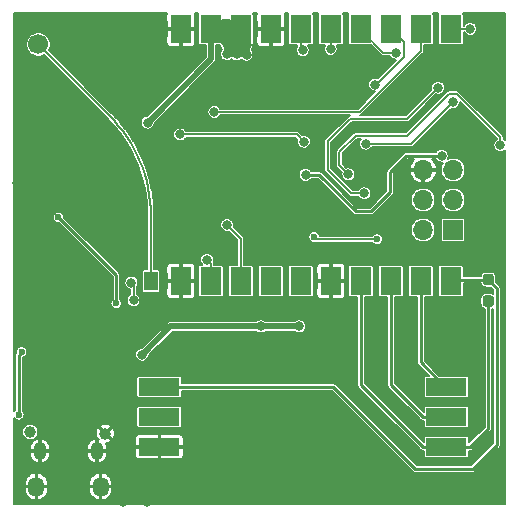
<source format=gbl>
G04 #@! TF.GenerationSoftware,KiCad,Pcbnew,5.1.10-88a1d61d58~90~ubuntu20.04.1*
G04 #@! TF.CreationDate,2021-08-08T16:04:40+03:00*
G04 #@! TF.ProjectId,GPS_keychain,4750535f-6b65-4796-9368-61696e2e6b69,rev?*
G04 #@! TF.SameCoordinates,Original*
G04 #@! TF.FileFunction,Copper,L2,Bot*
G04 #@! TF.FilePolarity,Positive*
%FSLAX46Y46*%
G04 Gerber Fmt 4.6, Leading zero omitted, Abs format (unit mm)*
G04 Created by KiCad (PCBNEW 5.1.10-88a1d61d58~90~ubuntu20.04.1) date 2021-08-08 16:04:40*
%MOMM*%
%LPD*%
G01*
G04 APERTURE LIST*
G04 #@! TA.AperFunction,ComponentPad*
%ADD10C,1.700000*%
G04 #@! TD*
G04 #@! TA.AperFunction,SMDPad,CuDef*
%ADD11R,1.200000X1.600000*%
G04 #@! TD*
G04 #@! TA.AperFunction,SMDPad,CuDef*
%ADD12R,1.800000X2.400000*%
G04 #@! TD*
G04 #@! TA.AperFunction,SMDPad,CuDef*
%ADD13C,1.000000*%
G04 #@! TD*
G04 #@! TA.AperFunction,ComponentPad*
%ADD14O,1.700000X1.700000*%
G04 #@! TD*
G04 #@! TA.AperFunction,ComponentPad*
%ADD15R,1.700000X1.700000*%
G04 #@! TD*
G04 #@! TA.AperFunction,SMDPad,CuDef*
%ADD16R,3.500000X1.500000*%
G04 #@! TD*
G04 #@! TA.AperFunction,ComponentPad*
%ADD17O,1.350000X1.700000*%
G04 #@! TD*
G04 #@! TA.AperFunction,ComponentPad*
%ADD18O,1.100000X1.500000*%
G04 #@! TD*
G04 #@! TA.AperFunction,ViaPad*
%ADD19C,0.800000*%
G04 #@! TD*
G04 #@! TA.AperFunction,ViaPad*
%ADD20C,0.600000*%
G04 #@! TD*
G04 #@! TA.AperFunction,Conductor*
%ADD21C,0.200000*%
G04 #@! TD*
G04 #@! TA.AperFunction,Conductor*
%ADD22C,0.250000*%
G04 #@! TD*
G04 #@! TA.AperFunction,Conductor*
%ADD23C,0.500000*%
G04 #@! TD*
G04 #@! TA.AperFunction,Conductor*
%ADD24C,0.127000*%
G04 #@! TD*
G04 #@! TA.AperFunction,Conductor*
%ADD25C,0.150000*%
G04 #@! TD*
G04 APERTURE END LIST*
D10*
X192798700Y-113271300D03*
D11*
X202326240Y-133291580D03*
D12*
X204866240Y-133291580D03*
X207406240Y-133291580D03*
X209946240Y-133291580D03*
X212486240Y-133291580D03*
X215026240Y-133291580D03*
X217566240Y-133291580D03*
X222646240Y-133291580D03*
X225186240Y-133291580D03*
X227726240Y-133291580D03*
X227726240Y-111955580D03*
X225186240Y-111955580D03*
X222646240Y-111955580D03*
X220106240Y-111955580D03*
X217566240Y-111955580D03*
X215026240Y-111955580D03*
X212486240Y-111955580D03*
X209946240Y-111955580D03*
X207406240Y-111955580D03*
X204866240Y-111955580D03*
X220106240Y-133291580D03*
D13*
X198473060Y-146210020D03*
X192123060Y-146070320D03*
G04 #@! TA.AperFunction,SMDPad,CuDef*
G36*
G01*
X231137500Y-133662500D02*
X230662500Y-133662500D01*
G75*
G02*
X230425000Y-133425000I0J237500D01*
G01*
X230425000Y-132925000D01*
G75*
G02*
X230662500Y-132687500I237500J0D01*
G01*
X231137500Y-132687500D01*
G75*
G02*
X231375000Y-132925000I0J-237500D01*
G01*
X231375000Y-133425000D01*
G75*
G02*
X231137500Y-133662500I-237500J0D01*
G01*
G37*
G04 #@! TD.AperFunction*
G04 #@! TA.AperFunction,SMDPad,CuDef*
G36*
G01*
X231137500Y-135487500D02*
X230662500Y-135487500D01*
G75*
G02*
X230425000Y-135250000I0J237500D01*
G01*
X230425000Y-134750000D01*
G75*
G02*
X230662500Y-134512500I237500J0D01*
G01*
X231137500Y-134512500D01*
G75*
G02*
X231375000Y-134750000I0J-237500D01*
G01*
X231375000Y-135250000D01*
G75*
G02*
X231137500Y-135487500I-237500J0D01*
G01*
G37*
G04 #@! TD.AperFunction*
D14*
X225376740Y-123898660D03*
X227916740Y-123898660D03*
X225376740Y-126438660D03*
X227916740Y-126438660D03*
X225376740Y-128978660D03*
D15*
X227916740Y-128978660D03*
D16*
X203046000Y-142260000D03*
X203046000Y-144800000D03*
X203046000Y-147340000D03*
X227354000Y-142260000D03*
X227354000Y-144800000D03*
X227354000Y-147340000D03*
D17*
X198084060Y-150702520D03*
X192624060Y-150702520D03*
D18*
X197774060Y-147702520D03*
X192934060Y-147702520D03*
D19*
X216048760Y-145663200D03*
X218048760Y-145663200D03*
X214045720Y-145665740D03*
X212045720Y-145665740D03*
X210045720Y-145665740D03*
X208045720Y-145665740D03*
X218003040Y-147997460D03*
X216003040Y-147997460D03*
X195200000Y-113700000D03*
X192878128Y-115189206D03*
X193876796Y-116187874D03*
X197871467Y-120182545D03*
X195135500Y-129921000D03*
X203860400Y-131318000D03*
X204609700Y-135369300D03*
X212369400Y-129235200D03*
X216458800Y-126326900D03*
X210439000Y-116306600D03*
X209473800Y-116344700D03*
X209842100Y-115506500D03*
X208826100Y-115544600D03*
X210858102Y-115506500D03*
X201000000Y-132000000D03*
X201000000Y-131000000D03*
X200000000Y-127000000D03*
X200000000Y-125000000D03*
X200000000Y-123000000D03*
X202000000Y-116000000D03*
X200000000Y-116000000D03*
X196000000Y-114700000D03*
X202000000Y-114000000D03*
X192031620Y-111533940D03*
X193581020Y-111345980D03*
X194700000Y-112300000D03*
X201058780Y-111417100D03*
X191345820Y-112849660D03*
X191627760Y-114330480D03*
X191518540Y-118470680D03*
X191000000Y-125000000D03*
X200000000Y-152000000D03*
X202000000Y-152000000D03*
X227929440Y-151594820D03*
X232000000Y-132000000D03*
X220000000Y-148000000D03*
X214000000Y-148000000D03*
X212000000Y-148000000D03*
X210000000Y-148000000D03*
X208000000Y-148000000D03*
X215976200Y-136278620D03*
X226740720Y-120916700D03*
D20*
X192123060Y-146070320D03*
X191145160Y-144622520D03*
X191389000Y-139298680D03*
D19*
X209593180Y-113276380D03*
X210426300Y-113291620D03*
X208760060Y-113250980D03*
D20*
X194503040Y-127909320D03*
X199395080Y-135188960D03*
D19*
X208760060Y-114089180D03*
X209593180Y-114114580D03*
X210426300Y-114129820D03*
X202057000Y-119888000D03*
X217558620Y-113644680D03*
X201576940Y-139542520D03*
X214878920Y-137134600D03*
X211630260Y-137134600D03*
X223055180Y-113959640D03*
X227898960Y-118155720D03*
X220519220Y-121678700D03*
X207695800Y-118986300D03*
X226951540Y-122689620D03*
X215422480Y-124307600D03*
X207073500Y-131495800D03*
X200858110Y-134914640D03*
X200682860Y-133437390D03*
X231912000Y-121805700D03*
X219049600Y-124269500D03*
X229362000Y-111950500D03*
X226651820Y-116931440D03*
X220402150Y-125863350D03*
X221302580Y-116659660D03*
X215188800Y-113751360D03*
X208775300Y-128549400D03*
X204800200Y-120891300D03*
X215277700Y-121500900D03*
D20*
X221488000Y-129750820D03*
X216147742Y-129574198D03*
D21*
X198790706Y-119263306D02*
X192798700Y-113271300D01*
X198790706Y-119263306D02*
X199199243Y-119692406D01*
X199199243Y-119692406D02*
X199586233Y-120141035D01*
X199586233Y-120141035D02*
X199950744Y-120608113D01*
X199950744Y-120608113D02*
X200291898Y-121092513D01*
X200291898Y-121092513D02*
X200608872Y-121593070D01*
X200608872Y-121593070D02*
X200900903Y-122108577D01*
X200900903Y-122108577D02*
X201167288Y-122637793D01*
X201167288Y-122637793D02*
X201407384Y-123179442D01*
X201407384Y-123179442D02*
X201620614Y-123732219D01*
X201620614Y-123732219D02*
X201806463Y-124294793D01*
X201806463Y-124294793D02*
X201964485Y-124865809D01*
X201964485Y-124865809D02*
X202094297Y-125443891D01*
X202094297Y-125443891D02*
X202195588Y-126027646D01*
X202195588Y-126027646D02*
X202268114Y-126615668D01*
X202268114Y-126615668D02*
X202311699Y-127206540D01*
X202311699Y-127206540D02*
X202326240Y-127798840D01*
X202326240Y-127798840D02*
X202326240Y-133291580D01*
X209511900Y-116306600D02*
X209473800Y-116344700D01*
X210439000Y-116306600D02*
X209511900Y-116306600D01*
X209842100Y-115506500D02*
X208864200Y-115506500D01*
X208864200Y-115506500D02*
X208826100Y-115544600D01*
D22*
X191145160Y-139542520D02*
X191389000Y-139298680D01*
X191145160Y-144622520D02*
X191145160Y-139542520D01*
X199395080Y-132801360D02*
X199395080Y-135188960D01*
X194503040Y-127909320D02*
X199395080Y-132801360D01*
D23*
X210426300Y-114129820D02*
X210426300Y-112435640D01*
X209593180Y-112308640D02*
X209946240Y-111955580D01*
X209593180Y-114114580D02*
X209593180Y-112308640D01*
X208760060Y-113309400D02*
X207406240Y-111955580D01*
X208760060Y-114089180D02*
X208760060Y-113309400D01*
X210426300Y-114109500D02*
X209593180Y-113276380D01*
X210426300Y-114129820D02*
X210426300Y-114109500D01*
X209593180Y-114084100D02*
X208760060Y-113250980D01*
X209593180Y-114114580D02*
X209593180Y-114084100D01*
X208780380Y-114089180D02*
X209593180Y-113276380D01*
X208760060Y-114089180D02*
X208780380Y-114089180D01*
X209603340Y-114114580D02*
X210426300Y-113291620D01*
X209593180Y-114114580D02*
X209603340Y-114114580D01*
X210426300Y-114129820D02*
X210426300Y-113291620D01*
X208760060Y-113250980D02*
X208760060Y-114089180D01*
X210385660Y-114089180D02*
X210426300Y-114129820D01*
X208760060Y-114089180D02*
X210385660Y-114089180D01*
X208800700Y-113291620D02*
X208760060Y-113250980D01*
X210426300Y-113291620D02*
X208800700Y-113291620D01*
X210426300Y-112435640D02*
X209946240Y-111955580D01*
X210426300Y-113291620D02*
X210426300Y-112435640D01*
X209946240Y-112064800D02*
X208760060Y-113250980D01*
X209946240Y-111955580D02*
X209946240Y-112064800D01*
X207406240Y-111955580D02*
X207840580Y-111955580D01*
X208760060Y-112875060D02*
X208760060Y-113250980D01*
X207840580Y-111955580D02*
X208760060Y-112875060D01*
X207406240Y-111955580D02*
X208678780Y-111955580D01*
X209593180Y-112869980D02*
X209593180Y-113276380D01*
X208678780Y-111955580D02*
X209593180Y-112869980D01*
X207406240Y-111955580D02*
X208221580Y-111955580D01*
X208221580Y-111955580D02*
X208838800Y-112572800D01*
X208838800Y-113360200D02*
X209593180Y-114114580D01*
X208838800Y-112572800D02*
X208838800Y-113360200D01*
X209072480Y-111955580D02*
X209946240Y-111955580D01*
X208699100Y-111582200D02*
X209072480Y-111955580D01*
X208305400Y-111582200D02*
X208699100Y-111582200D01*
X207932020Y-111955580D02*
X208305400Y-111582200D01*
X207406240Y-111955580D02*
X207932020Y-111955580D01*
X207406240Y-111955580D02*
X207830420Y-111955580D01*
X207830420Y-111955580D02*
X208407000Y-111379000D01*
X208407000Y-111379000D02*
X208902300Y-111379000D01*
X210426300Y-112903000D02*
X210426300Y-114129820D01*
X208902300Y-111379000D02*
X210426300Y-112903000D01*
X207406240Y-114538760D02*
X202057000Y-119888000D01*
X207406240Y-111955580D02*
X207406240Y-114538760D01*
D21*
X217558620Y-111963200D02*
X217566240Y-111955580D01*
X217558620Y-113644680D02*
X217558620Y-111963200D01*
D23*
X201576940Y-139542520D02*
X203984860Y-137134600D01*
X211630260Y-137134600D02*
X214878920Y-137134600D01*
X203984860Y-137134600D02*
X211630260Y-137134600D01*
D21*
X220106240Y-112055582D02*
X220106240Y-111955580D01*
X222010298Y-113959640D02*
X220106240Y-112055582D01*
X223055180Y-113959640D02*
X222010298Y-113959640D01*
X224375980Y-121678700D02*
X220519220Y-121678700D01*
X227898960Y-118155720D02*
X224375980Y-121678700D01*
X220011942Y-118986300D02*
X207695800Y-118986300D01*
X225186240Y-113812002D02*
X220011942Y-118986300D01*
X225186240Y-111955580D02*
X225186240Y-113812002D01*
D22*
X227842820Y-133175000D02*
X227726240Y-133291580D01*
X230900000Y-133175000D02*
X227842820Y-133175000D01*
X217760000Y-142260000D02*
X203046000Y-142260000D01*
X224700000Y-149200000D02*
X217760000Y-142260000D01*
X229600000Y-149200000D02*
X224700000Y-149200000D01*
X231627010Y-147172990D02*
X229600000Y-149200000D01*
X231627010Y-133902010D02*
X231627010Y-147172990D01*
X230900000Y-133175000D02*
X231627010Y-133902010D01*
X227354000Y-142260000D02*
X227260000Y-142260000D01*
X225186240Y-140186240D02*
X225186240Y-133291580D01*
X227260000Y-142260000D02*
X225186240Y-140186240D01*
X222646240Y-142092240D02*
X222646240Y-133291580D01*
X225354000Y-144800000D02*
X222646240Y-142092240D01*
X227354000Y-144800000D02*
X225354000Y-144800000D01*
X225354000Y-147340000D02*
X227354000Y-147340000D01*
X220106240Y-142092240D02*
X225354000Y-147340000D01*
X220106240Y-133291580D02*
X220106240Y-142092240D01*
X230900000Y-145794000D02*
X230900000Y-135000000D01*
X229354000Y-147340000D02*
X230900000Y-145794000D01*
X227354000Y-147340000D02*
X229354000Y-147340000D01*
X226951540Y-122689620D02*
X223951800Y-122689620D01*
X223951800Y-122689620D02*
X222592900Y-124048520D01*
X222592900Y-124048520D02*
X222592900Y-125796040D01*
X222592900Y-125796040D02*
X220982540Y-127406400D01*
X220982540Y-127406400D02*
X219674440Y-127406400D01*
X219674440Y-127406400D02*
X216583260Y-124315220D01*
X215430100Y-124315220D02*
X215422480Y-124307600D01*
X216583260Y-124315220D02*
X215430100Y-124315220D01*
D21*
X207406240Y-133291580D02*
X207406240Y-131828540D01*
X207406240Y-131828540D02*
X207073500Y-131495800D01*
X200858110Y-134914640D02*
X200858110Y-133612640D01*
X200858110Y-133612640D02*
X200682860Y-133437390D01*
X218296259Y-122366319D02*
X218296259Y-123516159D01*
X224039979Y-120978699D02*
X219683879Y-120978699D01*
X227562959Y-117455719D02*
X224039979Y-120978699D01*
X219683879Y-120978699D02*
X218296259Y-122366319D01*
X228234961Y-117455719D02*
X227562959Y-117455719D01*
X218296259Y-123516159D02*
X219049600Y-124269500D01*
X231912000Y-121132758D02*
X228234961Y-117455719D01*
X231912000Y-121805700D02*
X231912000Y-121132758D01*
X229356920Y-111955580D02*
X229362000Y-111950500D01*
X227726240Y-111955580D02*
X229356920Y-111955580D01*
X219284550Y-125863350D02*
X220402150Y-125863350D01*
X217297000Y-123875800D02*
X219284550Y-125863350D01*
X217297000Y-121475500D02*
X217297000Y-123875800D01*
X219207080Y-119565420D02*
X217297000Y-121475500D01*
X224017840Y-119565420D02*
X219207080Y-119565420D01*
X226651820Y-116931440D02*
X224017840Y-119565420D01*
X221391162Y-116659660D02*
X221302580Y-116659660D01*
X223755181Y-114295641D02*
X221391162Y-116659660D01*
X223755181Y-113064521D02*
X223755181Y-114295641D01*
X222646240Y-111955580D02*
X223755181Y-113064521D01*
X215026240Y-113588800D02*
X215188800Y-113751360D01*
X215026240Y-111955580D02*
X215026240Y-113588800D01*
X209946240Y-129720340D02*
X208775300Y-128549400D01*
X209946240Y-133291580D02*
X209946240Y-129720340D01*
X204800200Y-120891300D02*
X214668100Y-120891300D01*
X214668100Y-120891300D02*
X215277700Y-121500900D01*
X221488000Y-129750820D02*
X216324364Y-129750820D01*
X216324364Y-129750820D02*
X216147742Y-129574198D01*
D24*
X203657276Y-110694123D02*
X203651223Y-110755580D01*
X203652740Y-111815205D01*
X203731115Y-111893580D01*
X204804240Y-111893580D01*
X204804240Y-111873580D01*
X204928240Y-111873580D01*
X204928240Y-111893580D01*
X206001365Y-111893580D01*
X206079740Y-111815205D01*
X206081257Y-110755580D01*
X206075204Y-110694123D01*
X206059393Y-110642000D01*
X206353014Y-110642000D01*
X206347079Y-110649232D01*
X206329390Y-110682326D01*
X206318497Y-110718236D01*
X206314819Y-110755580D01*
X206314819Y-113155580D01*
X206318497Y-113192924D01*
X206329390Y-113228834D01*
X206347079Y-113261928D01*
X206370885Y-113290935D01*
X206399892Y-113314741D01*
X206432986Y-113332430D01*
X206468896Y-113343323D01*
X206506240Y-113347001D01*
X206965741Y-113347001D01*
X206965741Y-114356298D01*
X202024540Y-119297500D01*
X201998841Y-119297500D01*
X201884758Y-119320193D01*
X201777293Y-119364706D01*
X201680578Y-119429329D01*
X201598329Y-119511578D01*
X201533706Y-119608293D01*
X201489193Y-119715758D01*
X201466500Y-119829841D01*
X201466500Y-119946159D01*
X201489193Y-120060242D01*
X201533706Y-120167707D01*
X201598329Y-120264422D01*
X201680578Y-120346671D01*
X201777293Y-120411294D01*
X201884758Y-120455807D01*
X201998841Y-120478500D01*
X202115159Y-120478500D01*
X202229242Y-120455807D01*
X202336707Y-120411294D01*
X202433422Y-120346671D01*
X202515671Y-120264422D01*
X202580294Y-120167707D01*
X202624807Y-120060242D01*
X202647500Y-119946159D01*
X202647500Y-119920460D01*
X207702424Y-114865537D01*
X207719227Y-114851747D01*
X207774274Y-114784673D01*
X207815178Y-114708148D01*
X207840366Y-114625113D01*
X207846740Y-114560396D01*
X207846740Y-114560389D01*
X207848870Y-114538760D01*
X207846740Y-114517131D01*
X207846740Y-113347001D01*
X208174700Y-113347001D01*
X208177685Y-113349986D01*
X208192253Y-113423222D01*
X208236766Y-113530687D01*
X208301389Y-113627402D01*
X208319560Y-113645573D01*
X208319561Y-113671149D01*
X208319561Y-113694586D01*
X208301389Y-113712758D01*
X208236766Y-113809473D01*
X208192253Y-113916938D01*
X208169560Y-114031021D01*
X208169560Y-114147339D01*
X208192253Y-114261422D01*
X208236766Y-114368887D01*
X208301389Y-114465602D01*
X208383638Y-114547851D01*
X208480353Y-114612474D01*
X208587818Y-114656987D01*
X208701901Y-114679680D01*
X208818219Y-114679680D01*
X208932302Y-114656987D01*
X209039767Y-114612474D01*
X209136482Y-114547851D01*
X209154653Y-114529680D01*
X209173187Y-114529680D01*
X209216758Y-114573251D01*
X209313473Y-114637874D01*
X209420938Y-114682387D01*
X209535021Y-114705080D01*
X209651339Y-114705080D01*
X209765422Y-114682387D01*
X209872887Y-114637874D01*
X209969602Y-114573251D01*
X210002120Y-114540733D01*
X210049878Y-114588491D01*
X210146593Y-114653114D01*
X210254058Y-114697627D01*
X210368141Y-114720320D01*
X210484459Y-114720320D01*
X210598542Y-114697627D01*
X210706007Y-114653114D01*
X210802722Y-114588491D01*
X210884971Y-114506242D01*
X210949594Y-114409527D01*
X210994107Y-114302062D01*
X211016800Y-114187979D01*
X211016800Y-114071661D01*
X210994107Y-113957578D01*
X210949594Y-113850113D01*
X210884971Y-113753398D01*
X210866800Y-113735227D01*
X210866800Y-113686213D01*
X210884971Y-113668042D01*
X210949594Y-113571327D01*
X210994107Y-113463862D01*
X211016800Y-113349779D01*
X211016800Y-113240602D01*
X211023090Y-113228834D01*
X211033983Y-113192924D01*
X211037661Y-113155580D01*
X211271223Y-113155580D01*
X211277276Y-113217037D01*
X211295202Y-113276132D01*
X211324313Y-113330594D01*
X211363489Y-113378331D01*
X211411226Y-113417507D01*
X211465688Y-113446618D01*
X211524783Y-113464544D01*
X211586240Y-113470597D01*
X212345865Y-113469080D01*
X212424240Y-113390705D01*
X212424240Y-112017580D01*
X212548240Y-112017580D01*
X212548240Y-113390705D01*
X212626615Y-113469080D01*
X213386240Y-113470597D01*
X213447697Y-113464544D01*
X213506792Y-113446618D01*
X213561254Y-113417507D01*
X213608991Y-113378331D01*
X213648167Y-113330594D01*
X213677278Y-113276132D01*
X213695204Y-113217037D01*
X213701257Y-113155580D01*
X213699740Y-112095955D01*
X213621365Y-112017580D01*
X212548240Y-112017580D01*
X212424240Y-112017580D01*
X211351115Y-112017580D01*
X211272740Y-112095955D01*
X211271223Y-113155580D01*
X211037661Y-113155580D01*
X211037661Y-110755580D01*
X211033983Y-110718236D01*
X211023090Y-110682326D01*
X211005401Y-110649232D01*
X210999466Y-110642000D01*
X211293087Y-110642000D01*
X211277276Y-110694123D01*
X211271223Y-110755580D01*
X211272740Y-111815205D01*
X211351115Y-111893580D01*
X212424240Y-111893580D01*
X212424240Y-111873580D01*
X212548240Y-111873580D01*
X212548240Y-111893580D01*
X213621365Y-111893580D01*
X213699740Y-111815205D01*
X213701257Y-110755580D01*
X213695204Y-110694123D01*
X213679393Y-110642000D01*
X213973014Y-110642000D01*
X213967079Y-110649232D01*
X213949390Y-110682326D01*
X213938497Y-110718236D01*
X213934819Y-110755580D01*
X213934819Y-113155580D01*
X213938497Y-113192924D01*
X213949390Y-113228834D01*
X213967079Y-113261928D01*
X213990885Y-113290935D01*
X214019892Y-113314741D01*
X214052986Y-113332430D01*
X214088896Y-113343323D01*
X214126240Y-113347001D01*
X214735741Y-113347001D01*
X214735741Y-113369326D01*
X214730129Y-113374938D01*
X214665506Y-113471653D01*
X214620993Y-113579118D01*
X214598300Y-113693201D01*
X214598300Y-113809519D01*
X214620993Y-113923602D01*
X214665506Y-114031067D01*
X214730129Y-114127782D01*
X214812378Y-114210031D01*
X214909093Y-114274654D01*
X215016558Y-114319167D01*
X215130641Y-114341860D01*
X215246959Y-114341860D01*
X215361042Y-114319167D01*
X215468507Y-114274654D01*
X215565222Y-114210031D01*
X215647471Y-114127782D01*
X215712094Y-114031067D01*
X215756607Y-113923602D01*
X215779300Y-113809519D01*
X215779300Y-113693201D01*
X215756607Y-113579118D01*
X215712094Y-113471653D01*
X215647471Y-113374938D01*
X215619534Y-113347001D01*
X215926240Y-113347001D01*
X215963584Y-113343323D01*
X215999494Y-113332430D01*
X216032588Y-113314741D01*
X216061595Y-113290935D01*
X216085401Y-113261928D01*
X216103090Y-113228834D01*
X216113983Y-113192924D01*
X216117661Y-113155580D01*
X216117661Y-110755580D01*
X216113983Y-110718236D01*
X216103090Y-110682326D01*
X216085401Y-110649232D01*
X216079466Y-110642000D01*
X216513014Y-110642000D01*
X216507079Y-110649232D01*
X216489390Y-110682326D01*
X216478497Y-110718236D01*
X216474819Y-110755580D01*
X216474819Y-113155580D01*
X216478497Y-113192924D01*
X216489390Y-113228834D01*
X216507079Y-113261928D01*
X216530885Y-113290935D01*
X216559892Y-113314741D01*
X216592986Y-113332430D01*
X216628896Y-113343323D01*
X216666240Y-113347001D01*
X217047335Y-113347001D01*
X217035326Y-113364973D01*
X216990813Y-113472438D01*
X216968120Y-113586521D01*
X216968120Y-113702839D01*
X216990813Y-113816922D01*
X217035326Y-113924387D01*
X217099949Y-114021102D01*
X217182198Y-114103351D01*
X217278913Y-114167974D01*
X217386378Y-114212487D01*
X217500461Y-114235180D01*
X217616779Y-114235180D01*
X217730862Y-114212487D01*
X217838327Y-114167974D01*
X217935042Y-114103351D01*
X218017291Y-114021102D01*
X218081914Y-113924387D01*
X218126427Y-113816922D01*
X218149120Y-113702839D01*
X218149120Y-113586521D01*
X218126427Y-113472438D01*
X218081914Y-113364973D01*
X218069905Y-113347001D01*
X218466240Y-113347001D01*
X218503584Y-113343323D01*
X218539494Y-113332430D01*
X218572588Y-113314741D01*
X218601595Y-113290935D01*
X218625401Y-113261928D01*
X218643090Y-113228834D01*
X218653983Y-113192924D01*
X218657661Y-113155580D01*
X218657661Y-110755580D01*
X218653983Y-110718236D01*
X218643090Y-110682326D01*
X218625401Y-110649232D01*
X218619466Y-110642000D01*
X219053014Y-110642000D01*
X219047079Y-110649232D01*
X219029390Y-110682326D01*
X219018497Y-110718236D01*
X219014819Y-110755580D01*
X219014819Y-113155580D01*
X219018497Y-113192924D01*
X219029390Y-113228834D01*
X219047079Y-113261928D01*
X219070885Y-113290935D01*
X219099892Y-113314741D01*
X219132986Y-113332430D01*
X219168896Y-113343323D01*
X219206240Y-113347001D01*
X220986830Y-113347001D01*
X221794796Y-114154967D01*
X221803890Y-114166048D01*
X221825684Y-114183934D01*
X221848124Y-114202350D01*
X221898590Y-114229325D01*
X221953350Y-114245936D01*
X222010298Y-114251545D01*
X222024563Y-114250140D01*
X222539098Y-114250140D01*
X222596509Y-114336062D01*
X222678758Y-114418311D01*
X222775473Y-114482934D01*
X222882938Y-114527447D01*
X222997021Y-114550140D01*
X223089853Y-114550140D01*
X221526666Y-116113327D01*
X221474822Y-116091853D01*
X221360739Y-116069160D01*
X221244421Y-116069160D01*
X221130338Y-116091853D01*
X221022873Y-116136366D01*
X220926158Y-116200989D01*
X220843909Y-116283238D01*
X220779286Y-116379953D01*
X220734773Y-116487418D01*
X220712080Y-116601501D01*
X220712080Y-116717819D01*
X220734773Y-116831902D01*
X220779286Y-116939367D01*
X220843909Y-117036082D01*
X220926158Y-117118331D01*
X221022873Y-117182954D01*
X221130338Y-117227467D01*
X221244421Y-117250160D01*
X221337254Y-117250160D01*
X219891614Y-118695800D01*
X208211882Y-118695800D01*
X208154471Y-118609878D01*
X208072222Y-118527629D01*
X207975507Y-118463006D01*
X207868042Y-118418493D01*
X207753959Y-118395800D01*
X207637641Y-118395800D01*
X207523558Y-118418493D01*
X207416093Y-118463006D01*
X207319378Y-118527629D01*
X207237129Y-118609878D01*
X207172506Y-118706593D01*
X207127993Y-118814058D01*
X207105300Y-118928141D01*
X207105300Y-119044459D01*
X207127993Y-119158542D01*
X207172506Y-119266007D01*
X207237129Y-119362722D01*
X207319378Y-119444971D01*
X207416093Y-119509594D01*
X207523558Y-119554107D01*
X207637641Y-119576800D01*
X207753959Y-119576800D01*
X207868042Y-119554107D01*
X207975507Y-119509594D01*
X208072222Y-119444971D01*
X208154471Y-119362722D01*
X208211882Y-119276800D01*
X219173727Y-119276800D01*
X219150132Y-119279124D01*
X219095373Y-119295735D01*
X219044906Y-119322710D01*
X219000672Y-119359012D01*
X218991578Y-119370093D01*
X217101678Y-121259994D01*
X217090592Y-121269092D01*
X217054290Y-121313327D01*
X217027315Y-121363794D01*
X217010704Y-121418553D01*
X217006500Y-121461236D01*
X217006500Y-121461243D01*
X217005096Y-121475500D01*
X217006500Y-121489757D01*
X217006501Y-123861533D01*
X217005096Y-123875800D01*
X217010704Y-123932747D01*
X217027316Y-123987507D01*
X217051647Y-124033027D01*
X217054291Y-124037974D01*
X217090593Y-124082208D01*
X217101674Y-124091302D01*
X219069048Y-126058677D01*
X219078142Y-126069758D01*
X219122376Y-126106060D01*
X219172843Y-126133035D01*
X219227602Y-126149646D01*
X219270285Y-126153850D01*
X219270292Y-126153850D01*
X219284549Y-126155254D01*
X219298806Y-126153850D01*
X219886068Y-126153850D01*
X219943479Y-126239772D01*
X220025728Y-126322021D01*
X220122443Y-126386644D01*
X220229908Y-126431157D01*
X220343991Y-126453850D01*
X220460309Y-126453850D01*
X220574392Y-126431157D01*
X220681857Y-126386644D01*
X220778572Y-126322021D01*
X220860821Y-126239772D01*
X220925444Y-126143057D01*
X220969957Y-126035592D01*
X220992650Y-125921509D01*
X220992650Y-125805191D01*
X220969957Y-125691108D01*
X220925444Y-125583643D01*
X220860821Y-125486928D01*
X220778572Y-125404679D01*
X220681857Y-125340056D01*
X220574392Y-125295543D01*
X220460309Y-125272850D01*
X220343991Y-125272850D01*
X220229908Y-125295543D01*
X220122443Y-125340056D01*
X220025728Y-125404679D01*
X219943479Y-125486928D01*
X219886068Y-125572850D01*
X219404879Y-125572850D01*
X217587500Y-123755472D01*
X217587500Y-121595828D01*
X219327409Y-119855920D01*
X224003583Y-119855920D01*
X224017840Y-119857324D01*
X224032097Y-119855920D01*
X224032105Y-119855920D01*
X224074788Y-119851716D01*
X224129547Y-119835105D01*
X224180014Y-119808130D01*
X224224248Y-119771828D01*
X224233346Y-119760742D01*
X226492309Y-117501779D01*
X226593661Y-117521940D01*
X226709979Y-117521940D01*
X226824062Y-117499247D01*
X226931527Y-117454734D01*
X227028242Y-117390111D01*
X227110491Y-117307862D01*
X227175114Y-117211147D01*
X227219627Y-117103682D01*
X227242320Y-116989599D01*
X227242320Y-116873281D01*
X227219627Y-116759198D01*
X227175114Y-116651733D01*
X227110491Y-116555018D01*
X227028242Y-116472769D01*
X226931527Y-116408146D01*
X226824062Y-116363633D01*
X226709979Y-116340940D01*
X226593661Y-116340940D01*
X226479578Y-116363633D01*
X226372113Y-116408146D01*
X226275398Y-116472769D01*
X226193149Y-116555018D01*
X226128526Y-116651733D01*
X226084013Y-116759198D01*
X226061320Y-116873281D01*
X226061320Y-116989599D01*
X226081481Y-117090951D01*
X223897512Y-119274920D01*
X220045295Y-119274920D01*
X220068890Y-119272596D01*
X220123649Y-119255985D01*
X220174116Y-119229010D01*
X220218350Y-119192708D01*
X220227448Y-119181622D01*
X225381567Y-114027504D01*
X225392648Y-114018410D01*
X225428950Y-113974176D01*
X225455925Y-113923709D01*
X225472536Y-113868950D01*
X225476740Y-113826267D01*
X225476740Y-113826258D01*
X225478144Y-113812003D01*
X225476740Y-113797748D01*
X225476740Y-113347001D01*
X226086240Y-113347001D01*
X226123584Y-113343323D01*
X226159494Y-113332430D01*
X226192588Y-113314741D01*
X226221595Y-113290935D01*
X226245401Y-113261928D01*
X226263090Y-113228834D01*
X226273983Y-113192924D01*
X226277661Y-113155580D01*
X226277661Y-110755580D01*
X226273983Y-110718236D01*
X226263090Y-110682326D01*
X226245401Y-110649232D01*
X226239466Y-110642000D01*
X226673014Y-110642000D01*
X226667079Y-110649232D01*
X226649390Y-110682326D01*
X226638497Y-110718236D01*
X226634819Y-110755580D01*
X226634819Y-113155580D01*
X226638497Y-113192924D01*
X226649390Y-113228834D01*
X226667079Y-113261928D01*
X226690885Y-113290935D01*
X226719892Y-113314741D01*
X226752986Y-113332430D01*
X226788896Y-113343323D01*
X226826240Y-113347001D01*
X228626240Y-113347001D01*
X228663584Y-113343323D01*
X228699494Y-113332430D01*
X228732588Y-113314741D01*
X228761595Y-113290935D01*
X228785401Y-113261928D01*
X228803090Y-113228834D01*
X228813983Y-113192924D01*
X228817661Y-113155580D01*
X228817661Y-112246080D01*
X228849312Y-112246080D01*
X228903329Y-112326922D01*
X228985578Y-112409171D01*
X229082293Y-112473794D01*
X229189758Y-112518307D01*
X229303841Y-112541000D01*
X229420159Y-112541000D01*
X229534242Y-112518307D01*
X229641707Y-112473794D01*
X229738422Y-112409171D01*
X229820671Y-112326922D01*
X229885294Y-112230207D01*
X229929807Y-112122742D01*
X229952500Y-112008659D01*
X229952500Y-111892341D01*
X229929807Y-111778258D01*
X229885294Y-111670793D01*
X229820671Y-111574078D01*
X229738422Y-111491829D01*
X229641707Y-111427206D01*
X229534242Y-111382693D01*
X229420159Y-111360000D01*
X229303841Y-111360000D01*
X229189758Y-111382693D01*
X229082293Y-111427206D01*
X228985578Y-111491829D01*
X228903329Y-111574078D01*
X228842523Y-111665080D01*
X228817661Y-111665080D01*
X228817661Y-110755580D01*
X228813983Y-110718236D01*
X228803090Y-110682326D01*
X228785401Y-110649232D01*
X228779466Y-110642000D01*
X232321501Y-110642000D01*
X232321501Y-121380108D01*
X232288422Y-121347029D01*
X232202500Y-121289618D01*
X232202500Y-121147012D01*
X232203904Y-121132757D01*
X232202500Y-121118502D01*
X232202500Y-121118493D01*
X232198296Y-121075810D01*
X232181685Y-121021051D01*
X232154710Y-120970584D01*
X232118408Y-120926350D01*
X232107327Y-120917256D01*
X228450467Y-117260397D01*
X228441369Y-117249311D01*
X228397135Y-117213009D01*
X228346668Y-117186034D01*
X228291909Y-117169423D01*
X228249226Y-117165219D01*
X228249218Y-117165219D01*
X228234961Y-117163815D01*
X228220704Y-117165219D01*
X227577215Y-117165219D01*
X227562958Y-117163815D01*
X227548701Y-117165219D01*
X227548694Y-117165219D01*
X227506011Y-117169423D01*
X227451252Y-117186034D01*
X227400785Y-117213009D01*
X227356551Y-117249311D01*
X227347457Y-117260392D01*
X223919651Y-120688199D01*
X219698135Y-120688199D01*
X219683878Y-120686795D01*
X219669621Y-120688199D01*
X219669614Y-120688199D01*
X219626931Y-120692403D01*
X219572172Y-120709014D01*
X219521705Y-120735989D01*
X219477471Y-120772291D01*
X219468377Y-120783372D01*
X218100937Y-122150813D01*
X218089851Y-122159911D01*
X218053549Y-122204146D01*
X218026574Y-122254613D01*
X218009963Y-122309372D01*
X218005759Y-122352055D01*
X218005759Y-122352062D01*
X218004355Y-122366319D01*
X218005759Y-122380576D01*
X218005760Y-123501892D01*
X218004355Y-123516159D01*
X218009963Y-123573106D01*
X218026575Y-123627866D01*
X218043911Y-123660299D01*
X218053550Y-123678333D01*
X218089852Y-123722567D01*
X218100933Y-123731661D01*
X218479261Y-124109989D01*
X218459100Y-124211341D01*
X218459100Y-124327659D01*
X218481793Y-124441742D01*
X218526306Y-124549207D01*
X218590929Y-124645922D01*
X218673178Y-124728171D01*
X218769893Y-124792794D01*
X218877358Y-124837307D01*
X218991441Y-124860000D01*
X219107759Y-124860000D01*
X219221842Y-124837307D01*
X219329307Y-124792794D01*
X219426022Y-124728171D01*
X219508271Y-124645922D01*
X219572894Y-124549207D01*
X219617407Y-124441742D01*
X219640100Y-124327659D01*
X219640100Y-124211341D01*
X219617407Y-124097258D01*
X219572894Y-123989793D01*
X219508271Y-123893078D01*
X219426022Y-123810829D01*
X219329307Y-123746206D01*
X219221842Y-123701693D01*
X219107759Y-123679000D01*
X218991441Y-123679000D01*
X218890089Y-123699161D01*
X218586759Y-123395831D01*
X218586759Y-122486647D01*
X219804208Y-121269199D01*
X220093628Y-121269199D01*
X220060549Y-121302278D01*
X219995926Y-121398993D01*
X219951413Y-121506458D01*
X219928720Y-121620541D01*
X219928720Y-121736859D01*
X219951413Y-121850942D01*
X219995926Y-121958407D01*
X220060549Y-122055122D01*
X220142798Y-122137371D01*
X220239513Y-122201994D01*
X220346978Y-122246507D01*
X220461061Y-122269200D01*
X220577379Y-122269200D01*
X220691462Y-122246507D01*
X220798927Y-122201994D01*
X220895642Y-122137371D01*
X220977891Y-122055122D01*
X221035302Y-121969200D01*
X224361723Y-121969200D01*
X224375980Y-121970604D01*
X224390237Y-121969200D01*
X224390245Y-121969200D01*
X224432928Y-121964996D01*
X224487687Y-121948385D01*
X224538154Y-121921410D01*
X224582388Y-121885108D01*
X224591486Y-121874022D01*
X227739449Y-118726059D01*
X227840801Y-118746220D01*
X227957119Y-118746220D01*
X228071202Y-118723527D01*
X228178667Y-118679014D01*
X228275382Y-118614391D01*
X228357631Y-118532142D01*
X228422254Y-118435427D01*
X228466767Y-118327962D01*
X228489460Y-118213879D01*
X228489460Y-118121046D01*
X231621501Y-121253088D01*
X231621501Y-121289617D01*
X231535578Y-121347029D01*
X231453329Y-121429278D01*
X231388706Y-121525993D01*
X231344193Y-121633458D01*
X231321500Y-121747541D01*
X231321500Y-121863859D01*
X231344193Y-121977942D01*
X231388706Y-122085407D01*
X231453329Y-122182122D01*
X231535578Y-122264371D01*
X231632293Y-122328994D01*
X231739758Y-122373507D01*
X231853841Y-122396200D01*
X231970159Y-122396200D01*
X232084242Y-122373507D01*
X232191707Y-122328994D01*
X232288422Y-122264371D01*
X232321501Y-122231292D01*
X232321500Y-152209900D01*
X190753600Y-152209900D01*
X190753600Y-150764520D01*
X191635560Y-150764520D01*
X191635560Y-150939520D01*
X191666649Y-151131175D01*
X191734531Y-151313083D01*
X191836597Y-151478252D01*
X191968925Y-151620336D01*
X192126429Y-151733873D01*
X192303057Y-151814501D01*
X192408492Y-151842229D01*
X192562060Y-151785531D01*
X192562060Y-150764520D01*
X192686060Y-150764520D01*
X192686060Y-151785531D01*
X192839628Y-151842229D01*
X192945063Y-151814501D01*
X193121691Y-151733873D01*
X193279195Y-151620336D01*
X193411523Y-151478252D01*
X193513589Y-151313083D01*
X193581471Y-151131175D01*
X193612560Y-150939520D01*
X193612560Y-150764520D01*
X197095560Y-150764520D01*
X197095560Y-150939520D01*
X197126649Y-151131175D01*
X197194531Y-151313083D01*
X197296597Y-151478252D01*
X197428925Y-151620336D01*
X197586429Y-151733873D01*
X197763057Y-151814501D01*
X197868492Y-151842229D01*
X198022060Y-151785531D01*
X198022060Y-150764520D01*
X198146060Y-150764520D01*
X198146060Y-151785531D01*
X198299628Y-151842229D01*
X198405063Y-151814501D01*
X198581691Y-151733873D01*
X198739195Y-151620336D01*
X198871523Y-151478252D01*
X198973589Y-151313083D01*
X199041471Y-151131175D01*
X199072560Y-150939520D01*
X199072560Y-150764520D01*
X198146060Y-150764520D01*
X198022060Y-150764520D01*
X197095560Y-150764520D01*
X193612560Y-150764520D01*
X192686060Y-150764520D01*
X192562060Y-150764520D01*
X191635560Y-150764520D01*
X190753600Y-150764520D01*
X190753600Y-150465520D01*
X191635560Y-150465520D01*
X191635560Y-150640520D01*
X192562060Y-150640520D01*
X192562060Y-149619509D01*
X192686060Y-149619509D01*
X192686060Y-150640520D01*
X193612560Y-150640520D01*
X193612560Y-150465520D01*
X197095560Y-150465520D01*
X197095560Y-150640520D01*
X198022060Y-150640520D01*
X198022060Y-149619509D01*
X198146060Y-149619509D01*
X198146060Y-150640520D01*
X199072560Y-150640520D01*
X199072560Y-150465520D01*
X199041471Y-150273865D01*
X198973589Y-150091957D01*
X198871523Y-149926788D01*
X198739195Y-149784704D01*
X198581691Y-149671167D01*
X198405063Y-149590539D01*
X198299628Y-149562811D01*
X198146060Y-149619509D01*
X198022060Y-149619509D01*
X197868492Y-149562811D01*
X197763057Y-149590539D01*
X197586429Y-149671167D01*
X197428925Y-149784704D01*
X197296597Y-149926788D01*
X197194531Y-150091957D01*
X197126649Y-150273865D01*
X197095560Y-150465520D01*
X193612560Y-150465520D01*
X193581471Y-150273865D01*
X193513589Y-150091957D01*
X193411523Y-149926788D01*
X193279195Y-149784704D01*
X193121691Y-149671167D01*
X192945063Y-149590539D01*
X192839628Y-149562811D01*
X192686060Y-149619509D01*
X192562060Y-149619509D01*
X192408492Y-149562811D01*
X192303057Y-149590539D01*
X192126429Y-149671167D01*
X191968925Y-149784704D01*
X191836597Y-149926788D01*
X191734531Y-150091957D01*
X191666649Y-150273865D01*
X191635560Y-150465520D01*
X190753600Y-150465520D01*
X190753600Y-147764520D01*
X192070560Y-147764520D01*
X192070560Y-147964520D01*
X192099248Y-148131789D01*
X192160017Y-148290247D01*
X192250532Y-148433805D01*
X192367314Y-148556946D01*
X192505876Y-148654938D01*
X192660893Y-148724015D01*
X192738091Y-148743488D01*
X192872060Y-148685193D01*
X192872060Y-147764520D01*
X192996060Y-147764520D01*
X192996060Y-148685193D01*
X193130029Y-148743488D01*
X193207227Y-148724015D01*
X193362244Y-148654938D01*
X193500806Y-148556946D01*
X193617588Y-148433805D01*
X193708103Y-148290247D01*
X193768872Y-148131789D01*
X193797560Y-147964520D01*
X193797560Y-147764520D01*
X196910560Y-147764520D01*
X196910560Y-147964520D01*
X196939248Y-148131789D01*
X197000017Y-148290247D01*
X197090532Y-148433805D01*
X197207314Y-148556946D01*
X197345876Y-148654938D01*
X197500893Y-148724015D01*
X197578091Y-148743488D01*
X197712060Y-148685193D01*
X197712060Y-147764520D01*
X197836060Y-147764520D01*
X197836060Y-148685193D01*
X197970029Y-148743488D01*
X198047227Y-148724015D01*
X198202244Y-148654938D01*
X198340806Y-148556946D01*
X198457588Y-148433805D01*
X198548103Y-148290247D01*
X198608872Y-148131789D01*
X198616039Y-148090000D01*
X200980983Y-148090000D01*
X200987036Y-148151457D01*
X201004962Y-148210552D01*
X201034073Y-148265014D01*
X201073249Y-148312751D01*
X201120986Y-148351927D01*
X201175448Y-148381038D01*
X201234543Y-148398964D01*
X201296000Y-148405017D01*
X202905625Y-148403500D01*
X202984000Y-148325125D01*
X202984000Y-147402000D01*
X203108000Y-147402000D01*
X203108000Y-148325125D01*
X203186375Y-148403500D01*
X204796000Y-148405017D01*
X204857457Y-148398964D01*
X204916552Y-148381038D01*
X204971014Y-148351927D01*
X205018751Y-148312751D01*
X205057927Y-148265014D01*
X205087038Y-148210552D01*
X205104964Y-148151457D01*
X205111017Y-148090000D01*
X205109500Y-147480375D01*
X205031125Y-147402000D01*
X203108000Y-147402000D01*
X202984000Y-147402000D01*
X201060875Y-147402000D01*
X200982500Y-147480375D01*
X200980983Y-148090000D01*
X198616039Y-148090000D01*
X198637560Y-147964520D01*
X198637560Y-147764520D01*
X197836060Y-147764520D01*
X197712060Y-147764520D01*
X196910560Y-147764520D01*
X193797560Y-147764520D01*
X192996060Y-147764520D01*
X192872060Y-147764520D01*
X192070560Y-147764520D01*
X190753600Y-147764520D01*
X190753600Y-147440520D01*
X192070560Y-147440520D01*
X192070560Y-147640520D01*
X192872060Y-147640520D01*
X192872060Y-146719847D01*
X192996060Y-146719847D01*
X192996060Y-147640520D01*
X193797560Y-147640520D01*
X193797560Y-147440520D01*
X196910560Y-147440520D01*
X196910560Y-147640520D01*
X197712060Y-147640520D01*
X197712060Y-146719847D01*
X197578091Y-146661552D01*
X197500893Y-146681025D01*
X197345876Y-146750102D01*
X197207314Y-146848094D01*
X197090532Y-146971235D01*
X197000017Y-147114793D01*
X196939248Y-147273251D01*
X196910560Y-147440520D01*
X193797560Y-147440520D01*
X193768872Y-147273251D01*
X193708103Y-147114793D01*
X193617588Y-146971235D01*
X193500806Y-146848094D01*
X193362244Y-146750102D01*
X193207227Y-146681025D01*
X193130029Y-146661552D01*
X192996060Y-146719847D01*
X192872060Y-146719847D01*
X192738091Y-146661552D01*
X192660893Y-146681025D01*
X192505876Y-146750102D01*
X192367314Y-146848094D01*
X192250532Y-146971235D01*
X192160017Y-147114793D01*
X192099248Y-147273251D01*
X192070560Y-147440520D01*
X190753600Y-147440520D01*
X190753600Y-146002312D01*
X191432560Y-146002312D01*
X191432560Y-146138328D01*
X191459096Y-146271731D01*
X191511147Y-146397394D01*
X191586714Y-146510488D01*
X191682892Y-146606666D01*
X191795986Y-146682233D01*
X191921649Y-146734284D01*
X192055052Y-146760820D01*
X192191068Y-146760820D01*
X192324471Y-146734284D01*
X192450134Y-146682233D01*
X192563228Y-146606666D01*
X192659406Y-146510488D01*
X192734973Y-146397394D01*
X192787024Y-146271731D01*
X192793341Y-146239972D01*
X197656173Y-146239972D01*
X197677713Y-146398763D01*
X197729817Y-146550301D01*
X197777203Y-146638954D01*
X197908465Y-146686931D01*
X197905969Y-146689427D01*
X197836060Y-146719847D01*
X197836060Y-147640520D01*
X198637560Y-147640520D01*
X198637560Y-147440520D01*
X198608872Y-147273251D01*
X198548103Y-147114793D01*
X198492273Y-147026245D01*
X198503012Y-147026907D01*
X198661803Y-147005367D01*
X198813341Y-146953263D01*
X198901994Y-146905877D01*
X198949972Y-146774614D01*
X198473060Y-146297701D01*
X198458918Y-146311844D01*
X198371236Y-146224162D01*
X198385379Y-146210020D01*
X198560741Y-146210020D01*
X199037654Y-146686932D01*
X199168917Y-146638954D01*
X199192819Y-146590000D01*
X200980983Y-146590000D01*
X200982500Y-147199625D01*
X201060875Y-147278000D01*
X202984000Y-147278000D01*
X202984000Y-146354875D01*
X203108000Y-146354875D01*
X203108000Y-147278000D01*
X205031125Y-147278000D01*
X205109500Y-147199625D01*
X205111017Y-146590000D01*
X205104964Y-146528543D01*
X205087038Y-146469448D01*
X205057927Y-146414986D01*
X205018751Y-146367249D01*
X204971014Y-146328073D01*
X204916552Y-146298962D01*
X204857457Y-146281036D01*
X204796000Y-146274983D01*
X203186375Y-146276500D01*
X203108000Y-146354875D01*
X202984000Y-146354875D01*
X202905625Y-146276500D01*
X201296000Y-146274983D01*
X201234543Y-146281036D01*
X201175448Y-146298962D01*
X201120986Y-146328073D01*
X201073249Y-146367249D01*
X201034073Y-146414986D01*
X201004962Y-146469448D01*
X200987036Y-146528543D01*
X200980983Y-146590000D01*
X199192819Y-146590000D01*
X199239227Y-146494957D01*
X199280094Y-146340010D01*
X199289947Y-146180068D01*
X199268407Y-146021277D01*
X199216303Y-145869739D01*
X199168917Y-145781086D01*
X199037654Y-145733108D01*
X198560741Y-146210020D01*
X198385379Y-146210020D01*
X197908466Y-145733108D01*
X197777203Y-145781086D01*
X197706893Y-145925083D01*
X197666026Y-146080030D01*
X197656173Y-146239972D01*
X192793341Y-146239972D01*
X192813560Y-146138328D01*
X192813560Y-146002312D01*
X192787024Y-145868909D01*
X192734973Y-145743246D01*
X192669612Y-145645426D01*
X197996148Y-145645426D01*
X198473060Y-146122339D01*
X198949972Y-145645426D01*
X198901994Y-145514163D01*
X198757997Y-145443853D01*
X198603050Y-145402986D01*
X198443108Y-145393133D01*
X198284317Y-145414673D01*
X198132779Y-145466777D01*
X198044126Y-145514163D01*
X197996148Y-145645426D01*
X192669612Y-145645426D01*
X192659406Y-145630152D01*
X192563228Y-145533974D01*
X192450134Y-145458407D01*
X192324471Y-145406356D01*
X192191068Y-145379820D01*
X192055052Y-145379820D01*
X191921649Y-145406356D01*
X191795986Y-145458407D01*
X191682892Y-145533974D01*
X191586714Y-145630152D01*
X191511147Y-145743246D01*
X191459096Y-145868909D01*
X191432560Y-146002312D01*
X190753600Y-146002312D01*
X190753600Y-144919385D01*
X190764164Y-144935195D01*
X190832485Y-145003516D01*
X190912821Y-145057195D01*
X191002087Y-145094170D01*
X191096850Y-145113020D01*
X191193470Y-145113020D01*
X191288233Y-145094170D01*
X191377499Y-145057195D01*
X191457835Y-145003516D01*
X191526156Y-144935195D01*
X191579835Y-144854859D01*
X191616810Y-144765593D01*
X191635660Y-144670830D01*
X191635660Y-144574210D01*
X191616810Y-144479447D01*
X191579835Y-144390181D01*
X191526156Y-144309845D01*
X191460660Y-144244349D01*
X191460660Y-144050000D01*
X201104579Y-144050000D01*
X201104579Y-145550000D01*
X201108257Y-145587344D01*
X201119150Y-145623254D01*
X201136839Y-145656348D01*
X201160645Y-145685355D01*
X201189652Y-145709161D01*
X201222746Y-145726850D01*
X201258656Y-145737743D01*
X201296000Y-145741421D01*
X204796000Y-145741421D01*
X204833344Y-145737743D01*
X204869254Y-145726850D01*
X204902348Y-145709161D01*
X204931355Y-145685355D01*
X204955161Y-145656348D01*
X204972850Y-145623254D01*
X204983743Y-145587344D01*
X204987421Y-145550000D01*
X204987421Y-144050000D01*
X204983743Y-144012656D01*
X204972850Y-143976746D01*
X204955161Y-143943652D01*
X204931355Y-143914645D01*
X204902348Y-143890839D01*
X204869254Y-143873150D01*
X204833344Y-143862257D01*
X204796000Y-143858579D01*
X201296000Y-143858579D01*
X201258656Y-143862257D01*
X201222746Y-143873150D01*
X201189652Y-143890839D01*
X201160645Y-143914645D01*
X201136839Y-143943652D01*
X201119150Y-143976746D01*
X201108257Y-144012656D01*
X201104579Y-144050000D01*
X191460660Y-144050000D01*
X191460660Y-141510000D01*
X201104579Y-141510000D01*
X201104579Y-143010000D01*
X201108257Y-143047344D01*
X201119150Y-143083254D01*
X201136839Y-143116348D01*
X201160645Y-143145355D01*
X201189652Y-143169161D01*
X201222746Y-143186850D01*
X201258656Y-143197743D01*
X201296000Y-143201421D01*
X204796000Y-143201421D01*
X204833344Y-143197743D01*
X204869254Y-143186850D01*
X204902348Y-143169161D01*
X204931355Y-143145355D01*
X204955161Y-143116348D01*
X204972850Y-143083254D01*
X204983743Y-143047344D01*
X204987421Y-143010000D01*
X204987421Y-142575500D01*
X217629317Y-142575500D01*
X224465958Y-149412143D01*
X224475829Y-149424171D01*
X224487857Y-149434042D01*
X224487862Y-149434047D01*
X224523870Y-149463597D01*
X224578679Y-149492894D01*
X224638151Y-149510934D01*
X224684507Y-149515500D01*
X224684517Y-149515500D01*
X224699999Y-149517025D01*
X224715482Y-149515500D01*
X229584518Y-149515500D01*
X229600000Y-149517025D01*
X229615482Y-149515500D01*
X229615493Y-149515500D01*
X229661849Y-149510934D01*
X229721321Y-149492894D01*
X229776130Y-149463597D01*
X229824171Y-149424171D01*
X229834051Y-149412132D01*
X231839153Y-147407032D01*
X231851181Y-147397161D01*
X231861052Y-147385133D01*
X231861057Y-147385128D01*
X231890607Y-147349120D01*
X231919904Y-147294311D01*
X231937944Y-147234839D01*
X231942510Y-147188483D01*
X231942510Y-147188473D01*
X231944035Y-147172991D01*
X231942510Y-147157508D01*
X231942510Y-133917492D01*
X231944035Y-133902009D01*
X231942510Y-133886527D01*
X231942510Y-133886517D01*
X231937944Y-133840161D01*
X231919904Y-133780689D01*
X231890607Y-133725880D01*
X231883399Y-133717097D01*
X231861057Y-133689872D01*
X231861052Y-133689867D01*
X231851181Y-133677839D01*
X231839153Y-133667969D01*
X231566421Y-133395237D01*
X231566421Y-132925000D01*
X231558179Y-132841322D01*
X231533771Y-132760859D01*
X231494135Y-132686704D01*
X231440793Y-132621707D01*
X231375796Y-132568365D01*
X231301641Y-132528729D01*
X231221178Y-132504321D01*
X231137500Y-132496079D01*
X230662500Y-132496079D01*
X230578822Y-132504321D01*
X230498359Y-132528729D01*
X230424204Y-132568365D01*
X230359207Y-132621707D01*
X230305865Y-132686704D01*
X230266229Y-132760859D01*
X230241821Y-132841322D01*
X230240031Y-132859500D01*
X228817661Y-132859500D01*
X228817661Y-132091580D01*
X228813983Y-132054236D01*
X228803090Y-132018326D01*
X228785401Y-131985232D01*
X228761595Y-131956225D01*
X228732588Y-131932419D01*
X228699494Y-131914730D01*
X228663584Y-131903837D01*
X228626240Y-131900159D01*
X226826240Y-131900159D01*
X226788896Y-131903837D01*
X226752986Y-131914730D01*
X226719892Y-131932419D01*
X226690885Y-131956225D01*
X226667079Y-131985232D01*
X226649390Y-132018326D01*
X226638497Y-132054236D01*
X226634819Y-132091580D01*
X226634819Y-134491580D01*
X226638497Y-134528924D01*
X226649390Y-134564834D01*
X226667079Y-134597928D01*
X226690885Y-134626935D01*
X226719892Y-134650741D01*
X226752986Y-134668430D01*
X226788896Y-134679323D01*
X226826240Y-134683001D01*
X228626240Y-134683001D01*
X228663584Y-134679323D01*
X228699494Y-134668430D01*
X228732588Y-134650741D01*
X228761595Y-134626935D01*
X228785401Y-134597928D01*
X228803090Y-134564834D01*
X228813983Y-134528924D01*
X228817661Y-134491580D01*
X228817661Y-133490500D01*
X230240031Y-133490500D01*
X230241821Y-133508678D01*
X230266229Y-133589141D01*
X230305865Y-133663296D01*
X230359207Y-133728293D01*
X230424204Y-133781635D01*
X230498359Y-133821271D01*
X230578822Y-133845679D01*
X230662500Y-133853921D01*
X231132737Y-133853921D01*
X231311510Y-134032695D01*
X231311510Y-134359004D01*
X231301641Y-134353729D01*
X231221178Y-134329321D01*
X231137500Y-134321079D01*
X230662500Y-134321079D01*
X230578822Y-134329321D01*
X230498359Y-134353729D01*
X230424204Y-134393365D01*
X230359207Y-134446707D01*
X230305865Y-134511704D01*
X230266229Y-134585859D01*
X230241821Y-134666322D01*
X230233579Y-134750000D01*
X230233579Y-135250000D01*
X230241821Y-135333678D01*
X230266229Y-135414141D01*
X230305865Y-135488296D01*
X230359207Y-135553293D01*
X230424204Y-135606635D01*
X230498359Y-135646271D01*
X230578822Y-135670679D01*
X230584501Y-135671238D01*
X230584500Y-145663315D01*
X229295421Y-146952396D01*
X229295421Y-146590000D01*
X229291743Y-146552656D01*
X229280850Y-146516746D01*
X229263161Y-146483652D01*
X229239355Y-146454645D01*
X229210348Y-146430839D01*
X229177254Y-146413150D01*
X229141344Y-146402257D01*
X229104000Y-146398579D01*
X225604000Y-146398579D01*
X225566656Y-146402257D01*
X225530746Y-146413150D01*
X225497652Y-146430839D01*
X225468645Y-146454645D01*
X225444839Y-146483652D01*
X225427150Y-146516746D01*
X225416257Y-146552656D01*
X225412579Y-146590000D01*
X225412579Y-146952394D01*
X220421740Y-141961557D01*
X220421740Y-134683001D01*
X221006240Y-134683001D01*
X221043584Y-134679323D01*
X221079494Y-134668430D01*
X221112588Y-134650741D01*
X221141595Y-134626935D01*
X221165401Y-134597928D01*
X221183090Y-134564834D01*
X221193983Y-134528924D01*
X221197661Y-134491580D01*
X221197661Y-132091580D01*
X221554819Y-132091580D01*
X221554819Y-134491580D01*
X221558497Y-134528924D01*
X221569390Y-134564834D01*
X221587079Y-134597928D01*
X221610885Y-134626935D01*
X221639892Y-134650741D01*
X221672986Y-134668430D01*
X221708896Y-134679323D01*
X221746240Y-134683001D01*
X222330741Y-134683001D01*
X222330740Y-142076758D01*
X222329215Y-142092240D01*
X222330740Y-142107722D01*
X222330740Y-142107732D01*
X222335306Y-142154088D01*
X222353346Y-142213560D01*
X222382643Y-142268369D01*
X222422069Y-142316411D01*
X222434108Y-142326291D01*
X225119953Y-145012137D01*
X225129829Y-145024171D01*
X225177870Y-145063597D01*
X225232679Y-145092894D01*
X225292151Y-145110934D01*
X225338507Y-145115500D01*
X225338515Y-145115500D01*
X225354000Y-145117025D01*
X225369485Y-145115500D01*
X225412579Y-145115500D01*
X225412579Y-145550000D01*
X225416257Y-145587344D01*
X225427150Y-145623254D01*
X225444839Y-145656348D01*
X225468645Y-145685355D01*
X225497652Y-145709161D01*
X225530746Y-145726850D01*
X225566656Y-145737743D01*
X225604000Y-145741421D01*
X229104000Y-145741421D01*
X229141344Y-145737743D01*
X229177254Y-145726850D01*
X229210348Y-145709161D01*
X229239355Y-145685355D01*
X229263161Y-145656348D01*
X229280850Y-145623254D01*
X229291743Y-145587344D01*
X229295421Y-145550000D01*
X229295421Y-144050000D01*
X229291743Y-144012656D01*
X229280850Y-143976746D01*
X229263161Y-143943652D01*
X229239355Y-143914645D01*
X229210348Y-143890839D01*
X229177254Y-143873150D01*
X229141344Y-143862257D01*
X229104000Y-143858579D01*
X225604000Y-143858579D01*
X225566656Y-143862257D01*
X225530746Y-143873150D01*
X225497652Y-143890839D01*
X225468645Y-143914645D01*
X225444839Y-143943652D01*
X225427150Y-143976746D01*
X225416257Y-144012656D01*
X225412579Y-144050000D01*
X225412579Y-144412395D01*
X222961740Y-141961557D01*
X222961740Y-134683001D01*
X223546240Y-134683001D01*
X223583584Y-134679323D01*
X223619494Y-134668430D01*
X223652588Y-134650741D01*
X223681595Y-134626935D01*
X223705401Y-134597928D01*
X223723090Y-134564834D01*
X223733983Y-134528924D01*
X223737661Y-134491580D01*
X223737661Y-132091580D01*
X224094819Y-132091580D01*
X224094819Y-134491580D01*
X224098497Y-134528924D01*
X224109390Y-134564834D01*
X224127079Y-134597928D01*
X224150885Y-134626935D01*
X224179892Y-134650741D01*
X224212986Y-134668430D01*
X224248896Y-134679323D01*
X224286240Y-134683001D01*
X224870741Y-134683001D01*
X224870740Y-140170758D01*
X224869215Y-140186240D01*
X224870740Y-140201722D01*
X224870740Y-140201732D01*
X224875306Y-140248088D01*
X224893346Y-140307560D01*
X224922643Y-140362369D01*
X224962069Y-140410411D01*
X224974108Y-140420291D01*
X225872396Y-141318579D01*
X225604000Y-141318579D01*
X225566656Y-141322257D01*
X225530746Y-141333150D01*
X225497652Y-141350839D01*
X225468645Y-141374645D01*
X225444839Y-141403652D01*
X225427150Y-141436746D01*
X225416257Y-141472656D01*
X225412579Y-141510000D01*
X225412579Y-143010000D01*
X225416257Y-143047344D01*
X225427150Y-143083254D01*
X225444839Y-143116348D01*
X225468645Y-143145355D01*
X225497652Y-143169161D01*
X225530746Y-143186850D01*
X225566656Y-143197743D01*
X225604000Y-143201421D01*
X229104000Y-143201421D01*
X229141344Y-143197743D01*
X229177254Y-143186850D01*
X229210348Y-143169161D01*
X229239355Y-143145355D01*
X229263161Y-143116348D01*
X229280850Y-143083254D01*
X229291743Y-143047344D01*
X229295421Y-143010000D01*
X229295421Y-141510000D01*
X229291743Y-141472656D01*
X229280850Y-141436746D01*
X229263161Y-141403652D01*
X229239355Y-141374645D01*
X229210348Y-141350839D01*
X229177254Y-141333150D01*
X229141344Y-141322257D01*
X229104000Y-141318579D01*
X226764763Y-141318579D01*
X225501740Y-140055557D01*
X225501740Y-134683001D01*
X226086240Y-134683001D01*
X226123584Y-134679323D01*
X226159494Y-134668430D01*
X226192588Y-134650741D01*
X226221595Y-134626935D01*
X226245401Y-134597928D01*
X226263090Y-134564834D01*
X226273983Y-134528924D01*
X226277661Y-134491580D01*
X226277661Y-132091580D01*
X226273983Y-132054236D01*
X226263090Y-132018326D01*
X226245401Y-131985232D01*
X226221595Y-131956225D01*
X226192588Y-131932419D01*
X226159494Y-131914730D01*
X226123584Y-131903837D01*
X226086240Y-131900159D01*
X224286240Y-131900159D01*
X224248896Y-131903837D01*
X224212986Y-131914730D01*
X224179892Y-131932419D01*
X224150885Y-131956225D01*
X224127079Y-131985232D01*
X224109390Y-132018326D01*
X224098497Y-132054236D01*
X224094819Y-132091580D01*
X223737661Y-132091580D01*
X223733983Y-132054236D01*
X223723090Y-132018326D01*
X223705401Y-131985232D01*
X223681595Y-131956225D01*
X223652588Y-131932419D01*
X223619494Y-131914730D01*
X223583584Y-131903837D01*
X223546240Y-131900159D01*
X221746240Y-131900159D01*
X221708896Y-131903837D01*
X221672986Y-131914730D01*
X221639892Y-131932419D01*
X221610885Y-131956225D01*
X221587079Y-131985232D01*
X221569390Y-132018326D01*
X221558497Y-132054236D01*
X221554819Y-132091580D01*
X221197661Y-132091580D01*
X221193983Y-132054236D01*
X221183090Y-132018326D01*
X221165401Y-131985232D01*
X221141595Y-131956225D01*
X221112588Y-131932419D01*
X221079494Y-131914730D01*
X221043584Y-131903837D01*
X221006240Y-131900159D01*
X219206240Y-131900159D01*
X219168896Y-131903837D01*
X219132986Y-131914730D01*
X219099892Y-131932419D01*
X219070885Y-131956225D01*
X219047079Y-131985232D01*
X219029390Y-132018326D01*
X219018497Y-132054236D01*
X219014819Y-132091580D01*
X219014819Y-134491580D01*
X219018497Y-134528924D01*
X219029390Y-134564834D01*
X219047079Y-134597928D01*
X219070885Y-134626935D01*
X219099892Y-134650741D01*
X219132986Y-134668430D01*
X219168896Y-134679323D01*
X219206240Y-134683001D01*
X219790740Y-134683001D01*
X219790741Y-142076748D01*
X219789215Y-142092240D01*
X219795307Y-142154088D01*
X219813346Y-142213560D01*
X219813347Y-142213561D01*
X219842644Y-142268370D01*
X219882070Y-142316411D01*
X219894104Y-142326287D01*
X225119958Y-147552143D01*
X225129829Y-147564171D01*
X225141857Y-147574042D01*
X225141862Y-147574047D01*
X225177870Y-147603597D01*
X225232679Y-147632894D01*
X225292151Y-147650934D01*
X225338507Y-147655500D01*
X225338517Y-147655500D01*
X225353999Y-147657025D01*
X225369482Y-147655500D01*
X225412579Y-147655500D01*
X225412579Y-148090000D01*
X225416257Y-148127344D01*
X225427150Y-148163254D01*
X225444839Y-148196348D01*
X225468645Y-148225355D01*
X225497652Y-148249161D01*
X225530746Y-148266850D01*
X225566656Y-148277743D01*
X225604000Y-148281421D01*
X229104000Y-148281421D01*
X229141344Y-148277743D01*
X229177254Y-148266850D01*
X229210348Y-148249161D01*
X229239355Y-148225355D01*
X229263161Y-148196348D01*
X229280850Y-148163254D01*
X229291743Y-148127344D01*
X229295421Y-148090000D01*
X229295421Y-147655500D01*
X229338518Y-147655500D01*
X229354000Y-147657025D01*
X229369482Y-147655500D01*
X229369493Y-147655500D01*
X229415849Y-147650934D01*
X229475321Y-147632894D01*
X229530130Y-147603597D01*
X229578171Y-147564171D01*
X229588051Y-147552132D01*
X231112144Y-146028041D01*
X231124171Y-146018171D01*
X231134042Y-146006143D01*
X231134047Y-146006138D01*
X231163597Y-145970130D01*
X231192894Y-145915321D01*
X231192894Y-145915320D01*
X231210934Y-145855849D01*
X231215500Y-145809493D01*
X231215500Y-145809483D01*
X231217025Y-145794001D01*
X231215500Y-145778518D01*
X231215500Y-135671238D01*
X231221178Y-135670679D01*
X231301641Y-135646271D01*
X231311510Y-135640996D01*
X231311511Y-147042304D01*
X229469317Y-148884500D01*
X224830685Y-148884500D01*
X217994051Y-142047868D01*
X217984171Y-142035829D01*
X217936130Y-141996403D01*
X217881321Y-141967106D01*
X217821849Y-141949066D01*
X217775493Y-141944500D01*
X217775482Y-141944500D01*
X217760000Y-141942975D01*
X217744518Y-141944500D01*
X204987421Y-141944500D01*
X204987421Y-141510000D01*
X204983743Y-141472656D01*
X204972850Y-141436746D01*
X204955161Y-141403652D01*
X204931355Y-141374645D01*
X204902348Y-141350839D01*
X204869254Y-141333150D01*
X204833344Y-141322257D01*
X204796000Y-141318579D01*
X201296000Y-141318579D01*
X201258656Y-141322257D01*
X201222746Y-141333150D01*
X201189652Y-141350839D01*
X201160645Y-141374645D01*
X201136839Y-141403652D01*
X201119150Y-141436746D01*
X201108257Y-141472656D01*
X201104579Y-141510000D01*
X191460660Y-141510000D01*
X191460660Y-139784535D01*
X191532073Y-139770330D01*
X191621339Y-139733355D01*
X191701675Y-139679676D01*
X191769996Y-139611355D01*
X191823675Y-139531019D01*
X191843001Y-139484361D01*
X200986440Y-139484361D01*
X200986440Y-139600679D01*
X201009133Y-139714762D01*
X201053646Y-139822227D01*
X201118269Y-139918942D01*
X201200518Y-140001191D01*
X201297233Y-140065814D01*
X201404698Y-140110327D01*
X201518781Y-140133020D01*
X201635099Y-140133020D01*
X201749182Y-140110327D01*
X201856647Y-140065814D01*
X201953362Y-140001191D01*
X202035611Y-139918942D01*
X202100234Y-139822227D01*
X202144747Y-139714762D01*
X202167440Y-139600679D01*
X202167440Y-139574980D01*
X204167321Y-137575100D01*
X211235667Y-137575100D01*
X211253838Y-137593271D01*
X211350553Y-137657894D01*
X211458018Y-137702407D01*
X211572101Y-137725100D01*
X211688419Y-137725100D01*
X211802502Y-137702407D01*
X211909967Y-137657894D01*
X212006682Y-137593271D01*
X212024853Y-137575100D01*
X214484327Y-137575100D01*
X214502498Y-137593271D01*
X214599213Y-137657894D01*
X214706678Y-137702407D01*
X214820761Y-137725100D01*
X214937079Y-137725100D01*
X215051162Y-137702407D01*
X215158627Y-137657894D01*
X215255342Y-137593271D01*
X215337591Y-137511022D01*
X215402214Y-137414307D01*
X215446727Y-137306842D01*
X215469420Y-137192759D01*
X215469420Y-137076441D01*
X215446727Y-136962358D01*
X215402214Y-136854893D01*
X215337591Y-136758178D01*
X215255342Y-136675929D01*
X215158627Y-136611306D01*
X215051162Y-136566793D01*
X214937079Y-136544100D01*
X214820761Y-136544100D01*
X214706678Y-136566793D01*
X214599213Y-136611306D01*
X214502498Y-136675929D01*
X214484327Y-136694100D01*
X212024853Y-136694100D01*
X212006682Y-136675929D01*
X211909967Y-136611306D01*
X211802502Y-136566793D01*
X211688419Y-136544100D01*
X211572101Y-136544100D01*
X211458018Y-136566793D01*
X211350553Y-136611306D01*
X211253838Y-136675929D01*
X211235667Y-136694100D01*
X204006488Y-136694100D01*
X203984859Y-136691970D01*
X203963230Y-136694100D01*
X203963224Y-136694100D01*
X203898507Y-136700474D01*
X203815472Y-136725662D01*
X203738947Y-136766566D01*
X203671873Y-136821613D01*
X203658083Y-136838416D01*
X201544480Y-138952020D01*
X201518781Y-138952020D01*
X201404698Y-138974713D01*
X201297233Y-139019226D01*
X201200518Y-139083849D01*
X201118269Y-139166098D01*
X201053646Y-139262813D01*
X201009133Y-139370278D01*
X200986440Y-139484361D01*
X191843001Y-139484361D01*
X191860650Y-139441753D01*
X191879500Y-139346990D01*
X191879500Y-139250370D01*
X191860650Y-139155607D01*
X191823675Y-139066341D01*
X191769996Y-138986005D01*
X191701675Y-138917684D01*
X191621339Y-138864005D01*
X191532073Y-138827030D01*
X191437310Y-138808180D01*
X191340690Y-138808180D01*
X191245927Y-138827030D01*
X191156661Y-138864005D01*
X191076325Y-138917684D01*
X191008004Y-138986005D01*
X190954325Y-139066341D01*
X190917350Y-139155607D01*
X190898500Y-139250370D01*
X190898500Y-139345753D01*
X190881563Y-139366391D01*
X190852266Y-139421200D01*
X190834227Y-139480672D01*
X190828135Y-139542520D01*
X190829661Y-139558012D01*
X190829660Y-144244349D01*
X190764164Y-144309845D01*
X190753600Y-144325655D01*
X190753600Y-127861010D01*
X194012540Y-127861010D01*
X194012540Y-127957630D01*
X194031390Y-128052393D01*
X194068365Y-128141659D01*
X194122044Y-128221995D01*
X194190365Y-128290316D01*
X194270701Y-128343995D01*
X194359967Y-128380970D01*
X194454730Y-128399820D01*
X194547357Y-128399820D01*
X199079580Y-132932045D01*
X199079581Y-134810788D01*
X199014084Y-134876285D01*
X198960405Y-134956621D01*
X198923430Y-135045887D01*
X198904580Y-135140650D01*
X198904580Y-135237270D01*
X198923430Y-135332033D01*
X198960405Y-135421299D01*
X199014084Y-135501635D01*
X199082405Y-135569956D01*
X199162741Y-135623635D01*
X199252007Y-135660610D01*
X199346770Y-135679460D01*
X199443390Y-135679460D01*
X199538153Y-135660610D01*
X199627419Y-135623635D01*
X199707755Y-135569956D01*
X199776076Y-135501635D01*
X199829755Y-135421299D01*
X199866730Y-135332033D01*
X199885580Y-135237270D01*
X199885580Y-135140650D01*
X199866730Y-135045887D01*
X199829755Y-134956621D01*
X199776076Y-134876285D01*
X199710580Y-134810789D01*
X199710580Y-133379231D01*
X200092360Y-133379231D01*
X200092360Y-133495549D01*
X200115053Y-133609632D01*
X200159566Y-133717097D01*
X200224189Y-133813812D01*
X200306438Y-133896061D01*
X200403153Y-133960684D01*
X200510618Y-134005197D01*
X200567611Y-134016534D01*
X200567610Y-134398557D01*
X200481688Y-134455969D01*
X200399439Y-134538218D01*
X200334816Y-134634933D01*
X200290303Y-134742398D01*
X200267610Y-134856481D01*
X200267610Y-134972799D01*
X200290303Y-135086882D01*
X200334816Y-135194347D01*
X200399439Y-135291062D01*
X200481688Y-135373311D01*
X200578403Y-135437934D01*
X200685868Y-135482447D01*
X200799951Y-135505140D01*
X200916269Y-135505140D01*
X201030352Y-135482447D01*
X201137817Y-135437934D01*
X201234532Y-135373311D01*
X201316781Y-135291062D01*
X201381404Y-135194347D01*
X201425917Y-135086882D01*
X201448610Y-134972799D01*
X201448610Y-134856481D01*
X201425917Y-134742398D01*
X201381404Y-134634933D01*
X201316781Y-134538218D01*
X201270143Y-134491580D01*
X203651223Y-134491580D01*
X203657276Y-134553037D01*
X203675202Y-134612132D01*
X203704313Y-134666594D01*
X203743489Y-134714331D01*
X203791226Y-134753507D01*
X203845688Y-134782618D01*
X203904783Y-134800544D01*
X203966240Y-134806597D01*
X204725865Y-134805080D01*
X204804240Y-134726705D01*
X204804240Y-133353580D01*
X204928240Y-133353580D01*
X204928240Y-134726705D01*
X205006615Y-134805080D01*
X205766240Y-134806597D01*
X205827697Y-134800544D01*
X205886792Y-134782618D01*
X205941254Y-134753507D01*
X205988991Y-134714331D01*
X206028167Y-134666594D01*
X206057278Y-134612132D01*
X206075204Y-134553037D01*
X206081257Y-134491580D01*
X206079740Y-133431955D01*
X206001365Y-133353580D01*
X204928240Y-133353580D01*
X204804240Y-133353580D01*
X203731115Y-133353580D01*
X203652740Y-133431955D01*
X203651223Y-134491580D01*
X201270143Y-134491580D01*
X201234532Y-134455969D01*
X201148610Y-134398558D01*
X201148610Y-133803218D01*
X201206154Y-133717097D01*
X201250667Y-133609632D01*
X201273360Y-133495549D01*
X201273360Y-133379231D01*
X201250667Y-133265148D01*
X201206154Y-133157683D01*
X201141531Y-133060968D01*
X201059282Y-132978719D01*
X200962567Y-132914096D01*
X200855102Y-132869583D01*
X200741019Y-132846890D01*
X200624701Y-132846890D01*
X200510618Y-132869583D01*
X200403153Y-132914096D01*
X200306438Y-132978719D01*
X200224189Y-133060968D01*
X200159566Y-133157683D01*
X200115053Y-133265148D01*
X200092360Y-133379231D01*
X199710580Y-133379231D01*
X199710580Y-132816842D01*
X199712105Y-132801359D01*
X199710580Y-132785877D01*
X199710580Y-132785867D01*
X199706014Y-132739511D01*
X199687974Y-132680039D01*
X199658677Y-132625230D01*
X199655786Y-132621707D01*
X199629127Y-132589222D01*
X199629122Y-132589217D01*
X199619251Y-132577189D01*
X199607224Y-132567319D01*
X194993540Y-127953637D01*
X194993540Y-127861010D01*
X194974690Y-127766247D01*
X194937715Y-127676981D01*
X194884036Y-127596645D01*
X194815715Y-127528324D01*
X194735379Y-127474645D01*
X194646113Y-127437670D01*
X194551350Y-127418820D01*
X194454730Y-127418820D01*
X194359967Y-127437670D01*
X194270701Y-127474645D01*
X194190365Y-127528324D01*
X194122044Y-127596645D01*
X194068365Y-127676981D01*
X194031390Y-127766247D01*
X194012540Y-127861010D01*
X190753600Y-127861010D01*
X190753600Y-113168820D01*
X191758200Y-113168820D01*
X191758200Y-113373780D01*
X191798185Y-113574803D01*
X191876620Y-113764162D01*
X191990491Y-113934580D01*
X192135420Y-114079509D01*
X192305838Y-114193380D01*
X192495197Y-114271815D01*
X192696220Y-114311800D01*
X192901180Y-114311800D01*
X193102203Y-114271815D01*
X193291562Y-114193380D01*
X193302586Y-114186014D01*
X198582774Y-119466203D01*
X198983937Y-119887557D01*
X199361623Y-120325402D01*
X199717349Y-120781226D01*
X200050300Y-121253978D01*
X200359634Y-121742474D01*
X200644636Y-122245574D01*
X200904611Y-122762058D01*
X201138916Y-123290644D01*
X201347014Y-123830115D01*
X201528389Y-124379148D01*
X201682605Y-124936410D01*
X201809297Y-125500599D01*
X201908146Y-126070286D01*
X201978926Y-126644155D01*
X202021462Y-127220800D01*
X202035740Y-127802388D01*
X202035741Y-132300159D01*
X201726240Y-132300159D01*
X201688896Y-132303837D01*
X201652986Y-132314730D01*
X201619892Y-132332419D01*
X201590885Y-132356225D01*
X201567079Y-132385232D01*
X201549390Y-132418326D01*
X201538497Y-132454236D01*
X201534819Y-132491580D01*
X201534819Y-134091580D01*
X201538497Y-134128924D01*
X201549390Y-134164834D01*
X201567079Y-134197928D01*
X201590885Y-134226935D01*
X201619892Y-134250741D01*
X201652986Y-134268430D01*
X201688896Y-134279323D01*
X201726240Y-134283001D01*
X202926240Y-134283001D01*
X202963584Y-134279323D01*
X202999494Y-134268430D01*
X203032588Y-134250741D01*
X203061595Y-134226935D01*
X203085401Y-134197928D01*
X203103090Y-134164834D01*
X203113983Y-134128924D01*
X203117661Y-134091580D01*
X203117661Y-132491580D01*
X203113983Y-132454236D01*
X203103090Y-132418326D01*
X203085401Y-132385232D01*
X203061595Y-132356225D01*
X203032588Y-132332419D01*
X202999494Y-132314730D01*
X202963584Y-132303837D01*
X202926240Y-132300159D01*
X202616740Y-132300159D01*
X202616740Y-132091580D01*
X203651223Y-132091580D01*
X203652740Y-133151205D01*
X203731115Y-133229580D01*
X204804240Y-133229580D01*
X204804240Y-131856455D01*
X204928240Y-131856455D01*
X204928240Y-133229580D01*
X206001365Y-133229580D01*
X206079740Y-133151205D01*
X206081257Y-132091580D01*
X206314819Y-132091580D01*
X206314819Y-134491580D01*
X206318497Y-134528924D01*
X206329390Y-134564834D01*
X206347079Y-134597928D01*
X206370885Y-134626935D01*
X206399892Y-134650741D01*
X206432986Y-134668430D01*
X206468896Y-134679323D01*
X206506240Y-134683001D01*
X208306240Y-134683001D01*
X208343584Y-134679323D01*
X208379494Y-134668430D01*
X208412588Y-134650741D01*
X208441595Y-134626935D01*
X208465401Y-134597928D01*
X208483090Y-134564834D01*
X208493983Y-134528924D01*
X208497661Y-134491580D01*
X208497661Y-132091580D01*
X208493983Y-132054236D01*
X208483090Y-132018326D01*
X208465401Y-131985232D01*
X208441595Y-131956225D01*
X208412588Y-131932419D01*
X208379494Y-131914730D01*
X208343584Y-131903837D01*
X208306240Y-131900159D01*
X207696740Y-131900159D01*
X207696740Y-131842794D01*
X207698144Y-131828539D01*
X207696740Y-131814284D01*
X207696740Y-131814275D01*
X207692536Y-131771592D01*
X207675925Y-131716833D01*
X207648950Y-131666366D01*
X207643066Y-131659197D01*
X207664000Y-131553959D01*
X207664000Y-131437641D01*
X207641307Y-131323558D01*
X207596794Y-131216093D01*
X207532171Y-131119378D01*
X207449922Y-131037129D01*
X207353207Y-130972506D01*
X207245742Y-130927993D01*
X207131659Y-130905300D01*
X207015341Y-130905300D01*
X206901258Y-130927993D01*
X206793793Y-130972506D01*
X206697078Y-131037129D01*
X206614829Y-131119378D01*
X206550206Y-131216093D01*
X206505693Y-131323558D01*
X206483000Y-131437641D01*
X206483000Y-131553959D01*
X206505693Y-131668042D01*
X206550206Y-131775507D01*
X206614829Y-131872222D01*
X206642766Y-131900159D01*
X206506240Y-131900159D01*
X206468896Y-131903837D01*
X206432986Y-131914730D01*
X206399892Y-131932419D01*
X206370885Y-131956225D01*
X206347079Y-131985232D01*
X206329390Y-132018326D01*
X206318497Y-132054236D01*
X206314819Y-132091580D01*
X206081257Y-132091580D01*
X206075204Y-132030123D01*
X206057278Y-131971028D01*
X206028167Y-131916566D01*
X205988991Y-131868829D01*
X205941254Y-131829653D01*
X205886792Y-131800542D01*
X205827697Y-131782616D01*
X205766240Y-131776563D01*
X205006615Y-131778080D01*
X204928240Y-131856455D01*
X204804240Y-131856455D01*
X204725865Y-131778080D01*
X203966240Y-131776563D01*
X203904783Y-131782616D01*
X203845688Y-131800542D01*
X203791226Y-131829653D01*
X203743489Y-131868829D01*
X203704313Y-131916566D01*
X203675202Y-131971028D01*
X203657276Y-132030123D01*
X203651223Y-132091580D01*
X202616740Y-132091580D01*
X202616740Y-128491241D01*
X208184800Y-128491241D01*
X208184800Y-128607559D01*
X208207493Y-128721642D01*
X208252006Y-128829107D01*
X208316629Y-128925822D01*
X208398878Y-129008071D01*
X208495593Y-129072694D01*
X208603058Y-129117207D01*
X208717141Y-129139900D01*
X208833459Y-129139900D01*
X208934811Y-129119739D01*
X209655741Y-129840670D01*
X209655740Y-131900159D01*
X209046240Y-131900159D01*
X209008896Y-131903837D01*
X208972986Y-131914730D01*
X208939892Y-131932419D01*
X208910885Y-131956225D01*
X208887079Y-131985232D01*
X208869390Y-132018326D01*
X208858497Y-132054236D01*
X208854819Y-132091580D01*
X208854819Y-134491580D01*
X208858497Y-134528924D01*
X208869390Y-134564834D01*
X208887079Y-134597928D01*
X208910885Y-134626935D01*
X208939892Y-134650741D01*
X208972986Y-134668430D01*
X209008896Y-134679323D01*
X209046240Y-134683001D01*
X210846240Y-134683001D01*
X210883584Y-134679323D01*
X210919494Y-134668430D01*
X210952588Y-134650741D01*
X210981595Y-134626935D01*
X211005401Y-134597928D01*
X211023090Y-134564834D01*
X211033983Y-134528924D01*
X211037661Y-134491580D01*
X211037661Y-132091580D01*
X211394819Y-132091580D01*
X211394819Y-134491580D01*
X211398497Y-134528924D01*
X211409390Y-134564834D01*
X211427079Y-134597928D01*
X211450885Y-134626935D01*
X211479892Y-134650741D01*
X211512986Y-134668430D01*
X211548896Y-134679323D01*
X211586240Y-134683001D01*
X213386240Y-134683001D01*
X213423584Y-134679323D01*
X213459494Y-134668430D01*
X213492588Y-134650741D01*
X213521595Y-134626935D01*
X213545401Y-134597928D01*
X213563090Y-134564834D01*
X213573983Y-134528924D01*
X213577661Y-134491580D01*
X213577661Y-132091580D01*
X213934819Y-132091580D01*
X213934819Y-134491580D01*
X213938497Y-134528924D01*
X213949390Y-134564834D01*
X213967079Y-134597928D01*
X213990885Y-134626935D01*
X214019892Y-134650741D01*
X214052986Y-134668430D01*
X214088896Y-134679323D01*
X214126240Y-134683001D01*
X215926240Y-134683001D01*
X215963584Y-134679323D01*
X215999494Y-134668430D01*
X216032588Y-134650741D01*
X216061595Y-134626935D01*
X216085401Y-134597928D01*
X216103090Y-134564834D01*
X216113983Y-134528924D01*
X216117661Y-134491580D01*
X216351223Y-134491580D01*
X216357276Y-134553037D01*
X216375202Y-134612132D01*
X216404313Y-134666594D01*
X216443489Y-134714331D01*
X216491226Y-134753507D01*
X216545688Y-134782618D01*
X216604783Y-134800544D01*
X216666240Y-134806597D01*
X217425865Y-134805080D01*
X217504240Y-134726705D01*
X217504240Y-133353580D01*
X217628240Y-133353580D01*
X217628240Y-134726705D01*
X217706615Y-134805080D01*
X218466240Y-134806597D01*
X218527697Y-134800544D01*
X218586792Y-134782618D01*
X218641254Y-134753507D01*
X218688991Y-134714331D01*
X218728167Y-134666594D01*
X218757278Y-134612132D01*
X218775204Y-134553037D01*
X218781257Y-134491580D01*
X218779740Y-133431955D01*
X218701365Y-133353580D01*
X217628240Y-133353580D01*
X217504240Y-133353580D01*
X216431115Y-133353580D01*
X216352740Y-133431955D01*
X216351223Y-134491580D01*
X216117661Y-134491580D01*
X216117661Y-132091580D01*
X216351223Y-132091580D01*
X216352740Y-133151205D01*
X216431115Y-133229580D01*
X217504240Y-133229580D01*
X217504240Y-131856455D01*
X217628240Y-131856455D01*
X217628240Y-133229580D01*
X218701365Y-133229580D01*
X218779740Y-133151205D01*
X218781257Y-132091580D01*
X218775204Y-132030123D01*
X218757278Y-131971028D01*
X218728167Y-131916566D01*
X218688991Y-131868829D01*
X218641254Y-131829653D01*
X218586792Y-131800542D01*
X218527697Y-131782616D01*
X218466240Y-131776563D01*
X217706615Y-131778080D01*
X217628240Y-131856455D01*
X217504240Y-131856455D01*
X217425865Y-131778080D01*
X216666240Y-131776563D01*
X216604783Y-131782616D01*
X216545688Y-131800542D01*
X216491226Y-131829653D01*
X216443489Y-131868829D01*
X216404313Y-131916566D01*
X216375202Y-131971028D01*
X216357276Y-132030123D01*
X216351223Y-132091580D01*
X216117661Y-132091580D01*
X216113983Y-132054236D01*
X216103090Y-132018326D01*
X216085401Y-131985232D01*
X216061595Y-131956225D01*
X216032588Y-131932419D01*
X215999494Y-131914730D01*
X215963584Y-131903837D01*
X215926240Y-131900159D01*
X214126240Y-131900159D01*
X214088896Y-131903837D01*
X214052986Y-131914730D01*
X214019892Y-131932419D01*
X213990885Y-131956225D01*
X213967079Y-131985232D01*
X213949390Y-132018326D01*
X213938497Y-132054236D01*
X213934819Y-132091580D01*
X213577661Y-132091580D01*
X213573983Y-132054236D01*
X213563090Y-132018326D01*
X213545401Y-131985232D01*
X213521595Y-131956225D01*
X213492588Y-131932419D01*
X213459494Y-131914730D01*
X213423584Y-131903837D01*
X213386240Y-131900159D01*
X211586240Y-131900159D01*
X211548896Y-131903837D01*
X211512986Y-131914730D01*
X211479892Y-131932419D01*
X211450885Y-131956225D01*
X211427079Y-131985232D01*
X211409390Y-132018326D01*
X211398497Y-132054236D01*
X211394819Y-132091580D01*
X211037661Y-132091580D01*
X211033983Y-132054236D01*
X211023090Y-132018326D01*
X211005401Y-131985232D01*
X210981595Y-131956225D01*
X210952588Y-131932419D01*
X210919494Y-131914730D01*
X210883584Y-131903837D01*
X210846240Y-131900159D01*
X210236740Y-131900159D01*
X210236740Y-129734596D01*
X210238144Y-129720339D01*
X210236740Y-129706082D01*
X210236740Y-129706075D01*
X210232536Y-129663392D01*
X210215925Y-129608633D01*
X210188950Y-129558166D01*
X210162461Y-129525888D01*
X215657242Y-129525888D01*
X215657242Y-129622508D01*
X215676092Y-129717271D01*
X215713067Y-129806537D01*
X215766746Y-129886873D01*
X215835067Y-129955194D01*
X215915403Y-130008873D01*
X216004669Y-130045848D01*
X216099432Y-130064698D01*
X216196052Y-130064698D01*
X216290815Y-130045848D01*
X216303351Y-130040655D01*
X216310099Y-130041320D01*
X216310106Y-130041320D01*
X216324363Y-130042724D01*
X216338620Y-130041320D01*
X221092187Y-130041320D01*
X221107004Y-130063495D01*
X221175325Y-130131816D01*
X221255661Y-130185495D01*
X221344927Y-130222470D01*
X221439690Y-130241320D01*
X221536310Y-130241320D01*
X221631073Y-130222470D01*
X221720339Y-130185495D01*
X221800675Y-130131816D01*
X221868996Y-130063495D01*
X221922675Y-129983159D01*
X221959650Y-129893893D01*
X221978500Y-129799130D01*
X221978500Y-129702510D01*
X221959650Y-129607747D01*
X221922675Y-129518481D01*
X221868996Y-129438145D01*
X221800675Y-129369824D01*
X221720339Y-129316145D01*
X221631073Y-129279170D01*
X221536310Y-129260320D01*
X221439690Y-129260320D01*
X221344927Y-129279170D01*
X221255661Y-129316145D01*
X221175325Y-129369824D01*
X221107004Y-129438145D01*
X221092187Y-129460320D01*
X216625199Y-129460320D01*
X216619392Y-129431125D01*
X216582417Y-129341859D01*
X216528738Y-129261523D01*
X216460417Y-129193202D01*
X216380081Y-129139523D01*
X216290815Y-129102548D01*
X216196052Y-129083698D01*
X216099432Y-129083698D01*
X216004669Y-129102548D01*
X215915403Y-129139523D01*
X215835067Y-129193202D01*
X215766746Y-129261523D01*
X215713067Y-129341859D01*
X215676092Y-129431125D01*
X215657242Y-129525888D01*
X210162461Y-129525888D01*
X210152648Y-129513932D01*
X210141567Y-129504838D01*
X209512909Y-128876180D01*
X224336240Y-128876180D01*
X224336240Y-129081140D01*
X224376225Y-129282163D01*
X224454660Y-129471522D01*
X224568531Y-129641940D01*
X224713460Y-129786869D01*
X224883878Y-129900740D01*
X225073237Y-129979175D01*
X225274260Y-130019160D01*
X225479220Y-130019160D01*
X225680243Y-129979175D01*
X225869602Y-129900740D01*
X226040020Y-129786869D01*
X226184949Y-129641940D01*
X226298820Y-129471522D01*
X226377255Y-129282163D01*
X226417240Y-129081140D01*
X226417240Y-128876180D01*
X226377255Y-128675157D01*
X226298820Y-128485798D01*
X226184949Y-128315380D01*
X226040020Y-128170451D01*
X225977477Y-128128660D01*
X226875319Y-128128660D01*
X226875319Y-129828660D01*
X226878997Y-129866004D01*
X226889890Y-129901914D01*
X226907579Y-129935008D01*
X226931385Y-129964015D01*
X226960392Y-129987821D01*
X226993486Y-130005510D01*
X227029396Y-130016403D01*
X227066740Y-130020081D01*
X228766740Y-130020081D01*
X228804084Y-130016403D01*
X228839994Y-130005510D01*
X228873088Y-129987821D01*
X228902095Y-129964015D01*
X228925901Y-129935008D01*
X228943590Y-129901914D01*
X228954483Y-129866004D01*
X228958161Y-129828660D01*
X228958161Y-128128660D01*
X228954483Y-128091316D01*
X228943590Y-128055406D01*
X228925901Y-128022312D01*
X228902095Y-127993305D01*
X228873088Y-127969499D01*
X228839994Y-127951810D01*
X228804084Y-127940917D01*
X228766740Y-127937239D01*
X227066740Y-127937239D01*
X227029396Y-127940917D01*
X226993486Y-127951810D01*
X226960392Y-127969499D01*
X226931385Y-127993305D01*
X226907579Y-128022312D01*
X226889890Y-128055406D01*
X226878997Y-128091316D01*
X226875319Y-128128660D01*
X225977477Y-128128660D01*
X225869602Y-128056580D01*
X225680243Y-127978145D01*
X225479220Y-127938160D01*
X225274260Y-127938160D01*
X225073237Y-127978145D01*
X224883878Y-128056580D01*
X224713460Y-128170451D01*
X224568531Y-128315380D01*
X224454660Y-128485798D01*
X224376225Y-128675157D01*
X224336240Y-128876180D01*
X209512909Y-128876180D01*
X209345639Y-128708911D01*
X209365800Y-128607559D01*
X209365800Y-128491241D01*
X209343107Y-128377158D01*
X209298594Y-128269693D01*
X209233971Y-128172978D01*
X209151722Y-128090729D01*
X209055007Y-128026106D01*
X208947542Y-127981593D01*
X208833459Y-127958900D01*
X208717141Y-127958900D01*
X208603058Y-127981593D01*
X208495593Y-128026106D01*
X208398878Y-128090729D01*
X208316629Y-128172978D01*
X208252006Y-128269693D01*
X208207493Y-128377158D01*
X208184800Y-128491241D01*
X202616740Y-128491241D01*
X202616740Y-127809522D01*
X202617002Y-127805970D01*
X202616740Y-127795298D01*
X202616740Y-127784575D01*
X202616389Y-127781015D01*
X202602286Y-127206528D01*
X202602461Y-127199395D01*
X202601936Y-127192277D01*
X202601761Y-127185150D01*
X202600888Y-127178074D01*
X202558350Y-126601400D01*
X202558175Y-126594265D01*
X202557302Y-126587183D01*
X202556777Y-126580072D01*
X202555558Y-126573048D01*
X202484773Y-125999138D01*
X202484249Y-125992036D01*
X202483032Y-125985022D01*
X202482157Y-125977928D01*
X202480591Y-125970957D01*
X202381739Y-125401252D01*
X202380864Y-125394160D01*
X202379298Y-125387188D01*
X202378081Y-125380172D01*
X202376182Y-125373308D01*
X202249485Y-124809102D01*
X202248266Y-124802076D01*
X202246364Y-124795202D01*
X202244801Y-124788243D01*
X202242564Y-124781471D01*
X202095331Y-124249441D01*
X214831980Y-124249441D01*
X214831980Y-124365759D01*
X214854673Y-124479842D01*
X214899186Y-124587307D01*
X214963809Y-124684022D01*
X215046058Y-124766271D01*
X215142773Y-124830894D01*
X215250238Y-124875407D01*
X215364321Y-124898100D01*
X215480639Y-124898100D01*
X215594722Y-124875407D01*
X215702187Y-124830894D01*
X215798902Y-124766271D01*
X215881151Y-124684022D01*
X215916766Y-124630720D01*
X216452577Y-124630720D01*
X219440393Y-127618537D01*
X219450269Y-127630571D01*
X219498310Y-127669997D01*
X219553119Y-127699294D01*
X219612591Y-127717334D01*
X219658947Y-127721900D01*
X219658955Y-127721900D01*
X219674440Y-127723425D01*
X219689925Y-127721900D01*
X220967058Y-127721900D01*
X220982540Y-127723425D01*
X220998022Y-127721900D01*
X220998033Y-127721900D01*
X221044389Y-127717334D01*
X221103861Y-127699294D01*
X221158670Y-127669997D01*
X221206711Y-127630571D01*
X221216591Y-127618532D01*
X222498943Y-126336180D01*
X224336240Y-126336180D01*
X224336240Y-126541140D01*
X224376225Y-126742163D01*
X224454660Y-126931522D01*
X224568531Y-127101940D01*
X224713460Y-127246869D01*
X224883878Y-127360740D01*
X225073237Y-127439175D01*
X225274260Y-127479160D01*
X225479220Y-127479160D01*
X225680243Y-127439175D01*
X225869602Y-127360740D01*
X226040020Y-127246869D01*
X226184949Y-127101940D01*
X226298820Y-126931522D01*
X226377255Y-126742163D01*
X226417240Y-126541140D01*
X226417240Y-126336180D01*
X226876240Y-126336180D01*
X226876240Y-126541140D01*
X226916225Y-126742163D01*
X226994660Y-126931522D01*
X227108531Y-127101940D01*
X227253460Y-127246869D01*
X227423878Y-127360740D01*
X227613237Y-127439175D01*
X227814260Y-127479160D01*
X228019220Y-127479160D01*
X228220243Y-127439175D01*
X228409602Y-127360740D01*
X228580020Y-127246869D01*
X228724949Y-127101940D01*
X228838820Y-126931522D01*
X228917255Y-126742163D01*
X228957240Y-126541140D01*
X228957240Y-126336180D01*
X228917255Y-126135157D01*
X228838820Y-125945798D01*
X228724949Y-125775380D01*
X228580020Y-125630451D01*
X228409602Y-125516580D01*
X228220243Y-125438145D01*
X228019220Y-125398160D01*
X227814260Y-125398160D01*
X227613237Y-125438145D01*
X227423878Y-125516580D01*
X227253460Y-125630451D01*
X227108531Y-125775380D01*
X226994660Y-125945798D01*
X226916225Y-126135157D01*
X226876240Y-126336180D01*
X226417240Y-126336180D01*
X226377255Y-126135157D01*
X226298820Y-125945798D01*
X226184949Y-125775380D01*
X226040020Y-125630451D01*
X225869602Y-125516580D01*
X225680243Y-125438145D01*
X225479220Y-125398160D01*
X225274260Y-125398160D01*
X225073237Y-125438145D01*
X224883878Y-125516580D01*
X224713460Y-125630451D01*
X224568531Y-125775380D01*
X224454660Y-125945798D01*
X224376225Y-126135157D01*
X224336240Y-126336180D01*
X222498943Y-126336180D01*
X222805037Y-126030087D01*
X222817071Y-126020211D01*
X222856497Y-125972170D01*
X222885794Y-125917361D01*
X222903834Y-125857889D01*
X222908400Y-125811533D01*
X222908400Y-125811523D01*
X222909925Y-125796040D01*
X222908400Y-125780558D01*
X222908400Y-124179203D01*
X222945953Y-124141650D01*
X224238896Y-124141650D01*
X224295656Y-124328776D01*
X224400340Y-124531420D01*
X224542547Y-124709748D01*
X224716811Y-124856906D01*
X224916436Y-124967239D01*
X225133750Y-125036507D01*
X225314740Y-124982135D01*
X225314740Y-123960660D01*
X225438740Y-123960660D01*
X225438740Y-124982135D01*
X225619730Y-125036507D01*
X225837044Y-124967239D01*
X226036669Y-124856906D01*
X226210933Y-124709748D01*
X226353140Y-124531420D01*
X226457824Y-124328776D01*
X226514584Y-124141650D01*
X226460092Y-123960660D01*
X225438740Y-123960660D01*
X225314740Y-123960660D01*
X224293388Y-123960660D01*
X224238896Y-124141650D01*
X222945953Y-124141650D01*
X224082484Y-123005120D01*
X224640186Y-123005120D01*
X224542547Y-123087572D01*
X224400340Y-123265900D01*
X224295656Y-123468544D01*
X224238896Y-123655670D01*
X224293388Y-123836660D01*
X225314740Y-123836660D01*
X225314740Y-123816660D01*
X225438740Y-123816660D01*
X225438740Y-123836660D01*
X226460092Y-123836660D01*
X226514584Y-123655670D01*
X226457824Y-123468544D01*
X226353140Y-123265900D01*
X226210933Y-123087572D01*
X226113294Y-123005120D01*
X226452162Y-123005120D01*
X226492869Y-123066042D01*
X226575118Y-123148291D01*
X226671833Y-123212914D01*
X226779298Y-123257427D01*
X226893381Y-123280120D01*
X227009699Y-123280120D01*
X227089204Y-123264305D01*
X226994660Y-123405798D01*
X226916225Y-123595157D01*
X226876240Y-123796180D01*
X226876240Y-124001140D01*
X226916225Y-124202163D01*
X226994660Y-124391522D01*
X227108531Y-124561940D01*
X227253460Y-124706869D01*
X227423878Y-124820740D01*
X227613237Y-124899175D01*
X227814260Y-124939160D01*
X228019220Y-124939160D01*
X228220243Y-124899175D01*
X228409602Y-124820740D01*
X228580020Y-124706869D01*
X228724949Y-124561940D01*
X228838820Y-124391522D01*
X228917255Y-124202163D01*
X228957240Y-124001140D01*
X228957240Y-123796180D01*
X228917255Y-123595157D01*
X228838820Y-123405798D01*
X228724949Y-123235380D01*
X228580020Y-123090451D01*
X228409602Y-122976580D01*
X228220243Y-122898145D01*
X228019220Y-122858160D01*
X227814260Y-122858160D01*
X227613237Y-122898145D01*
X227481761Y-122952604D01*
X227519347Y-122861862D01*
X227542040Y-122747779D01*
X227542040Y-122631461D01*
X227519347Y-122517378D01*
X227474834Y-122409913D01*
X227410211Y-122313198D01*
X227327962Y-122230949D01*
X227231247Y-122166326D01*
X227123782Y-122121813D01*
X227009699Y-122099120D01*
X226893381Y-122099120D01*
X226779298Y-122121813D01*
X226671833Y-122166326D01*
X226575118Y-122230949D01*
X226492869Y-122313198D01*
X226452162Y-122374120D01*
X223967285Y-122374120D01*
X223951800Y-122372595D01*
X223936315Y-122374120D01*
X223936307Y-122374120D01*
X223889951Y-122378686D01*
X223830479Y-122396726D01*
X223775670Y-122426023D01*
X223727629Y-122465449D01*
X223717753Y-122477483D01*
X222380768Y-123814469D01*
X222368729Y-123824349D01*
X222329303Y-123872391D01*
X222300006Y-123927200D01*
X222281966Y-123986672D01*
X222277400Y-124033028D01*
X222277400Y-124033038D01*
X222275875Y-124048520D01*
X222277400Y-124064002D01*
X222277401Y-125665355D01*
X220851857Y-127090900D01*
X219805124Y-127090900D01*
X216817311Y-124103088D01*
X216807431Y-124091049D01*
X216759390Y-124051623D01*
X216704581Y-124022326D01*
X216645109Y-124004286D01*
X216598753Y-123999720D01*
X216598742Y-123999720D01*
X216583260Y-123998195D01*
X216567778Y-123999720D01*
X215926949Y-123999720D01*
X215881151Y-123931178D01*
X215798902Y-123848929D01*
X215702187Y-123784306D01*
X215594722Y-123739793D01*
X215480639Y-123717100D01*
X215364321Y-123717100D01*
X215250238Y-123739793D01*
X215142773Y-123784306D01*
X215046058Y-123848929D01*
X214963809Y-123931178D01*
X214899186Y-124027893D01*
X214854673Y-124135358D01*
X214831980Y-124249441D01*
X202095331Y-124249441D01*
X202088337Y-124224171D01*
X202086775Y-124217213D01*
X202084538Y-124210441D01*
X202082635Y-124203565D01*
X202080067Y-124196909D01*
X201898686Y-123647859D01*
X201896782Y-123640978D01*
X201894212Y-123634316D01*
X201891977Y-123627550D01*
X201889090Y-123621036D01*
X201680979Y-123081533D01*
X201678742Y-123074761D01*
X201675852Y-123068241D01*
X201673284Y-123061584D01*
X201670077Y-123055212D01*
X201435753Y-122526584D01*
X201433183Y-122519922D01*
X201429972Y-122513542D01*
X201427085Y-122507030D01*
X201423573Y-122500831D01*
X201163594Y-121984343D01*
X201160694Y-121977801D01*
X201157166Y-121971572D01*
X201153970Y-121965224D01*
X201150166Y-121959217D01*
X200865139Y-121456074D01*
X200861933Y-121449705D01*
X200858118Y-121443681D01*
X200854601Y-121437472D01*
X200850493Y-121431639D01*
X200541139Y-120943115D01*
X200537619Y-120936902D01*
X200533508Y-120931065D01*
X200529696Y-120925045D01*
X200525311Y-120919427D01*
X200464542Y-120833141D01*
X204209700Y-120833141D01*
X204209700Y-120949459D01*
X204232393Y-121063542D01*
X204276906Y-121171007D01*
X204341529Y-121267722D01*
X204423778Y-121349971D01*
X204520493Y-121414594D01*
X204627958Y-121459107D01*
X204742041Y-121481800D01*
X204858359Y-121481800D01*
X204972442Y-121459107D01*
X205079907Y-121414594D01*
X205176622Y-121349971D01*
X205258871Y-121267722D01*
X205316282Y-121181800D01*
X214547772Y-121181800D01*
X214707361Y-121341389D01*
X214687200Y-121442741D01*
X214687200Y-121559059D01*
X214709893Y-121673142D01*
X214754406Y-121780607D01*
X214819029Y-121877322D01*
X214901278Y-121959571D01*
X214997993Y-122024194D01*
X215105458Y-122068707D01*
X215219541Y-122091400D01*
X215335859Y-122091400D01*
X215449942Y-122068707D01*
X215557407Y-122024194D01*
X215654122Y-121959571D01*
X215736371Y-121877322D01*
X215800994Y-121780607D01*
X215845507Y-121673142D01*
X215868200Y-121559059D01*
X215868200Y-121442741D01*
X215845507Y-121328658D01*
X215800994Y-121221193D01*
X215736371Y-121124478D01*
X215654122Y-121042229D01*
X215557407Y-120977606D01*
X215449942Y-120933093D01*
X215335859Y-120910400D01*
X215219541Y-120910400D01*
X215118189Y-120930561D01*
X214883606Y-120695978D01*
X214874508Y-120684892D01*
X214830274Y-120648590D01*
X214779807Y-120621615D01*
X214725048Y-120605004D01*
X214682365Y-120600800D01*
X214682357Y-120600800D01*
X214668100Y-120599396D01*
X214653843Y-120600800D01*
X205316282Y-120600800D01*
X205258871Y-120514878D01*
X205176622Y-120432629D01*
X205079907Y-120368006D01*
X204972442Y-120323493D01*
X204858359Y-120300800D01*
X204742041Y-120300800D01*
X204627958Y-120323493D01*
X204520493Y-120368006D01*
X204423778Y-120432629D01*
X204341529Y-120514878D01*
X204276906Y-120611593D01*
X204232393Y-120719058D01*
X204209700Y-120833141D01*
X200464542Y-120833141D01*
X200192348Y-120446656D01*
X200188534Y-120440634D01*
X200184149Y-120435015D01*
X200180038Y-120429178D01*
X200175377Y-120423774D01*
X199819633Y-119967931D01*
X199815519Y-119962089D01*
X199810851Y-119956678D01*
X199806471Y-119951065D01*
X199801561Y-119945907D01*
X199423866Y-119508055D01*
X199419472Y-119502425D01*
X199414547Y-119497252D01*
X199409894Y-119491858D01*
X199404735Y-119486946D01*
X199008479Y-119070747D01*
X199006207Y-119067978D01*
X198998614Y-119060385D01*
X198991263Y-119052664D01*
X198988569Y-119050340D01*
X193713414Y-113775186D01*
X193720780Y-113764162D01*
X193799215Y-113574803D01*
X193839200Y-113373780D01*
X193839200Y-113168820D01*
X193836567Y-113155580D01*
X203651223Y-113155580D01*
X203657276Y-113217037D01*
X203675202Y-113276132D01*
X203704313Y-113330594D01*
X203743489Y-113378331D01*
X203791226Y-113417507D01*
X203845688Y-113446618D01*
X203904783Y-113464544D01*
X203966240Y-113470597D01*
X204725865Y-113469080D01*
X204804240Y-113390705D01*
X204804240Y-112017580D01*
X204928240Y-112017580D01*
X204928240Y-113390705D01*
X205006615Y-113469080D01*
X205766240Y-113470597D01*
X205827697Y-113464544D01*
X205886792Y-113446618D01*
X205941254Y-113417507D01*
X205988991Y-113378331D01*
X206028167Y-113330594D01*
X206057278Y-113276132D01*
X206075204Y-113217037D01*
X206081257Y-113155580D01*
X206079740Y-112095955D01*
X206001365Y-112017580D01*
X204928240Y-112017580D01*
X204804240Y-112017580D01*
X203731115Y-112017580D01*
X203652740Y-112095955D01*
X203651223Y-113155580D01*
X193836567Y-113155580D01*
X193799215Y-112967797D01*
X193720780Y-112778438D01*
X193606909Y-112608020D01*
X193461980Y-112463091D01*
X193291562Y-112349220D01*
X193102203Y-112270785D01*
X192901180Y-112230800D01*
X192696220Y-112230800D01*
X192495197Y-112270785D01*
X192305838Y-112349220D01*
X192135420Y-112463091D01*
X191990491Y-112608020D01*
X191876620Y-112778438D01*
X191798185Y-112967797D01*
X191758200Y-113168820D01*
X190753600Y-113168820D01*
X190753600Y-110642000D01*
X203673087Y-110642000D01*
X203657276Y-110694123D01*
G04 #@! TA.AperFunction,Conductor*
D25*
G36*
X203657276Y-110694123D02*
G01*
X203651223Y-110755580D01*
X203652740Y-111815205D01*
X203731115Y-111893580D01*
X204804240Y-111893580D01*
X204804240Y-111873580D01*
X204928240Y-111873580D01*
X204928240Y-111893580D01*
X206001365Y-111893580D01*
X206079740Y-111815205D01*
X206081257Y-110755580D01*
X206075204Y-110694123D01*
X206059393Y-110642000D01*
X206353014Y-110642000D01*
X206347079Y-110649232D01*
X206329390Y-110682326D01*
X206318497Y-110718236D01*
X206314819Y-110755580D01*
X206314819Y-113155580D01*
X206318497Y-113192924D01*
X206329390Y-113228834D01*
X206347079Y-113261928D01*
X206370885Y-113290935D01*
X206399892Y-113314741D01*
X206432986Y-113332430D01*
X206468896Y-113343323D01*
X206506240Y-113347001D01*
X206965741Y-113347001D01*
X206965741Y-114356298D01*
X202024540Y-119297500D01*
X201998841Y-119297500D01*
X201884758Y-119320193D01*
X201777293Y-119364706D01*
X201680578Y-119429329D01*
X201598329Y-119511578D01*
X201533706Y-119608293D01*
X201489193Y-119715758D01*
X201466500Y-119829841D01*
X201466500Y-119946159D01*
X201489193Y-120060242D01*
X201533706Y-120167707D01*
X201598329Y-120264422D01*
X201680578Y-120346671D01*
X201777293Y-120411294D01*
X201884758Y-120455807D01*
X201998841Y-120478500D01*
X202115159Y-120478500D01*
X202229242Y-120455807D01*
X202336707Y-120411294D01*
X202433422Y-120346671D01*
X202515671Y-120264422D01*
X202580294Y-120167707D01*
X202624807Y-120060242D01*
X202647500Y-119946159D01*
X202647500Y-119920460D01*
X207702424Y-114865537D01*
X207719227Y-114851747D01*
X207774274Y-114784673D01*
X207815178Y-114708148D01*
X207840366Y-114625113D01*
X207846740Y-114560396D01*
X207846740Y-114560389D01*
X207848870Y-114538760D01*
X207846740Y-114517131D01*
X207846740Y-113347001D01*
X208174700Y-113347001D01*
X208177685Y-113349986D01*
X208192253Y-113423222D01*
X208236766Y-113530687D01*
X208301389Y-113627402D01*
X208319560Y-113645573D01*
X208319561Y-113671149D01*
X208319561Y-113694586D01*
X208301389Y-113712758D01*
X208236766Y-113809473D01*
X208192253Y-113916938D01*
X208169560Y-114031021D01*
X208169560Y-114147339D01*
X208192253Y-114261422D01*
X208236766Y-114368887D01*
X208301389Y-114465602D01*
X208383638Y-114547851D01*
X208480353Y-114612474D01*
X208587818Y-114656987D01*
X208701901Y-114679680D01*
X208818219Y-114679680D01*
X208932302Y-114656987D01*
X209039767Y-114612474D01*
X209136482Y-114547851D01*
X209154653Y-114529680D01*
X209173187Y-114529680D01*
X209216758Y-114573251D01*
X209313473Y-114637874D01*
X209420938Y-114682387D01*
X209535021Y-114705080D01*
X209651339Y-114705080D01*
X209765422Y-114682387D01*
X209872887Y-114637874D01*
X209969602Y-114573251D01*
X210002120Y-114540733D01*
X210049878Y-114588491D01*
X210146593Y-114653114D01*
X210254058Y-114697627D01*
X210368141Y-114720320D01*
X210484459Y-114720320D01*
X210598542Y-114697627D01*
X210706007Y-114653114D01*
X210802722Y-114588491D01*
X210884971Y-114506242D01*
X210949594Y-114409527D01*
X210994107Y-114302062D01*
X211016800Y-114187979D01*
X211016800Y-114071661D01*
X210994107Y-113957578D01*
X210949594Y-113850113D01*
X210884971Y-113753398D01*
X210866800Y-113735227D01*
X210866800Y-113686213D01*
X210884971Y-113668042D01*
X210949594Y-113571327D01*
X210994107Y-113463862D01*
X211016800Y-113349779D01*
X211016800Y-113240602D01*
X211023090Y-113228834D01*
X211033983Y-113192924D01*
X211037661Y-113155580D01*
X211271223Y-113155580D01*
X211277276Y-113217037D01*
X211295202Y-113276132D01*
X211324313Y-113330594D01*
X211363489Y-113378331D01*
X211411226Y-113417507D01*
X211465688Y-113446618D01*
X211524783Y-113464544D01*
X211586240Y-113470597D01*
X212345865Y-113469080D01*
X212424240Y-113390705D01*
X212424240Y-112017580D01*
X212548240Y-112017580D01*
X212548240Y-113390705D01*
X212626615Y-113469080D01*
X213386240Y-113470597D01*
X213447697Y-113464544D01*
X213506792Y-113446618D01*
X213561254Y-113417507D01*
X213608991Y-113378331D01*
X213648167Y-113330594D01*
X213677278Y-113276132D01*
X213695204Y-113217037D01*
X213701257Y-113155580D01*
X213699740Y-112095955D01*
X213621365Y-112017580D01*
X212548240Y-112017580D01*
X212424240Y-112017580D01*
X211351115Y-112017580D01*
X211272740Y-112095955D01*
X211271223Y-113155580D01*
X211037661Y-113155580D01*
X211037661Y-110755580D01*
X211033983Y-110718236D01*
X211023090Y-110682326D01*
X211005401Y-110649232D01*
X210999466Y-110642000D01*
X211293087Y-110642000D01*
X211277276Y-110694123D01*
X211271223Y-110755580D01*
X211272740Y-111815205D01*
X211351115Y-111893580D01*
X212424240Y-111893580D01*
X212424240Y-111873580D01*
X212548240Y-111873580D01*
X212548240Y-111893580D01*
X213621365Y-111893580D01*
X213699740Y-111815205D01*
X213701257Y-110755580D01*
X213695204Y-110694123D01*
X213679393Y-110642000D01*
X213973014Y-110642000D01*
X213967079Y-110649232D01*
X213949390Y-110682326D01*
X213938497Y-110718236D01*
X213934819Y-110755580D01*
X213934819Y-113155580D01*
X213938497Y-113192924D01*
X213949390Y-113228834D01*
X213967079Y-113261928D01*
X213990885Y-113290935D01*
X214019892Y-113314741D01*
X214052986Y-113332430D01*
X214088896Y-113343323D01*
X214126240Y-113347001D01*
X214735741Y-113347001D01*
X214735741Y-113369326D01*
X214730129Y-113374938D01*
X214665506Y-113471653D01*
X214620993Y-113579118D01*
X214598300Y-113693201D01*
X214598300Y-113809519D01*
X214620993Y-113923602D01*
X214665506Y-114031067D01*
X214730129Y-114127782D01*
X214812378Y-114210031D01*
X214909093Y-114274654D01*
X215016558Y-114319167D01*
X215130641Y-114341860D01*
X215246959Y-114341860D01*
X215361042Y-114319167D01*
X215468507Y-114274654D01*
X215565222Y-114210031D01*
X215647471Y-114127782D01*
X215712094Y-114031067D01*
X215756607Y-113923602D01*
X215779300Y-113809519D01*
X215779300Y-113693201D01*
X215756607Y-113579118D01*
X215712094Y-113471653D01*
X215647471Y-113374938D01*
X215619534Y-113347001D01*
X215926240Y-113347001D01*
X215963584Y-113343323D01*
X215999494Y-113332430D01*
X216032588Y-113314741D01*
X216061595Y-113290935D01*
X216085401Y-113261928D01*
X216103090Y-113228834D01*
X216113983Y-113192924D01*
X216117661Y-113155580D01*
X216117661Y-110755580D01*
X216113983Y-110718236D01*
X216103090Y-110682326D01*
X216085401Y-110649232D01*
X216079466Y-110642000D01*
X216513014Y-110642000D01*
X216507079Y-110649232D01*
X216489390Y-110682326D01*
X216478497Y-110718236D01*
X216474819Y-110755580D01*
X216474819Y-113155580D01*
X216478497Y-113192924D01*
X216489390Y-113228834D01*
X216507079Y-113261928D01*
X216530885Y-113290935D01*
X216559892Y-113314741D01*
X216592986Y-113332430D01*
X216628896Y-113343323D01*
X216666240Y-113347001D01*
X217047335Y-113347001D01*
X217035326Y-113364973D01*
X216990813Y-113472438D01*
X216968120Y-113586521D01*
X216968120Y-113702839D01*
X216990813Y-113816922D01*
X217035326Y-113924387D01*
X217099949Y-114021102D01*
X217182198Y-114103351D01*
X217278913Y-114167974D01*
X217386378Y-114212487D01*
X217500461Y-114235180D01*
X217616779Y-114235180D01*
X217730862Y-114212487D01*
X217838327Y-114167974D01*
X217935042Y-114103351D01*
X218017291Y-114021102D01*
X218081914Y-113924387D01*
X218126427Y-113816922D01*
X218149120Y-113702839D01*
X218149120Y-113586521D01*
X218126427Y-113472438D01*
X218081914Y-113364973D01*
X218069905Y-113347001D01*
X218466240Y-113347001D01*
X218503584Y-113343323D01*
X218539494Y-113332430D01*
X218572588Y-113314741D01*
X218601595Y-113290935D01*
X218625401Y-113261928D01*
X218643090Y-113228834D01*
X218653983Y-113192924D01*
X218657661Y-113155580D01*
X218657661Y-110755580D01*
X218653983Y-110718236D01*
X218643090Y-110682326D01*
X218625401Y-110649232D01*
X218619466Y-110642000D01*
X219053014Y-110642000D01*
X219047079Y-110649232D01*
X219029390Y-110682326D01*
X219018497Y-110718236D01*
X219014819Y-110755580D01*
X219014819Y-113155580D01*
X219018497Y-113192924D01*
X219029390Y-113228834D01*
X219047079Y-113261928D01*
X219070885Y-113290935D01*
X219099892Y-113314741D01*
X219132986Y-113332430D01*
X219168896Y-113343323D01*
X219206240Y-113347001D01*
X220986830Y-113347001D01*
X221794796Y-114154967D01*
X221803890Y-114166048D01*
X221825684Y-114183934D01*
X221848124Y-114202350D01*
X221898590Y-114229325D01*
X221953350Y-114245936D01*
X222010298Y-114251545D01*
X222024563Y-114250140D01*
X222539098Y-114250140D01*
X222596509Y-114336062D01*
X222678758Y-114418311D01*
X222775473Y-114482934D01*
X222882938Y-114527447D01*
X222997021Y-114550140D01*
X223089853Y-114550140D01*
X221526666Y-116113327D01*
X221474822Y-116091853D01*
X221360739Y-116069160D01*
X221244421Y-116069160D01*
X221130338Y-116091853D01*
X221022873Y-116136366D01*
X220926158Y-116200989D01*
X220843909Y-116283238D01*
X220779286Y-116379953D01*
X220734773Y-116487418D01*
X220712080Y-116601501D01*
X220712080Y-116717819D01*
X220734773Y-116831902D01*
X220779286Y-116939367D01*
X220843909Y-117036082D01*
X220926158Y-117118331D01*
X221022873Y-117182954D01*
X221130338Y-117227467D01*
X221244421Y-117250160D01*
X221337254Y-117250160D01*
X219891614Y-118695800D01*
X208211882Y-118695800D01*
X208154471Y-118609878D01*
X208072222Y-118527629D01*
X207975507Y-118463006D01*
X207868042Y-118418493D01*
X207753959Y-118395800D01*
X207637641Y-118395800D01*
X207523558Y-118418493D01*
X207416093Y-118463006D01*
X207319378Y-118527629D01*
X207237129Y-118609878D01*
X207172506Y-118706593D01*
X207127993Y-118814058D01*
X207105300Y-118928141D01*
X207105300Y-119044459D01*
X207127993Y-119158542D01*
X207172506Y-119266007D01*
X207237129Y-119362722D01*
X207319378Y-119444971D01*
X207416093Y-119509594D01*
X207523558Y-119554107D01*
X207637641Y-119576800D01*
X207753959Y-119576800D01*
X207868042Y-119554107D01*
X207975507Y-119509594D01*
X208072222Y-119444971D01*
X208154471Y-119362722D01*
X208211882Y-119276800D01*
X219173727Y-119276800D01*
X219150132Y-119279124D01*
X219095373Y-119295735D01*
X219044906Y-119322710D01*
X219000672Y-119359012D01*
X218991578Y-119370093D01*
X217101678Y-121259994D01*
X217090592Y-121269092D01*
X217054290Y-121313327D01*
X217027315Y-121363794D01*
X217010704Y-121418553D01*
X217006500Y-121461236D01*
X217006500Y-121461243D01*
X217005096Y-121475500D01*
X217006500Y-121489757D01*
X217006501Y-123861533D01*
X217005096Y-123875800D01*
X217010704Y-123932747D01*
X217027316Y-123987507D01*
X217051647Y-124033027D01*
X217054291Y-124037974D01*
X217090593Y-124082208D01*
X217101674Y-124091302D01*
X219069048Y-126058677D01*
X219078142Y-126069758D01*
X219122376Y-126106060D01*
X219172843Y-126133035D01*
X219227602Y-126149646D01*
X219270285Y-126153850D01*
X219270292Y-126153850D01*
X219284549Y-126155254D01*
X219298806Y-126153850D01*
X219886068Y-126153850D01*
X219943479Y-126239772D01*
X220025728Y-126322021D01*
X220122443Y-126386644D01*
X220229908Y-126431157D01*
X220343991Y-126453850D01*
X220460309Y-126453850D01*
X220574392Y-126431157D01*
X220681857Y-126386644D01*
X220778572Y-126322021D01*
X220860821Y-126239772D01*
X220925444Y-126143057D01*
X220969957Y-126035592D01*
X220992650Y-125921509D01*
X220992650Y-125805191D01*
X220969957Y-125691108D01*
X220925444Y-125583643D01*
X220860821Y-125486928D01*
X220778572Y-125404679D01*
X220681857Y-125340056D01*
X220574392Y-125295543D01*
X220460309Y-125272850D01*
X220343991Y-125272850D01*
X220229908Y-125295543D01*
X220122443Y-125340056D01*
X220025728Y-125404679D01*
X219943479Y-125486928D01*
X219886068Y-125572850D01*
X219404879Y-125572850D01*
X217587500Y-123755472D01*
X217587500Y-121595828D01*
X219327409Y-119855920D01*
X224003583Y-119855920D01*
X224017840Y-119857324D01*
X224032097Y-119855920D01*
X224032105Y-119855920D01*
X224074788Y-119851716D01*
X224129547Y-119835105D01*
X224180014Y-119808130D01*
X224224248Y-119771828D01*
X224233346Y-119760742D01*
X226492309Y-117501779D01*
X226593661Y-117521940D01*
X226709979Y-117521940D01*
X226824062Y-117499247D01*
X226931527Y-117454734D01*
X227028242Y-117390111D01*
X227110491Y-117307862D01*
X227175114Y-117211147D01*
X227219627Y-117103682D01*
X227242320Y-116989599D01*
X227242320Y-116873281D01*
X227219627Y-116759198D01*
X227175114Y-116651733D01*
X227110491Y-116555018D01*
X227028242Y-116472769D01*
X226931527Y-116408146D01*
X226824062Y-116363633D01*
X226709979Y-116340940D01*
X226593661Y-116340940D01*
X226479578Y-116363633D01*
X226372113Y-116408146D01*
X226275398Y-116472769D01*
X226193149Y-116555018D01*
X226128526Y-116651733D01*
X226084013Y-116759198D01*
X226061320Y-116873281D01*
X226061320Y-116989599D01*
X226081481Y-117090951D01*
X223897512Y-119274920D01*
X220045295Y-119274920D01*
X220068890Y-119272596D01*
X220123649Y-119255985D01*
X220174116Y-119229010D01*
X220218350Y-119192708D01*
X220227448Y-119181622D01*
X225381567Y-114027504D01*
X225392648Y-114018410D01*
X225428950Y-113974176D01*
X225455925Y-113923709D01*
X225472536Y-113868950D01*
X225476740Y-113826267D01*
X225476740Y-113826258D01*
X225478144Y-113812003D01*
X225476740Y-113797748D01*
X225476740Y-113347001D01*
X226086240Y-113347001D01*
X226123584Y-113343323D01*
X226159494Y-113332430D01*
X226192588Y-113314741D01*
X226221595Y-113290935D01*
X226245401Y-113261928D01*
X226263090Y-113228834D01*
X226273983Y-113192924D01*
X226277661Y-113155580D01*
X226277661Y-110755580D01*
X226273983Y-110718236D01*
X226263090Y-110682326D01*
X226245401Y-110649232D01*
X226239466Y-110642000D01*
X226673014Y-110642000D01*
X226667079Y-110649232D01*
X226649390Y-110682326D01*
X226638497Y-110718236D01*
X226634819Y-110755580D01*
X226634819Y-113155580D01*
X226638497Y-113192924D01*
X226649390Y-113228834D01*
X226667079Y-113261928D01*
X226690885Y-113290935D01*
X226719892Y-113314741D01*
X226752986Y-113332430D01*
X226788896Y-113343323D01*
X226826240Y-113347001D01*
X228626240Y-113347001D01*
X228663584Y-113343323D01*
X228699494Y-113332430D01*
X228732588Y-113314741D01*
X228761595Y-113290935D01*
X228785401Y-113261928D01*
X228803090Y-113228834D01*
X228813983Y-113192924D01*
X228817661Y-113155580D01*
X228817661Y-112246080D01*
X228849312Y-112246080D01*
X228903329Y-112326922D01*
X228985578Y-112409171D01*
X229082293Y-112473794D01*
X229189758Y-112518307D01*
X229303841Y-112541000D01*
X229420159Y-112541000D01*
X229534242Y-112518307D01*
X229641707Y-112473794D01*
X229738422Y-112409171D01*
X229820671Y-112326922D01*
X229885294Y-112230207D01*
X229929807Y-112122742D01*
X229952500Y-112008659D01*
X229952500Y-111892341D01*
X229929807Y-111778258D01*
X229885294Y-111670793D01*
X229820671Y-111574078D01*
X229738422Y-111491829D01*
X229641707Y-111427206D01*
X229534242Y-111382693D01*
X229420159Y-111360000D01*
X229303841Y-111360000D01*
X229189758Y-111382693D01*
X229082293Y-111427206D01*
X228985578Y-111491829D01*
X228903329Y-111574078D01*
X228842523Y-111665080D01*
X228817661Y-111665080D01*
X228817661Y-110755580D01*
X228813983Y-110718236D01*
X228803090Y-110682326D01*
X228785401Y-110649232D01*
X228779466Y-110642000D01*
X232321501Y-110642000D01*
X232321501Y-121380108D01*
X232288422Y-121347029D01*
X232202500Y-121289618D01*
X232202500Y-121147012D01*
X232203904Y-121132757D01*
X232202500Y-121118502D01*
X232202500Y-121118493D01*
X232198296Y-121075810D01*
X232181685Y-121021051D01*
X232154710Y-120970584D01*
X232118408Y-120926350D01*
X232107327Y-120917256D01*
X228450467Y-117260397D01*
X228441369Y-117249311D01*
X228397135Y-117213009D01*
X228346668Y-117186034D01*
X228291909Y-117169423D01*
X228249226Y-117165219D01*
X228249218Y-117165219D01*
X228234961Y-117163815D01*
X228220704Y-117165219D01*
X227577215Y-117165219D01*
X227562958Y-117163815D01*
X227548701Y-117165219D01*
X227548694Y-117165219D01*
X227506011Y-117169423D01*
X227451252Y-117186034D01*
X227400785Y-117213009D01*
X227356551Y-117249311D01*
X227347457Y-117260392D01*
X223919651Y-120688199D01*
X219698135Y-120688199D01*
X219683878Y-120686795D01*
X219669621Y-120688199D01*
X219669614Y-120688199D01*
X219626931Y-120692403D01*
X219572172Y-120709014D01*
X219521705Y-120735989D01*
X219477471Y-120772291D01*
X219468377Y-120783372D01*
X218100937Y-122150813D01*
X218089851Y-122159911D01*
X218053549Y-122204146D01*
X218026574Y-122254613D01*
X218009963Y-122309372D01*
X218005759Y-122352055D01*
X218005759Y-122352062D01*
X218004355Y-122366319D01*
X218005759Y-122380576D01*
X218005760Y-123501892D01*
X218004355Y-123516159D01*
X218009963Y-123573106D01*
X218026575Y-123627866D01*
X218043911Y-123660299D01*
X218053550Y-123678333D01*
X218089852Y-123722567D01*
X218100933Y-123731661D01*
X218479261Y-124109989D01*
X218459100Y-124211341D01*
X218459100Y-124327659D01*
X218481793Y-124441742D01*
X218526306Y-124549207D01*
X218590929Y-124645922D01*
X218673178Y-124728171D01*
X218769893Y-124792794D01*
X218877358Y-124837307D01*
X218991441Y-124860000D01*
X219107759Y-124860000D01*
X219221842Y-124837307D01*
X219329307Y-124792794D01*
X219426022Y-124728171D01*
X219508271Y-124645922D01*
X219572894Y-124549207D01*
X219617407Y-124441742D01*
X219640100Y-124327659D01*
X219640100Y-124211341D01*
X219617407Y-124097258D01*
X219572894Y-123989793D01*
X219508271Y-123893078D01*
X219426022Y-123810829D01*
X219329307Y-123746206D01*
X219221842Y-123701693D01*
X219107759Y-123679000D01*
X218991441Y-123679000D01*
X218890089Y-123699161D01*
X218586759Y-123395831D01*
X218586759Y-122486647D01*
X219804208Y-121269199D01*
X220093628Y-121269199D01*
X220060549Y-121302278D01*
X219995926Y-121398993D01*
X219951413Y-121506458D01*
X219928720Y-121620541D01*
X219928720Y-121736859D01*
X219951413Y-121850942D01*
X219995926Y-121958407D01*
X220060549Y-122055122D01*
X220142798Y-122137371D01*
X220239513Y-122201994D01*
X220346978Y-122246507D01*
X220461061Y-122269200D01*
X220577379Y-122269200D01*
X220691462Y-122246507D01*
X220798927Y-122201994D01*
X220895642Y-122137371D01*
X220977891Y-122055122D01*
X221035302Y-121969200D01*
X224361723Y-121969200D01*
X224375980Y-121970604D01*
X224390237Y-121969200D01*
X224390245Y-121969200D01*
X224432928Y-121964996D01*
X224487687Y-121948385D01*
X224538154Y-121921410D01*
X224582388Y-121885108D01*
X224591486Y-121874022D01*
X227739449Y-118726059D01*
X227840801Y-118746220D01*
X227957119Y-118746220D01*
X228071202Y-118723527D01*
X228178667Y-118679014D01*
X228275382Y-118614391D01*
X228357631Y-118532142D01*
X228422254Y-118435427D01*
X228466767Y-118327962D01*
X228489460Y-118213879D01*
X228489460Y-118121046D01*
X231621501Y-121253088D01*
X231621501Y-121289617D01*
X231535578Y-121347029D01*
X231453329Y-121429278D01*
X231388706Y-121525993D01*
X231344193Y-121633458D01*
X231321500Y-121747541D01*
X231321500Y-121863859D01*
X231344193Y-121977942D01*
X231388706Y-122085407D01*
X231453329Y-122182122D01*
X231535578Y-122264371D01*
X231632293Y-122328994D01*
X231739758Y-122373507D01*
X231853841Y-122396200D01*
X231970159Y-122396200D01*
X232084242Y-122373507D01*
X232191707Y-122328994D01*
X232288422Y-122264371D01*
X232321501Y-122231292D01*
X232321500Y-152209900D01*
X190753600Y-152209900D01*
X190753600Y-150764520D01*
X191635560Y-150764520D01*
X191635560Y-150939520D01*
X191666649Y-151131175D01*
X191734531Y-151313083D01*
X191836597Y-151478252D01*
X191968925Y-151620336D01*
X192126429Y-151733873D01*
X192303057Y-151814501D01*
X192408492Y-151842229D01*
X192562060Y-151785531D01*
X192562060Y-150764520D01*
X192686060Y-150764520D01*
X192686060Y-151785531D01*
X192839628Y-151842229D01*
X192945063Y-151814501D01*
X193121691Y-151733873D01*
X193279195Y-151620336D01*
X193411523Y-151478252D01*
X193513589Y-151313083D01*
X193581471Y-151131175D01*
X193612560Y-150939520D01*
X193612560Y-150764520D01*
X197095560Y-150764520D01*
X197095560Y-150939520D01*
X197126649Y-151131175D01*
X197194531Y-151313083D01*
X197296597Y-151478252D01*
X197428925Y-151620336D01*
X197586429Y-151733873D01*
X197763057Y-151814501D01*
X197868492Y-151842229D01*
X198022060Y-151785531D01*
X198022060Y-150764520D01*
X198146060Y-150764520D01*
X198146060Y-151785531D01*
X198299628Y-151842229D01*
X198405063Y-151814501D01*
X198581691Y-151733873D01*
X198739195Y-151620336D01*
X198871523Y-151478252D01*
X198973589Y-151313083D01*
X199041471Y-151131175D01*
X199072560Y-150939520D01*
X199072560Y-150764520D01*
X198146060Y-150764520D01*
X198022060Y-150764520D01*
X197095560Y-150764520D01*
X193612560Y-150764520D01*
X192686060Y-150764520D01*
X192562060Y-150764520D01*
X191635560Y-150764520D01*
X190753600Y-150764520D01*
X190753600Y-150465520D01*
X191635560Y-150465520D01*
X191635560Y-150640520D01*
X192562060Y-150640520D01*
X192562060Y-149619509D01*
X192686060Y-149619509D01*
X192686060Y-150640520D01*
X193612560Y-150640520D01*
X193612560Y-150465520D01*
X197095560Y-150465520D01*
X197095560Y-150640520D01*
X198022060Y-150640520D01*
X198022060Y-149619509D01*
X198146060Y-149619509D01*
X198146060Y-150640520D01*
X199072560Y-150640520D01*
X199072560Y-150465520D01*
X199041471Y-150273865D01*
X198973589Y-150091957D01*
X198871523Y-149926788D01*
X198739195Y-149784704D01*
X198581691Y-149671167D01*
X198405063Y-149590539D01*
X198299628Y-149562811D01*
X198146060Y-149619509D01*
X198022060Y-149619509D01*
X197868492Y-149562811D01*
X197763057Y-149590539D01*
X197586429Y-149671167D01*
X197428925Y-149784704D01*
X197296597Y-149926788D01*
X197194531Y-150091957D01*
X197126649Y-150273865D01*
X197095560Y-150465520D01*
X193612560Y-150465520D01*
X193581471Y-150273865D01*
X193513589Y-150091957D01*
X193411523Y-149926788D01*
X193279195Y-149784704D01*
X193121691Y-149671167D01*
X192945063Y-149590539D01*
X192839628Y-149562811D01*
X192686060Y-149619509D01*
X192562060Y-149619509D01*
X192408492Y-149562811D01*
X192303057Y-149590539D01*
X192126429Y-149671167D01*
X191968925Y-149784704D01*
X191836597Y-149926788D01*
X191734531Y-150091957D01*
X191666649Y-150273865D01*
X191635560Y-150465520D01*
X190753600Y-150465520D01*
X190753600Y-147764520D01*
X192070560Y-147764520D01*
X192070560Y-147964520D01*
X192099248Y-148131789D01*
X192160017Y-148290247D01*
X192250532Y-148433805D01*
X192367314Y-148556946D01*
X192505876Y-148654938D01*
X192660893Y-148724015D01*
X192738091Y-148743488D01*
X192872060Y-148685193D01*
X192872060Y-147764520D01*
X192996060Y-147764520D01*
X192996060Y-148685193D01*
X193130029Y-148743488D01*
X193207227Y-148724015D01*
X193362244Y-148654938D01*
X193500806Y-148556946D01*
X193617588Y-148433805D01*
X193708103Y-148290247D01*
X193768872Y-148131789D01*
X193797560Y-147964520D01*
X193797560Y-147764520D01*
X196910560Y-147764520D01*
X196910560Y-147964520D01*
X196939248Y-148131789D01*
X197000017Y-148290247D01*
X197090532Y-148433805D01*
X197207314Y-148556946D01*
X197345876Y-148654938D01*
X197500893Y-148724015D01*
X197578091Y-148743488D01*
X197712060Y-148685193D01*
X197712060Y-147764520D01*
X197836060Y-147764520D01*
X197836060Y-148685193D01*
X197970029Y-148743488D01*
X198047227Y-148724015D01*
X198202244Y-148654938D01*
X198340806Y-148556946D01*
X198457588Y-148433805D01*
X198548103Y-148290247D01*
X198608872Y-148131789D01*
X198616039Y-148090000D01*
X200980983Y-148090000D01*
X200987036Y-148151457D01*
X201004962Y-148210552D01*
X201034073Y-148265014D01*
X201073249Y-148312751D01*
X201120986Y-148351927D01*
X201175448Y-148381038D01*
X201234543Y-148398964D01*
X201296000Y-148405017D01*
X202905625Y-148403500D01*
X202984000Y-148325125D01*
X202984000Y-147402000D01*
X203108000Y-147402000D01*
X203108000Y-148325125D01*
X203186375Y-148403500D01*
X204796000Y-148405017D01*
X204857457Y-148398964D01*
X204916552Y-148381038D01*
X204971014Y-148351927D01*
X205018751Y-148312751D01*
X205057927Y-148265014D01*
X205087038Y-148210552D01*
X205104964Y-148151457D01*
X205111017Y-148090000D01*
X205109500Y-147480375D01*
X205031125Y-147402000D01*
X203108000Y-147402000D01*
X202984000Y-147402000D01*
X201060875Y-147402000D01*
X200982500Y-147480375D01*
X200980983Y-148090000D01*
X198616039Y-148090000D01*
X198637560Y-147964520D01*
X198637560Y-147764520D01*
X197836060Y-147764520D01*
X197712060Y-147764520D01*
X196910560Y-147764520D01*
X193797560Y-147764520D01*
X192996060Y-147764520D01*
X192872060Y-147764520D01*
X192070560Y-147764520D01*
X190753600Y-147764520D01*
X190753600Y-147440520D01*
X192070560Y-147440520D01*
X192070560Y-147640520D01*
X192872060Y-147640520D01*
X192872060Y-146719847D01*
X192996060Y-146719847D01*
X192996060Y-147640520D01*
X193797560Y-147640520D01*
X193797560Y-147440520D01*
X196910560Y-147440520D01*
X196910560Y-147640520D01*
X197712060Y-147640520D01*
X197712060Y-146719847D01*
X197578091Y-146661552D01*
X197500893Y-146681025D01*
X197345876Y-146750102D01*
X197207314Y-146848094D01*
X197090532Y-146971235D01*
X197000017Y-147114793D01*
X196939248Y-147273251D01*
X196910560Y-147440520D01*
X193797560Y-147440520D01*
X193768872Y-147273251D01*
X193708103Y-147114793D01*
X193617588Y-146971235D01*
X193500806Y-146848094D01*
X193362244Y-146750102D01*
X193207227Y-146681025D01*
X193130029Y-146661552D01*
X192996060Y-146719847D01*
X192872060Y-146719847D01*
X192738091Y-146661552D01*
X192660893Y-146681025D01*
X192505876Y-146750102D01*
X192367314Y-146848094D01*
X192250532Y-146971235D01*
X192160017Y-147114793D01*
X192099248Y-147273251D01*
X192070560Y-147440520D01*
X190753600Y-147440520D01*
X190753600Y-146002312D01*
X191432560Y-146002312D01*
X191432560Y-146138328D01*
X191459096Y-146271731D01*
X191511147Y-146397394D01*
X191586714Y-146510488D01*
X191682892Y-146606666D01*
X191795986Y-146682233D01*
X191921649Y-146734284D01*
X192055052Y-146760820D01*
X192191068Y-146760820D01*
X192324471Y-146734284D01*
X192450134Y-146682233D01*
X192563228Y-146606666D01*
X192659406Y-146510488D01*
X192734973Y-146397394D01*
X192787024Y-146271731D01*
X192793341Y-146239972D01*
X197656173Y-146239972D01*
X197677713Y-146398763D01*
X197729817Y-146550301D01*
X197777203Y-146638954D01*
X197908465Y-146686931D01*
X197905969Y-146689427D01*
X197836060Y-146719847D01*
X197836060Y-147640520D01*
X198637560Y-147640520D01*
X198637560Y-147440520D01*
X198608872Y-147273251D01*
X198548103Y-147114793D01*
X198492273Y-147026245D01*
X198503012Y-147026907D01*
X198661803Y-147005367D01*
X198813341Y-146953263D01*
X198901994Y-146905877D01*
X198949972Y-146774614D01*
X198473060Y-146297701D01*
X198458918Y-146311844D01*
X198371236Y-146224162D01*
X198385379Y-146210020D01*
X198560741Y-146210020D01*
X199037654Y-146686932D01*
X199168917Y-146638954D01*
X199192819Y-146590000D01*
X200980983Y-146590000D01*
X200982500Y-147199625D01*
X201060875Y-147278000D01*
X202984000Y-147278000D01*
X202984000Y-146354875D01*
X203108000Y-146354875D01*
X203108000Y-147278000D01*
X205031125Y-147278000D01*
X205109500Y-147199625D01*
X205111017Y-146590000D01*
X205104964Y-146528543D01*
X205087038Y-146469448D01*
X205057927Y-146414986D01*
X205018751Y-146367249D01*
X204971014Y-146328073D01*
X204916552Y-146298962D01*
X204857457Y-146281036D01*
X204796000Y-146274983D01*
X203186375Y-146276500D01*
X203108000Y-146354875D01*
X202984000Y-146354875D01*
X202905625Y-146276500D01*
X201296000Y-146274983D01*
X201234543Y-146281036D01*
X201175448Y-146298962D01*
X201120986Y-146328073D01*
X201073249Y-146367249D01*
X201034073Y-146414986D01*
X201004962Y-146469448D01*
X200987036Y-146528543D01*
X200980983Y-146590000D01*
X199192819Y-146590000D01*
X199239227Y-146494957D01*
X199280094Y-146340010D01*
X199289947Y-146180068D01*
X199268407Y-146021277D01*
X199216303Y-145869739D01*
X199168917Y-145781086D01*
X199037654Y-145733108D01*
X198560741Y-146210020D01*
X198385379Y-146210020D01*
X197908466Y-145733108D01*
X197777203Y-145781086D01*
X197706893Y-145925083D01*
X197666026Y-146080030D01*
X197656173Y-146239972D01*
X192793341Y-146239972D01*
X192813560Y-146138328D01*
X192813560Y-146002312D01*
X192787024Y-145868909D01*
X192734973Y-145743246D01*
X192669612Y-145645426D01*
X197996148Y-145645426D01*
X198473060Y-146122339D01*
X198949972Y-145645426D01*
X198901994Y-145514163D01*
X198757997Y-145443853D01*
X198603050Y-145402986D01*
X198443108Y-145393133D01*
X198284317Y-145414673D01*
X198132779Y-145466777D01*
X198044126Y-145514163D01*
X197996148Y-145645426D01*
X192669612Y-145645426D01*
X192659406Y-145630152D01*
X192563228Y-145533974D01*
X192450134Y-145458407D01*
X192324471Y-145406356D01*
X192191068Y-145379820D01*
X192055052Y-145379820D01*
X191921649Y-145406356D01*
X191795986Y-145458407D01*
X191682892Y-145533974D01*
X191586714Y-145630152D01*
X191511147Y-145743246D01*
X191459096Y-145868909D01*
X191432560Y-146002312D01*
X190753600Y-146002312D01*
X190753600Y-144919385D01*
X190764164Y-144935195D01*
X190832485Y-145003516D01*
X190912821Y-145057195D01*
X191002087Y-145094170D01*
X191096850Y-145113020D01*
X191193470Y-145113020D01*
X191288233Y-145094170D01*
X191377499Y-145057195D01*
X191457835Y-145003516D01*
X191526156Y-144935195D01*
X191579835Y-144854859D01*
X191616810Y-144765593D01*
X191635660Y-144670830D01*
X191635660Y-144574210D01*
X191616810Y-144479447D01*
X191579835Y-144390181D01*
X191526156Y-144309845D01*
X191460660Y-144244349D01*
X191460660Y-144050000D01*
X201104579Y-144050000D01*
X201104579Y-145550000D01*
X201108257Y-145587344D01*
X201119150Y-145623254D01*
X201136839Y-145656348D01*
X201160645Y-145685355D01*
X201189652Y-145709161D01*
X201222746Y-145726850D01*
X201258656Y-145737743D01*
X201296000Y-145741421D01*
X204796000Y-145741421D01*
X204833344Y-145737743D01*
X204869254Y-145726850D01*
X204902348Y-145709161D01*
X204931355Y-145685355D01*
X204955161Y-145656348D01*
X204972850Y-145623254D01*
X204983743Y-145587344D01*
X204987421Y-145550000D01*
X204987421Y-144050000D01*
X204983743Y-144012656D01*
X204972850Y-143976746D01*
X204955161Y-143943652D01*
X204931355Y-143914645D01*
X204902348Y-143890839D01*
X204869254Y-143873150D01*
X204833344Y-143862257D01*
X204796000Y-143858579D01*
X201296000Y-143858579D01*
X201258656Y-143862257D01*
X201222746Y-143873150D01*
X201189652Y-143890839D01*
X201160645Y-143914645D01*
X201136839Y-143943652D01*
X201119150Y-143976746D01*
X201108257Y-144012656D01*
X201104579Y-144050000D01*
X191460660Y-144050000D01*
X191460660Y-141510000D01*
X201104579Y-141510000D01*
X201104579Y-143010000D01*
X201108257Y-143047344D01*
X201119150Y-143083254D01*
X201136839Y-143116348D01*
X201160645Y-143145355D01*
X201189652Y-143169161D01*
X201222746Y-143186850D01*
X201258656Y-143197743D01*
X201296000Y-143201421D01*
X204796000Y-143201421D01*
X204833344Y-143197743D01*
X204869254Y-143186850D01*
X204902348Y-143169161D01*
X204931355Y-143145355D01*
X204955161Y-143116348D01*
X204972850Y-143083254D01*
X204983743Y-143047344D01*
X204987421Y-143010000D01*
X204987421Y-142575500D01*
X217629317Y-142575500D01*
X224465958Y-149412143D01*
X224475829Y-149424171D01*
X224487857Y-149434042D01*
X224487862Y-149434047D01*
X224523870Y-149463597D01*
X224578679Y-149492894D01*
X224638151Y-149510934D01*
X224684507Y-149515500D01*
X224684517Y-149515500D01*
X224699999Y-149517025D01*
X224715482Y-149515500D01*
X229584518Y-149515500D01*
X229600000Y-149517025D01*
X229615482Y-149515500D01*
X229615493Y-149515500D01*
X229661849Y-149510934D01*
X229721321Y-149492894D01*
X229776130Y-149463597D01*
X229824171Y-149424171D01*
X229834051Y-149412132D01*
X231839153Y-147407032D01*
X231851181Y-147397161D01*
X231861052Y-147385133D01*
X231861057Y-147385128D01*
X231890607Y-147349120D01*
X231919904Y-147294311D01*
X231937944Y-147234839D01*
X231942510Y-147188483D01*
X231942510Y-147188473D01*
X231944035Y-147172991D01*
X231942510Y-147157508D01*
X231942510Y-133917492D01*
X231944035Y-133902009D01*
X231942510Y-133886527D01*
X231942510Y-133886517D01*
X231937944Y-133840161D01*
X231919904Y-133780689D01*
X231890607Y-133725880D01*
X231883399Y-133717097D01*
X231861057Y-133689872D01*
X231861052Y-133689867D01*
X231851181Y-133677839D01*
X231839153Y-133667969D01*
X231566421Y-133395237D01*
X231566421Y-132925000D01*
X231558179Y-132841322D01*
X231533771Y-132760859D01*
X231494135Y-132686704D01*
X231440793Y-132621707D01*
X231375796Y-132568365D01*
X231301641Y-132528729D01*
X231221178Y-132504321D01*
X231137500Y-132496079D01*
X230662500Y-132496079D01*
X230578822Y-132504321D01*
X230498359Y-132528729D01*
X230424204Y-132568365D01*
X230359207Y-132621707D01*
X230305865Y-132686704D01*
X230266229Y-132760859D01*
X230241821Y-132841322D01*
X230240031Y-132859500D01*
X228817661Y-132859500D01*
X228817661Y-132091580D01*
X228813983Y-132054236D01*
X228803090Y-132018326D01*
X228785401Y-131985232D01*
X228761595Y-131956225D01*
X228732588Y-131932419D01*
X228699494Y-131914730D01*
X228663584Y-131903837D01*
X228626240Y-131900159D01*
X226826240Y-131900159D01*
X226788896Y-131903837D01*
X226752986Y-131914730D01*
X226719892Y-131932419D01*
X226690885Y-131956225D01*
X226667079Y-131985232D01*
X226649390Y-132018326D01*
X226638497Y-132054236D01*
X226634819Y-132091580D01*
X226634819Y-134491580D01*
X226638497Y-134528924D01*
X226649390Y-134564834D01*
X226667079Y-134597928D01*
X226690885Y-134626935D01*
X226719892Y-134650741D01*
X226752986Y-134668430D01*
X226788896Y-134679323D01*
X226826240Y-134683001D01*
X228626240Y-134683001D01*
X228663584Y-134679323D01*
X228699494Y-134668430D01*
X228732588Y-134650741D01*
X228761595Y-134626935D01*
X228785401Y-134597928D01*
X228803090Y-134564834D01*
X228813983Y-134528924D01*
X228817661Y-134491580D01*
X228817661Y-133490500D01*
X230240031Y-133490500D01*
X230241821Y-133508678D01*
X230266229Y-133589141D01*
X230305865Y-133663296D01*
X230359207Y-133728293D01*
X230424204Y-133781635D01*
X230498359Y-133821271D01*
X230578822Y-133845679D01*
X230662500Y-133853921D01*
X231132737Y-133853921D01*
X231311510Y-134032695D01*
X231311510Y-134359004D01*
X231301641Y-134353729D01*
X231221178Y-134329321D01*
X231137500Y-134321079D01*
X230662500Y-134321079D01*
X230578822Y-134329321D01*
X230498359Y-134353729D01*
X230424204Y-134393365D01*
X230359207Y-134446707D01*
X230305865Y-134511704D01*
X230266229Y-134585859D01*
X230241821Y-134666322D01*
X230233579Y-134750000D01*
X230233579Y-135250000D01*
X230241821Y-135333678D01*
X230266229Y-135414141D01*
X230305865Y-135488296D01*
X230359207Y-135553293D01*
X230424204Y-135606635D01*
X230498359Y-135646271D01*
X230578822Y-135670679D01*
X230584501Y-135671238D01*
X230584500Y-145663315D01*
X229295421Y-146952396D01*
X229295421Y-146590000D01*
X229291743Y-146552656D01*
X229280850Y-146516746D01*
X229263161Y-146483652D01*
X229239355Y-146454645D01*
X229210348Y-146430839D01*
X229177254Y-146413150D01*
X229141344Y-146402257D01*
X229104000Y-146398579D01*
X225604000Y-146398579D01*
X225566656Y-146402257D01*
X225530746Y-146413150D01*
X225497652Y-146430839D01*
X225468645Y-146454645D01*
X225444839Y-146483652D01*
X225427150Y-146516746D01*
X225416257Y-146552656D01*
X225412579Y-146590000D01*
X225412579Y-146952394D01*
X220421740Y-141961557D01*
X220421740Y-134683001D01*
X221006240Y-134683001D01*
X221043584Y-134679323D01*
X221079494Y-134668430D01*
X221112588Y-134650741D01*
X221141595Y-134626935D01*
X221165401Y-134597928D01*
X221183090Y-134564834D01*
X221193983Y-134528924D01*
X221197661Y-134491580D01*
X221197661Y-132091580D01*
X221554819Y-132091580D01*
X221554819Y-134491580D01*
X221558497Y-134528924D01*
X221569390Y-134564834D01*
X221587079Y-134597928D01*
X221610885Y-134626935D01*
X221639892Y-134650741D01*
X221672986Y-134668430D01*
X221708896Y-134679323D01*
X221746240Y-134683001D01*
X222330741Y-134683001D01*
X222330740Y-142076758D01*
X222329215Y-142092240D01*
X222330740Y-142107722D01*
X222330740Y-142107732D01*
X222335306Y-142154088D01*
X222353346Y-142213560D01*
X222382643Y-142268369D01*
X222422069Y-142316411D01*
X222434108Y-142326291D01*
X225119953Y-145012137D01*
X225129829Y-145024171D01*
X225177870Y-145063597D01*
X225232679Y-145092894D01*
X225292151Y-145110934D01*
X225338507Y-145115500D01*
X225338515Y-145115500D01*
X225354000Y-145117025D01*
X225369485Y-145115500D01*
X225412579Y-145115500D01*
X225412579Y-145550000D01*
X225416257Y-145587344D01*
X225427150Y-145623254D01*
X225444839Y-145656348D01*
X225468645Y-145685355D01*
X225497652Y-145709161D01*
X225530746Y-145726850D01*
X225566656Y-145737743D01*
X225604000Y-145741421D01*
X229104000Y-145741421D01*
X229141344Y-145737743D01*
X229177254Y-145726850D01*
X229210348Y-145709161D01*
X229239355Y-145685355D01*
X229263161Y-145656348D01*
X229280850Y-145623254D01*
X229291743Y-145587344D01*
X229295421Y-145550000D01*
X229295421Y-144050000D01*
X229291743Y-144012656D01*
X229280850Y-143976746D01*
X229263161Y-143943652D01*
X229239355Y-143914645D01*
X229210348Y-143890839D01*
X229177254Y-143873150D01*
X229141344Y-143862257D01*
X229104000Y-143858579D01*
X225604000Y-143858579D01*
X225566656Y-143862257D01*
X225530746Y-143873150D01*
X225497652Y-143890839D01*
X225468645Y-143914645D01*
X225444839Y-143943652D01*
X225427150Y-143976746D01*
X225416257Y-144012656D01*
X225412579Y-144050000D01*
X225412579Y-144412395D01*
X222961740Y-141961557D01*
X222961740Y-134683001D01*
X223546240Y-134683001D01*
X223583584Y-134679323D01*
X223619494Y-134668430D01*
X223652588Y-134650741D01*
X223681595Y-134626935D01*
X223705401Y-134597928D01*
X223723090Y-134564834D01*
X223733983Y-134528924D01*
X223737661Y-134491580D01*
X223737661Y-132091580D01*
X224094819Y-132091580D01*
X224094819Y-134491580D01*
X224098497Y-134528924D01*
X224109390Y-134564834D01*
X224127079Y-134597928D01*
X224150885Y-134626935D01*
X224179892Y-134650741D01*
X224212986Y-134668430D01*
X224248896Y-134679323D01*
X224286240Y-134683001D01*
X224870741Y-134683001D01*
X224870740Y-140170758D01*
X224869215Y-140186240D01*
X224870740Y-140201722D01*
X224870740Y-140201732D01*
X224875306Y-140248088D01*
X224893346Y-140307560D01*
X224922643Y-140362369D01*
X224962069Y-140410411D01*
X224974108Y-140420291D01*
X225872396Y-141318579D01*
X225604000Y-141318579D01*
X225566656Y-141322257D01*
X225530746Y-141333150D01*
X225497652Y-141350839D01*
X225468645Y-141374645D01*
X225444839Y-141403652D01*
X225427150Y-141436746D01*
X225416257Y-141472656D01*
X225412579Y-141510000D01*
X225412579Y-143010000D01*
X225416257Y-143047344D01*
X225427150Y-143083254D01*
X225444839Y-143116348D01*
X225468645Y-143145355D01*
X225497652Y-143169161D01*
X225530746Y-143186850D01*
X225566656Y-143197743D01*
X225604000Y-143201421D01*
X229104000Y-143201421D01*
X229141344Y-143197743D01*
X229177254Y-143186850D01*
X229210348Y-143169161D01*
X229239355Y-143145355D01*
X229263161Y-143116348D01*
X229280850Y-143083254D01*
X229291743Y-143047344D01*
X229295421Y-143010000D01*
X229295421Y-141510000D01*
X229291743Y-141472656D01*
X229280850Y-141436746D01*
X229263161Y-141403652D01*
X229239355Y-141374645D01*
X229210348Y-141350839D01*
X229177254Y-141333150D01*
X229141344Y-141322257D01*
X229104000Y-141318579D01*
X226764763Y-141318579D01*
X225501740Y-140055557D01*
X225501740Y-134683001D01*
X226086240Y-134683001D01*
X226123584Y-134679323D01*
X226159494Y-134668430D01*
X226192588Y-134650741D01*
X226221595Y-134626935D01*
X226245401Y-134597928D01*
X226263090Y-134564834D01*
X226273983Y-134528924D01*
X226277661Y-134491580D01*
X226277661Y-132091580D01*
X226273983Y-132054236D01*
X226263090Y-132018326D01*
X226245401Y-131985232D01*
X226221595Y-131956225D01*
X226192588Y-131932419D01*
X226159494Y-131914730D01*
X226123584Y-131903837D01*
X226086240Y-131900159D01*
X224286240Y-131900159D01*
X224248896Y-131903837D01*
X224212986Y-131914730D01*
X224179892Y-131932419D01*
X224150885Y-131956225D01*
X224127079Y-131985232D01*
X224109390Y-132018326D01*
X224098497Y-132054236D01*
X224094819Y-132091580D01*
X223737661Y-132091580D01*
X223733983Y-132054236D01*
X223723090Y-132018326D01*
X223705401Y-131985232D01*
X223681595Y-131956225D01*
X223652588Y-131932419D01*
X223619494Y-131914730D01*
X223583584Y-131903837D01*
X223546240Y-131900159D01*
X221746240Y-131900159D01*
X221708896Y-131903837D01*
X221672986Y-131914730D01*
X221639892Y-131932419D01*
X221610885Y-131956225D01*
X221587079Y-131985232D01*
X221569390Y-132018326D01*
X221558497Y-132054236D01*
X221554819Y-132091580D01*
X221197661Y-132091580D01*
X221193983Y-132054236D01*
X221183090Y-132018326D01*
X221165401Y-131985232D01*
X221141595Y-131956225D01*
X221112588Y-131932419D01*
X221079494Y-131914730D01*
X221043584Y-131903837D01*
X221006240Y-131900159D01*
X219206240Y-131900159D01*
X219168896Y-131903837D01*
X219132986Y-131914730D01*
X219099892Y-131932419D01*
X219070885Y-131956225D01*
X219047079Y-131985232D01*
X219029390Y-132018326D01*
X219018497Y-132054236D01*
X219014819Y-132091580D01*
X219014819Y-134491580D01*
X219018497Y-134528924D01*
X219029390Y-134564834D01*
X219047079Y-134597928D01*
X219070885Y-134626935D01*
X219099892Y-134650741D01*
X219132986Y-134668430D01*
X219168896Y-134679323D01*
X219206240Y-134683001D01*
X219790740Y-134683001D01*
X219790741Y-142076748D01*
X219789215Y-142092240D01*
X219795307Y-142154088D01*
X219813346Y-142213560D01*
X219813347Y-142213561D01*
X219842644Y-142268370D01*
X219882070Y-142316411D01*
X219894104Y-142326287D01*
X225119958Y-147552143D01*
X225129829Y-147564171D01*
X225141857Y-147574042D01*
X225141862Y-147574047D01*
X225177870Y-147603597D01*
X225232679Y-147632894D01*
X225292151Y-147650934D01*
X225338507Y-147655500D01*
X225338517Y-147655500D01*
X225353999Y-147657025D01*
X225369482Y-147655500D01*
X225412579Y-147655500D01*
X225412579Y-148090000D01*
X225416257Y-148127344D01*
X225427150Y-148163254D01*
X225444839Y-148196348D01*
X225468645Y-148225355D01*
X225497652Y-148249161D01*
X225530746Y-148266850D01*
X225566656Y-148277743D01*
X225604000Y-148281421D01*
X229104000Y-148281421D01*
X229141344Y-148277743D01*
X229177254Y-148266850D01*
X229210348Y-148249161D01*
X229239355Y-148225355D01*
X229263161Y-148196348D01*
X229280850Y-148163254D01*
X229291743Y-148127344D01*
X229295421Y-148090000D01*
X229295421Y-147655500D01*
X229338518Y-147655500D01*
X229354000Y-147657025D01*
X229369482Y-147655500D01*
X229369493Y-147655500D01*
X229415849Y-147650934D01*
X229475321Y-147632894D01*
X229530130Y-147603597D01*
X229578171Y-147564171D01*
X229588051Y-147552132D01*
X231112144Y-146028041D01*
X231124171Y-146018171D01*
X231134042Y-146006143D01*
X231134047Y-146006138D01*
X231163597Y-145970130D01*
X231192894Y-145915321D01*
X231192894Y-145915320D01*
X231210934Y-145855849D01*
X231215500Y-145809493D01*
X231215500Y-145809483D01*
X231217025Y-145794001D01*
X231215500Y-145778518D01*
X231215500Y-135671238D01*
X231221178Y-135670679D01*
X231301641Y-135646271D01*
X231311510Y-135640996D01*
X231311511Y-147042304D01*
X229469317Y-148884500D01*
X224830685Y-148884500D01*
X217994051Y-142047868D01*
X217984171Y-142035829D01*
X217936130Y-141996403D01*
X217881321Y-141967106D01*
X217821849Y-141949066D01*
X217775493Y-141944500D01*
X217775482Y-141944500D01*
X217760000Y-141942975D01*
X217744518Y-141944500D01*
X204987421Y-141944500D01*
X204987421Y-141510000D01*
X204983743Y-141472656D01*
X204972850Y-141436746D01*
X204955161Y-141403652D01*
X204931355Y-141374645D01*
X204902348Y-141350839D01*
X204869254Y-141333150D01*
X204833344Y-141322257D01*
X204796000Y-141318579D01*
X201296000Y-141318579D01*
X201258656Y-141322257D01*
X201222746Y-141333150D01*
X201189652Y-141350839D01*
X201160645Y-141374645D01*
X201136839Y-141403652D01*
X201119150Y-141436746D01*
X201108257Y-141472656D01*
X201104579Y-141510000D01*
X191460660Y-141510000D01*
X191460660Y-139784535D01*
X191532073Y-139770330D01*
X191621339Y-139733355D01*
X191701675Y-139679676D01*
X191769996Y-139611355D01*
X191823675Y-139531019D01*
X191843001Y-139484361D01*
X200986440Y-139484361D01*
X200986440Y-139600679D01*
X201009133Y-139714762D01*
X201053646Y-139822227D01*
X201118269Y-139918942D01*
X201200518Y-140001191D01*
X201297233Y-140065814D01*
X201404698Y-140110327D01*
X201518781Y-140133020D01*
X201635099Y-140133020D01*
X201749182Y-140110327D01*
X201856647Y-140065814D01*
X201953362Y-140001191D01*
X202035611Y-139918942D01*
X202100234Y-139822227D01*
X202144747Y-139714762D01*
X202167440Y-139600679D01*
X202167440Y-139574980D01*
X204167321Y-137575100D01*
X211235667Y-137575100D01*
X211253838Y-137593271D01*
X211350553Y-137657894D01*
X211458018Y-137702407D01*
X211572101Y-137725100D01*
X211688419Y-137725100D01*
X211802502Y-137702407D01*
X211909967Y-137657894D01*
X212006682Y-137593271D01*
X212024853Y-137575100D01*
X214484327Y-137575100D01*
X214502498Y-137593271D01*
X214599213Y-137657894D01*
X214706678Y-137702407D01*
X214820761Y-137725100D01*
X214937079Y-137725100D01*
X215051162Y-137702407D01*
X215158627Y-137657894D01*
X215255342Y-137593271D01*
X215337591Y-137511022D01*
X215402214Y-137414307D01*
X215446727Y-137306842D01*
X215469420Y-137192759D01*
X215469420Y-137076441D01*
X215446727Y-136962358D01*
X215402214Y-136854893D01*
X215337591Y-136758178D01*
X215255342Y-136675929D01*
X215158627Y-136611306D01*
X215051162Y-136566793D01*
X214937079Y-136544100D01*
X214820761Y-136544100D01*
X214706678Y-136566793D01*
X214599213Y-136611306D01*
X214502498Y-136675929D01*
X214484327Y-136694100D01*
X212024853Y-136694100D01*
X212006682Y-136675929D01*
X211909967Y-136611306D01*
X211802502Y-136566793D01*
X211688419Y-136544100D01*
X211572101Y-136544100D01*
X211458018Y-136566793D01*
X211350553Y-136611306D01*
X211253838Y-136675929D01*
X211235667Y-136694100D01*
X204006488Y-136694100D01*
X203984859Y-136691970D01*
X203963230Y-136694100D01*
X203963224Y-136694100D01*
X203898507Y-136700474D01*
X203815472Y-136725662D01*
X203738947Y-136766566D01*
X203671873Y-136821613D01*
X203658083Y-136838416D01*
X201544480Y-138952020D01*
X201518781Y-138952020D01*
X201404698Y-138974713D01*
X201297233Y-139019226D01*
X201200518Y-139083849D01*
X201118269Y-139166098D01*
X201053646Y-139262813D01*
X201009133Y-139370278D01*
X200986440Y-139484361D01*
X191843001Y-139484361D01*
X191860650Y-139441753D01*
X191879500Y-139346990D01*
X191879500Y-139250370D01*
X191860650Y-139155607D01*
X191823675Y-139066341D01*
X191769996Y-138986005D01*
X191701675Y-138917684D01*
X191621339Y-138864005D01*
X191532073Y-138827030D01*
X191437310Y-138808180D01*
X191340690Y-138808180D01*
X191245927Y-138827030D01*
X191156661Y-138864005D01*
X191076325Y-138917684D01*
X191008004Y-138986005D01*
X190954325Y-139066341D01*
X190917350Y-139155607D01*
X190898500Y-139250370D01*
X190898500Y-139345753D01*
X190881563Y-139366391D01*
X190852266Y-139421200D01*
X190834227Y-139480672D01*
X190828135Y-139542520D01*
X190829661Y-139558012D01*
X190829660Y-144244349D01*
X190764164Y-144309845D01*
X190753600Y-144325655D01*
X190753600Y-127861010D01*
X194012540Y-127861010D01*
X194012540Y-127957630D01*
X194031390Y-128052393D01*
X194068365Y-128141659D01*
X194122044Y-128221995D01*
X194190365Y-128290316D01*
X194270701Y-128343995D01*
X194359967Y-128380970D01*
X194454730Y-128399820D01*
X194547357Y-128399820D01*
X199079580Y-132932045D01*
X199079581Y-134810788D01*
X199014084Y-134876285D01*
X198960405Y-134956621D01*
X198923430Y-135045887D01*
X198904580Y-135140650D01*
X198904580Y-135237270D01*
X198923430Y-135332033D01*
X198960405Y-135421299D01*
X199014084Y-135501635D01*
X199082405Y-135569956D01*
X199162741Y-135623635D01*
X199252007Y-135660610D01*
X199346770Y-135679460D01*
X199443390Y-135679460D01*
X199538153Y-135660610D01*
X199627419Y-135623635D01*
X199707755Y-135569956D01*
X199776076Y-135501635D01*
X199829755Y-135421299D01*
X199866730Y-135332033D01*
X199885580Y-135237270D01*
X199885580Y-135140650D01*
X199866730Y-135045887D01*
X199829755Y-134956621D01*
X199776076Y-134876285D01*
X199710580Y-134810789D01*
X199710580Y-133379231D01*
X200092360Y-133379231D01*
X200092360Y-133495549D01*
X200115053Y-133609632D01*
X200159566Y-133717097D01*
X200224189Y-133813812D01*
X200306438Y-133896061D01*
X200403153Y-133960684D01*
X200510618Y-134005197D01*
X200567611Y-134016534D01*
X200567610Y-134398557D01*
X200481688Y-134455969D01*
X200399439Y-134538218D01*
X200334816Y-134634933D01*
X200290303Y-134742398D01*
X200267610Y-134856481D01*
X200267610Y-134972799D01*
X200290303Y-135086882D01*
X200334816Y-135194347D01*
X200399439Y-135291062D01*
X200481688Y-135373311D01*
X200578403Y-135437934D01*
X200685868Y-135482447D01*
X200799951Y-135505140D01*
X200916269Y-135505140D01*
X201030352Y-135482447D01*
X201137817Y-135437934D01*
X201234532Y-135373311D01*
X201316781Y-135291062D01*
X201381404Y-135194347D01*
X201425917Y-135086882D01*
X201448610Y-134972799D01*
X201448610Y-134856481D01*
X201425917Y-134742398D01*
X201381404Y-134634933D01*
X201316781Y-134538218D01*
X201270143Y-134491580D01*
X203651223Y-134491580D01*
X203657276Y-134553037D01*
X203675202Y-134612132D01*
X203704313Y-134666594D01*
X203743489Y-134714331D01*
X203791226Y-134753507D01*
X203845688Y-134782618D01*
X203904783Y-134800544D01*
X203966240Y-134806597D01*
X204725865Y-134805080D01*
X204804240Y-134726705D01*
X204804240Y-133353580D01*
X204928240Y-133353580D01*
X204928240Y-134726705D01*
X205006615Y-134805080D01*
X205766240Y-134806597D01*
X205827697Y-134800544D01*
X205886792Y-134782618D01*
X205941254Y-134753507D01*
X205988991Y-134714331D01*
X206028167Y-134666594D01*
X206057278Y-134612132D01*
X206075204Y-134553037D01*
X206081257Y-134491580D01*
X206079740Y-133431955D01*
X206001365Y-133353580D01*
X204928240Y-133353580D01*
X204804240Y-133353580D01*
X203731115Y-133353580D01*
X203652740Y-133431955D01*
X203651223Y-134491580D01*
X201270143Y-134491580D01*
X201234532Y-134455969D01*
X201148610Y-134398558D01*
X201148610Y-133803218D01*
X201206154Y-133717097D01*
X201250667Y-133609632D01*
X201273360Y-133495549D01*
X201273360Y-133379231D01*
X201250667Y-133265148D01*
X201206154Y-133157683D01*
X201141531Y-133060968D01*
X201059282Y-132978719D01*
X200962567Y-132914096D01*
X200855102Y-132869583D01*
X200741019Y-132846890D01*
X200624701Y-132846890D01*
X200510618Y-132869583D01*
X200403153Y-132914096D01*
X200306438Y-132978719D01*
X200224189Y-133060968D01*
X200159566Y-133157683D01*
X200115053Y-133265148D01*
X200092360Y-133379231D01*
X199710580Y-133379231D01*
X199710580Y-132816842D01*
X199712105Y-132801359D01*
X199710580Y-132785877D01*
X199710580Y-132785867D01*
X199706014Y-132739511D01*
X199687974Y-132680039D01*
X199658677Y-132625230D01*
X199655786Y-132621707D01*
X199629127Y-132589222D01*
X199629122Y-132589217D01*
X199619251Y-132577189D01*
X199607224Y-132567319D01*
X194993540Y-127953637D01*
X194993540Y-127861010D01*
X194974690Y-127766247D01*
X194937715Y-127676981D01*
X194884036Y-127596645D01*
X194815715Y-127528324D01*
X194735379Y-127474645D01*
X194646113Y-127437670D01*
X194551350Y-127418820D01*
X194454730Y-127418820D01*
X194359967Y-127437670D01*
X194270701Y-127474645D01*
X194190365Y-127528324D01*
X194122044Y-127596645D01*
X194068365Y-127676981D01*
X194031390Y-127766247D01*
X194012540Y-127861010D01*
X190753600Y-127861010D01*
X190753600Y-113168820D01*
X191758200Y-113168820D01*
X191758200Y-113373780D01*
X191798185Y-113574803D01*
X191876620Y-113764162D01*
X191990491Y-113934580D01*
X192135420Y-114079509D01*
X192305838Y-114193380D01*
X192495197Y-114271815D01*
X192696220Y-114311800D01*
X192901180Y-114311800D01*
X193102203Y-114271815D01*
X193291562Y-114193380D01*
X193302586Y-114186014D01*
X198582774Y-119466203D01*
X198983937Y-119887557D01*
X199361623Y-120325402D01*
X199717349Y-120781226D01*
X200050300Y-121253978D01*
X200359634Y-121742474D01*
X200644636Y-122245574D01*
X200904611Y-122762058D01*
X201138916Y-123290644D01*
X201347014Y-123830115D01*
X201528389Y-124379148D01*
X201682605Y-124936410D01*
X201809297Y-125500599D01*
X201908146Y-126070286D01*
X201978926Y-126644155D01*
X202021462Y-127220800D01*
X202035740Y-127802388D01*
X202035741Y-132300159D01*
X201726240Y-132300159D01*
X201688896Y-132303837D01*
X201652986Y-132314730D01*
X201619892Y-132332419D01*
X201590885Y-132356225D01*
X201567079Y-132385232D01*
X201549390Y-132418326D01*
X201538497Y-132454236D01*
X201534819Y-132491580D01*
X201534819Y-134091580D01*
X201538497Y-134128924D01*
X201549390Y-134164834D01*
X201567079Y-134197928D01*
X201590885Y-134226935D01*
X201619892Y-134250741D01*
X201652986Y-134268430D01*
X201688896Y-134279323D01*
X201726240Y-134283001D01*
X202926240Y-134283001D01*
X202963584Y-134279323D01*
X202999494Y-134268430D01*
X203032588Y-134250741D01*
X203061595Y-134226935D01*
X203085401Y-134197928D01*
X203103090Y-134164834D01*
X203113983Y-134128924D01*
X203117661Y-134091580D01*
X203117661Y-132491580D01*
X203113983Y-132454236D01*
X203103090Y-132418326D01*
X203085401Y-132385232D01*
X203061595Y-132356225D01*
X203032588Y-132332419D01*
X202999494Y-132314730D01*
X202963584Y-132303837D01*
X202926240Y-132300159D01*
X202616740Y-132300159D01*
X202616740Y-132091580D01*
X203651223Y-132091580D01*
X203652740Y-133151205D01*
X203731115Y-133229580D01*
X204804240Y-133229580D01*
X204804240Y-131856455D01*
X204928240Y-131856455D01*
X204928240Y-133229580D01*
X206001365Y-133229580D01*
X206079740Y-133151205D01*
X206081257Y-132091580D01*
X206314819Y-132091580D01*
X206314819Y-134491580D01*
X206318497Y-134528924D01*
X206329390Y-134564834D01*
X206347079Y-134597928D01*
X206370885Y-134626935D01*
X206399892Y-134650741D01*
X206432986Y-134668430D01*
X206468896Y-134679323D01*
X206506240Y-134683001D01*
X208306240Y-134683001D01*
X208343584Y-134679323D01*
X208379494Y-134668430D01*
X208412588Y-134650741D01*
X208441595Y-134626935D01*
X208465401Y-134597928D01*
X208483090Y-134564834D01*
X208493983Y-134528924D01*
X208497661Y-134491580D01*
X208497661Y-132091580D01*
X208493983Y-132054236D01*
X208483090Y-132018326D01*
X208465401Y-131985232D01*
X208441595Y-131956225D01*
X208412588Y-131932419D01*
X208379494Y-131914730D01*
X208343584Y-131903837D01*
X208306240Y-131900159D01*
X207696740Y-131900159D01*
X207696740Y-131842794D01*
X207698144Y-131828539D01*
X207696740Y-131814284D01*
X207696740Y-131814275D01*
X207692536Y-131771592D01*
X207675925Y-131716833D01*
X207648950Y-131666366D01*
X207643066Y-131659197D01*
X207664000Y-131553959D01*
X207664000Y-131437641D01*
X207641307Y-131323558D01*
X207596794Y-131216093D01*
X207532171Y-131119378D01*
X207449922Y-131037129D01*
X207353207Y-130972506D01*
X207245742Y-130927993D01*
X207131659Y-130905300D01*
X207015341Y-130905300D01*
X206901258Y-130927993D01*
X206793793Y-130972506D01*
X206697078Y-131037129D01*
X206614829Y-131119378D01*
X206550206Y-131216093D01*
X206505693Y-131323558D01*
X206483000Y-131437641D01*
X206483000Y-131553959D01*
X206505693Y-131668042D01*
X206550206Y-131775507D01*
X206614829Y-131872222D01*
X206642766Y-131900159D01*
X206506240Y-131900159D01*
X206468896Y-131903837D01*
X206432986Y-131914730D01*
X206399892Y-131932419D01*
X206370885Y-131956225D01*
X206347079Y-131985232D01*
X206329390Y-132018326D01*
X206318497Y-132054236D01*
X206314819Y-132091580D01*
X206081257Y-132091580D01*
X206075204Y-132030123D01*
X206057278Y-131971028D01*
X206028167Y-131916566D01*
X205988991Y-131868829D01*
X205941254Y-131829653D01*
X205886792Y-131800542D01*
X205827697Y-131782616D01*
X205766240Y-131776563D01*
X205006615Y-131778080D01*
X204928240Y-131856455D01*
X204804240Y-131856455D01*
X204725865Y-131778080D01*
X203966240Y-131776563D01*
X203904783Y-131782616D01*
X203845688Y-131800542D01*
X203791226Y-131829653D01*
X203743489Y-131868829D01*
X203704313Y-131916566D01*
X203675202Y-131971028D01*
X203657276Y-132030123D01*
X203651223Y-132091580D01*
X202616740Y-132091580D01*
X202616740Y-128491241D01*
X208184800Y-128491241D01*
X208184800Y-128607559D01*
X208207493Y-128721642D01*
X208252006Y-128829107D01*
X208316629Y-128925822D01*
X208398878Y-129008071D01*
X208495593Y-129072694D01*
X208603058Y-129117207D01*
X208717141Y-129139900D01*
X208833459Y-129139900D01*
X208934811Y-129119739D01*
X209655741Y-129840670D01*
X209655740Y-131900159D01*
X209046240Y-131900159D01*
X209008896Y-131903837D01*
X208972986Y-131914730D01*
X208939892Y-131932419D01*
X208910885Y-131956225D01*
X208887079Y-131985232D01*
X208869390Y-132018326D01*
X208858497Y-132054236D01*
X208854819Y-132091580D01*
X208854819Y-134491580D01*
X208858497Y-134528924D01*
X208869390Y-134564834D01*
X208887079Y-134597928D01*
X208910885Y-134626935D01*
X208939892Y-134650741D01*
X208972986Y-134668430D01*
X209008896Y-134679323D01*
X209046240Y-134683001D01*
X210846240Y-134683001D01*
X210883584Y-134679323D01*
X210919494Y-134668430D01*
X210952588Y-134650741D01*
X210981595Y-134626935D01*
X211005401Y-134597928D01*
X211023090Y-134564834D01*
X211033983Y-134528924D01*
X211037661Y-134491580D01*
X211037661Y-132091580D01*
X211394819Y-132091580D01*
X211394819Y-134491580D01*
X211398497Y-134528924D01*
X211409390Y-134564834D01*
X211427079Y-134597928D01*
X211450885Y-134626935D01*
X211479892Y-134650741D01*
X211512986Y-134668430D01*
X211548896Y-134679323D01*
X211586240Y-134683001D01*
X213386240Y-134683001D01*
X213423584Y-134679323D01*
X213459494Y-134668430D01*
X213492588Y-134650741D01*
X213521595Y-134626935D01*
X213545401Y-134597928D01*
X213563090Y-134564834D01*
X213573983Y-134528924D01*
X213577661Y-134491580D01*
X213577661Y-132091580D01*
X213934819Y-132091580D01*
X213934819Y-134491580D01*
X213938497Y-134528924D01*
X213949390Y-134564834D01*
X213967079Y-134597928D01*
X213990885Y-134626935D01*
X214019892Y-134650741D01*
X214052986Y-134668430D01*
X214088896Y-134679323D01*
X214126240Y-134683001D01*
X215926240Y-134683001D01*
X215963584Y-134679323D01*
X215999494Y-134668430D01*
X216032588Y-134650741D01*
X216061595Y-134626935D01*
X216085401Y-134597928D01*
X216103090Y-134564834D01*
X216113983Y-134528924D01*
X216117661Y-134491580D01*
X216351223Y-134491580D01*
X216357276Y-134553037D01*
X216375202Y-134612132D01*
X216404313Y-134666594D01*
X216443489Y-134714331D01*
X216491226Y-134753507D01*
X216545688Y-134782618D01*
X216604783Y-134800544D01*
X216666240Y-134806597D01*
X217425865Y-134805080D01*
X217504240Y-134726705D01*
X217504240Y-133353580D01*
X217628240Y-133353580D01*
X217628240Y-134726705D01*
X217706615Y-134805080D01*
X218466240Y-134806597D01*
X218527697Y-134800544D01*
X218586792Y-134782618D01*
X218641254Y-134753507D01*
X218688991Y-134714331D01*
X218728167Y-134666594D01*
X218757278Y-134612132D01*
X218775204Y-134553037D01*
X218781257Y-134491580D01*
X218779740Y-133431955D01*
X218701365Y-133353580D01*
X217628240Y-133353580D01*
X217504240Y-133353580D01*
X216431115Y-133353580D01*
X216352740Y-133431955D01*
X216351223Y-134491580D01*
X216117661Y-134491580D01*
X216117661Y-132091580D01*
X216351223Y-132091580D01*
X216352740Y-133151205D01*
X216431115Y-133229580D01*
X217504240Y-133229580D01*
X217504240Y-131856455D01*
X217628240Y-131856455D01*
X217628240Y-133229580D01*
X218701365Y-133229580D01*
X218779740Y-133151205D01*
X218781257Y-132091580D01*
X218775204Y-132030123D01*
X218757278Y-131971028D01*
X218728167Y-131916566D01*
X218688991Y-131868829D01*
X218641254Y-131829653D01*
X218586792Y-131800542D01*
X218527697Y-131782616D01*
X218466240Y-131776563D01*
X217706615Y-131778080D01*
X217628240Y-131856455D01*
X217504240Y-131856455D01*
X217425865Y-131778080D01*
X216666240Y-131776563D01*
X216604783Y-131782616D01*
X216545688Y-131800542D01*
X216491226Y-131829653D01*
X216443489Y-131868829D01*
X216404313Y-131916566D01*
X216375202Y-131971028D01*
X216357276Y-132030123D01*
X216351223Y-132091580D01*
X216117661Y-132091580D01*
X216113983Y-132054236D01*
X216103090Y-132018326D01*
X216085401Y-131985232D01*
X216061595Y-131956225D01*
X216032588Y-131932419D01*
X215999494Y-131914730D01*
X215963584Y-131903837D01*
X215926240Y-131900159D01*
X214126240Y-131900159D01*
X214088896Y-131903837D01*
X214052986Y-131914730D01*
X214019892Y-131932419D01*
X213990885Y-131956225D01*
X213967079Y-131985232D01*
X213949390Y-132018326D01*
X213938497Y-132054236D01*
X213934819Y-132091580D01*
X213577661Y-132091580D01*
X213573983Y-132054236D01*
X213563090Y-132018326D01*
X213545401Y-131985232D01*
X213521595Y-131956225D01*
X213492588Y-131932419D01*
X213459494Y-131914730D01*
X213423584Y-131903837D01*
X213386240Y-131900159D01*
X211586240Y-131900159D01*
X211548896Y-131903837D01*
X211512986Y-131914730D01*
X211479892Y-131932419D01*
X211450885Y-131956225D01*
X211427079Y-131985232D01*
X211409390Y-132018326D01*
X211398497Y-132054236D01*
X211394819Y-132091580D01*
X211037661Y-132091580D01*
X211033983Y-132054236D01*
X211023090Y-132018326D01*
X211005401Y-131985232D01*
X210981595Y-131956225D01*
X210952588Y-131932419D01*
X210919494Y-131914730D01*
X210883584Y-131903837D01*
X210846240Y-131900159D01*
X210236740Y-131900159D01*
X210236740Y-129734596D01*
X210238144Y-129720339D01*
X210236740Y-129706082D01*
X210236740Y-129706075D01*
X210232536Y-129663392D01*
X210215925Y-129608633D01*
X210188950Y-129558166D01*
X210162461Y-129525888D01*
X215657242Y-129525888D01*
X215657242Y-129622508D01*
X215676092Y-129717271D01*
X215713067Y-129806537D01*
X215766746Y-129886873D01*
X215835067Y-129955194D01*
X215915403Y-130008873D01*
X216004669Y-130045848D01*
X216099432Y-130064698D01*
X216196052Y-130064698D01*
X216290815Y-130045848D01*
X216303351Y-130040655D01*
X216310099Y-130041320D01*
X216310106Y-130041320D01*
X216324363Y-130042724D01*
X216338620Y-130041320D01*
X221092187Y-130041320D01*
X221107004Y-130063495D01*
X221175325Y-130131816D01*
X221255661Y-130185495D01*
X221344927Y-130222470D01*
X221439690Y-130241320D01*
X221536310Y-130241320D01*
X221631073Y-130222470D01*
X221720339Y-130185495D01*
X221800675Y-130131816D01*
X221868996Y-130063495D01*
X221922675Y-129983159D01*
X221959650Y-129893893D01*
X221978500Y-129799130D01*
X221978500Y-129702510D01*
X221959650Y-129607747D01*
X221922675Y-129518481D01*
X221868996Y-129438145D01*
X221800675Y-129369824D01*
X221720339Y-129316145D01*
X221631073Y-129279170D01*
X221536310Y-129260320D01*
X221439690Y-129260320D01*
X221344927Y-129279170D01*
X221255661Y-129316145D01*
X221175325Y-129369824D01*
X221107004Y-129438145D01*
X221092187Y-129460320D01*
X216625199Y-129460320D01*
X216619392Y-129431125D01*
X216582417Y-129341859D01*
X216528738Y-129261523D01*
X216460417Y-129193202D01*
X216380081Y-129139523D01*
X216290815Y-129102548D01*
X216196052Y-129083698D01*
X216099432Y-129083698D01*
X216004669Y-129102548D01*
X215915403Y-129139523D01*
X215835067Y-129193202D01*
X215766746Y-129261523D01*
X215713067Y-129341859D01*
X215676092Y-129431125D01*
X215657242Y-129525888D01*
X210162461Y-129525888D01*
X210152648Y-129513932D01*
X210141567Y-129504838D01*
X209512909Y-128876180D01*
X224336240Y-128876180D01*
X224336240Y-129081140D01*
X224376225Y-129282163D01*
X224454660Y-129471522D01*
X224568531Y-129641940D01*
X224713460Y-129786869D01*
X224883878Y-129900740D01*
X225073237Y-129979175D01*
X225274260Y-130019160D01*
X225479220Y-130019160D01*
X225680243Y-129979175D01*
X225869602Y-129900740D01*
X226040020Y-129786869D01*
X226184949Y-129641940D01*
X226298820Y-129471522D01*
X226377255Y-129282163D01*
X226417240Y-129081140D01*
X226417240Y-128876180D01*
X226377255Y-128675157D01*
X226298820Y-128485798D01*
X226184949Y-128315380D01*
X226040020Y-128170451D01*
X225977477Y-128128660D01*
X226875319Y-128128660D01*
X226875319Y-129828660D01*
X226878997Y-129866004D01*
X226889890Y-129901914D01*
X226907579Y-129935008D01*
X226931385Y-129964015D01*
X226960392Y-129987821D01*
X226993486Y-130005510D01*
X227029396Y-130016403D01*
X227066740Y-130020081D01*
X228766740Y-130020081D01*
X228804084Y-130016403D01*
X228839994Y-130005510D01*
X228873088Y-129987821D01*
X228902095Y-129964015D01*
X228925901Y-129935008D01*
X228943590Y-129901914D01*
X228954483Y-129866004D01*
X228958161Y-129828660D01*
X228958161Y-128128660D01*
X228954483Y-128091316D01*
X228943590Y-128055406D01*
X228925901Y-128022312D01*
X228902095Y-127993305D01*
X228873088Y-127969499D01*
X228839994Y-127951810D01*
X228804084Y-127940917D01*
X228766740Y-127937239D01*
X227066740Y-127937239D01*
X227029396Y-127940917D01*
X226993486Y-127951810D01*
X226960392Y-127969499D01*
X226931385Y-127993305D01*
X226907579Y-128022312D01*
X226889890Y-128055406D01*
X226878997Y-128091316D01*
X226875319Y-128128660D01*
X225977477Y-128128660D01*
X225869602Y-128056580D01*
X225680243Y-127978145D01*
X225479220Y-127938160D01*
X225274260Y-127938160D01*
X225073237Y-127978145D01*
X224883878Y-128056580D01*
X224713460Y-128170451D01*
X224568531Y-128315380D01*
X224454660Y-128485798D01*
X224376225Y-128675157D01*
X224336240Y-128876180D01*
X209512909Y-128876180D01*
X209345639Y-128708911D01*
X209365800Y-128607559D01*
X209365800Y-128491241D01*
X209343107Y-128377158D01*
X209298594Y-128269693D01*
X209233971Y-128172978D01*
X209151722Y-128090729D01*
X209055007Y-128026106D01*
X208947542Y-127981593D01*
X208833459Y-127958900D01*
X208717141Y-127958900D01*
X208603058Y-127981593D01*
X208495593Y-128026106D01*
X208398878Y-128090729D01*
X208316629Y-128172978D01*
X208252006Y-128269693D01*
X208207493Y-128377158D01*
X208184800Y-128491241D01*
X202616740Y-128491241D01*
X202616740Y-127809522D01*
X202617002Y-127805970D01*
X202616740Y-127795298D01*
X202616740Y-127784575D01*
X202616389Y-127781015D01*
X202602286Y-127206528D01*
X202602461Y-127199395D01*
X202601936Y-127192277D01*
X202601761Y-127185150D01*
X202600888Y-127178074D01*
X202558350Y-126601400D01*
X202558175Y-126594265D01*
X202557302Y-126587183D01*
X202556777Y-126580072D01*
X202555558Y-126573048D01*
X202484773Y-125999138D01*
X202484249Y-125992036D01*
X202483032Y-125985022D01*
X202482157Y-125977928D01*
X202480591Y-125970957D01*
X202381739Y-125401252D01*
X202380864Y-125394160D01*
X202379298Y-125387188D01*
X202378081Y-125380172D01*
X202376182Y-125373308D01*
X202249485Y-124809102D01*
X202248266Y-124802076D01*
X202246364Y-124795202D01*
X202244801Y-124788243D01*
X202242564Y-124781471D01*
X202095331Y-124249441D01*
X214831980Y-124249441D01*
X214831980Y-124365759D01*
X214854673Y-124479842D01*
X214899186Y-124587307D01*
X214963809Y-124684022D01*
X215046058Y-124766271D01*
X215142773Y-124830894D01*
X215250238Y-124875407D01*
X215364321Y-124898100D01*
X215480639Y-124898100D01*
X215594722Y-124875407D01*
X215702187Y-124830894D01*
X215798902Y-124766271D01*
X215881151Y-124684022D01*
X215916766Y-124630720D01*
X216452577Y-124630720D01*
X219440393Y-127618537D01*
X219450269Y-127630571D01*
X219498310Y-127669997D01*
X219553119Y-127699294D01*
X219612591Y-127717334D01*
X219658947Y-127721900D01*
X219658955Y-127721900D01*
X219674440Y-127723425D01*
X219689925Y-127721900D01*
X220967058Y-127721900D01*
X220982540Y-127723425D01*
X220998022Y-127721900D01*
X220998033Y-127721900D01*
X221044389Y-127717334D01*
X221103861Y-127699294D01*
X221158670Y-127669997D01*
X221206711Y-127630571D01*
X221216591Y-127618532D01*
X222498943Y-126336180D01*
X224336240Y-126336180D01*
X224336240Y-126541140D01*
X224376225Y-126742163D01*
X224454660Y-126931522D01*
X224568531Y-127101940D01*
X224713460Y-127246869D01*
X224883878Y-127360740D01*
X225073237Y-127439175D01*
X225274260Y-127479160D01*
X225479220Y-127479160D01*
X225680243Y-127439175D01*
X225869602Y-127360740D01*
X226040020Y-127246869D01*
X226184949Y-127101940D01*
X226298820Y-126931522D01*
X226377255Y-126742163D01*
X226417240Y-126541140D01*
X226417240Y-126336180D01*
X226876240Y-126336180D01*
X226876240Y-126541140D01*
X226916225Y-126742163D01*
X226994660Y-126931522D01*
X227108531Y-127101940D01*
X227253460Y-127246869D01*
X227423878Y-127360740D01*
X227613237Y-127439175D01*
X227814260Y-127479160D01*
X228019220Y-127479160D01*
X228220243Y-127439175D01*
X228409602Y-127360740D01*
X228580020Y-127246869D01*
X228724949Y-127101940D01*
X228838820Y-126931522D01*
X228917255Y-126742163D01*
X228957240Y-126541140D01*
X228957240Y-126336180D01*
X228917255Y-126135157D01*
X228838820Y-125945798D01*
X228724949Y-125775380D01*
X228580020Y-125630451D01*
X228409602Y-125516580D01*
X228220243Y-125438145D01*
X228019220Y-125398160D01*
X227814260Y-125398160D01*
X227613237Y-125438145D01*
X227423878Y-125516580D01*
X227253460Y-125630451D01*
X227108531Y-125775380D01*
X226994660Y-125945798D01*
X226916225Y-126135157D01*
X226876240Y-126336180D01*
X226417240Y-126336180D01*
X226377255Y-126135157D01*
X226298820Y-125945798D01*
X226184949Y-125775380D01*
X226040020Y-125630451D01*
X225869602Y-125516580D01*
X225680243Y-125438145D01*
X225479220Y-125398160D01*
X225274260Y-125398160D01*
X225073237Y-125438145D01*
X224883878Y-125516580D01*
X224713460Y-125630451D01*
X224568531Y-125775380D01*
X224454660Y-125945798D01*
X224376225Y-126135157D01*
X224336240Y-126336180D01*
X222498943Y-126336180D01*
X222805037Y-126030087D01*
X222817071Y-126020211D01*
X222856497Y-125972170D01*
X222885794Y-125917361D01*
X222903834Y-125857889D01*
X222908400Y-125811533D01*
X222908400Y-125811523D01*
X222909925Y-125796040D01*
X222908400Y-125780558D01*
X222908400Y-124179203D01*
X222945953Y-124141650D01*
X224238896Y-124141650D01*
X224295656Y-124328776D01*
X224400340Y-124531420D01*
X224542547Y-124709748D01*
X224716811Y-124856906D01*
X224916436Y-124967239D01*
X225133750Y-125036507D01*
X225314740Y-124982135D01*
X225314740Y-123960660D01*
X225438740Y-123960660D01*
X225438740Y-124982135D01*
X225619730Y-125036507D01*
X225837044Y-124967239D01*
X226036669Y-124856906D01*
X226210933Y-124709748D01*
X226353140Y-124531420D01*
X226457824Y-124328776D01*
X226514584Y-124141650D01*
X226460092Y-123960660D01*
X225438740Y-123960660D01*
X225314740Y-123960660D01*
X224293388Y-123960660D01*
X224238896Y-124141650D01*
X222945953Y-124141650D01*
X224082484Y-123005120D01*
X224640186Y-123005120D01*
X224542547Y-123087572D01*
X224400340Y-123265900D01*
X224295656Y-123468544D01*
X224238896Y-123655670D01*
X224293388Y-123836660D01*
X225314740Y-123836660D01*
X225314740Y-123816660D01*
X225438740Y-123816660D01*
X225438740Y-123836660D01*
X226460092Y-123836660D01*
X226514584Y-123655670D01*
X226457824Y-123468544D01*
X226353140Y-123265900D01*
X226210933Y-123087572D01*
X226113294Y-123005120D01*
X226452162Y-123005120D01*
X226492869Y-123066042D01*
X226575118Y-123148291D01*
X226671833Y-123212914D01*
X226779298Y-123257427D01*
X226893381Y-123280120D01*
X227009699Y-123280120D01*
X227089204Y-123264305D01*
X226994660Y-123405798D01*
X226916225Y-123595157D01*
X226876240Y-123796180D01*
X226876240Y-124001140D01*
X226916225Y-124202163D01*
X226994660Y-124391522D01*
X227108531Y-124561940D01*
X227253460Y-124706869D01*
X227423878Y-124820740D01*
X227613237Y-124899175D01*
X227814260Y-124939160D01*
X228019220Y-124939160D01*
X228220243Y-124899175D01*
X228409602Y-124820740D01*
X228580020Y-124706869D01*
X228724949Y-124561940D01*
X228838820Y-124391522D01*
X228917255Y-124202163D01*
X228957240Y-124001140D01*
X228957240Y-123796180D01*
X228917255Y-123595157D01*
X228838820Y-123405798D01*
X228724949Y-123235380D01*
X228580020Y-123090451D01*
X228409602Y-122976580D01*
X228220243Y-122898145D01*
X228019220Y-122858160D01*
X227814260Y-122858160D01*
X227613237Y-122898145D01*
X227481761Y-122952604D01*
X227519347Y-122861862D01*
X227542040Y-122747779D01*
X227542040Y-122631461D01*
X227519347Y-122517378D01*
X227474834Y-122409913D01*
X227410211Y-122313198D01*
X227327962Y-122230949D01*
X227231247Y-122166326D01*
X227123782Y-122121813D01*
X227009699Y-122099120D01*
X226893381Y-122099120D01*
X226779298Y-122121813D01*
X226671833Y-122166326D01*
X226575118Y-122230949D01*
X226492869Y-122313198D01*
X226452162Y-122374120D01*
X223967285Y-122374120D01*
X223951800Y-122372595D01*
X223936315Y-122374120D01*
X223936307Y-122374120D01*
X223889951Y-122378686D01*
X223830479Y-122396726D01*
X223775670Y-122426023D01*
X223727629Y-122465449D01*
X223717753Y-122477483D01*
X222380768Y-123814469D01*
X222368729Y-123824349D01*
X222329303Y-123872391D01*
X222300006Y-123927200D01*
X222281966Y-123986672D01*
X222277400Y-124033028D01*
X222277400Y-124033038D01*
X222275875Y-124048520D01*
X222277400Y-124064002D01*
X222277401Y-125665355D01*
X220851857Y-127090900D01*
X219805124Y-127090900D01*
X216817311Y-124103088D01*
X216807431Y-124091049D01*
X216759390Y-124051623D01*
X216704581Y-124022326D01*
X216645109Y-124004286D01*
X216598753Y-123999720D01*
X216598742Y-123999720D01*
X216583260Y-123998195D01*
X216567778Y-123999720D01*
X215926949Y-123999720D01*
X215881151Y-123931178D01*
X215798902Y-123848929D01*
X215702187Y-123784306D01*
X215594722Y-123739793D01*
X215480639Y-123717100D01*
X215364321Y-123717100D01*
X215250238Y-123739793D01*
X215142773Y-123784306D01*
X215046058Y-123848929D01*
X214963809Y-123931178D01*
X214899186Y-124027893D01*
X214854673Y-124135358D01*
X214831980Y-124249441D01*
X202095331Y-124249441D01*
X202088337Y-124224171D01*
X202086775Y-124217213D01*
X202084538Y-124210441D01*
X202082635Y-124203565D01*
X202080067Y-124196909D01*
X201898686Y-123647859D01*
X201896782Y-123640978D01*
X201894212Y-123634316D01*
X201891977Y-123627550D01*
X201889090Y-123621036D01*
X201680979Y-123081533D01*
X201678742Y-123074761D01*
X201675852Y-123068241D01*
X201673284Y-123061584D01*
X201670077Y-123055212D01*
X201435753Y-122526584D01*
X201433183Y-122519922D01*
X201429972Y-122513542D01*
X201427085Y-122507030D01*
X201423573Y-122500831D01*
X201163594Y-121984343D01*
X201160694Y-121977801D01*
X201157166Y-121971572D01*
X201153970Y-121965224D01*
X201150166Y-121959217D01*
X200865139Y-121456074D01*
X200861933Y-121449705D01*
X200858118Y-121443681D01*
X200854601Y-121437472D01*
X200850493Y-121431639D01*
X200541139Y-120943115D01*
X200537619Y-120936902D01*
X200533508Y-120931065D01*
X200529696Y-120925045D01*
X200525311Y-120919427D01*
X200464542Y-120833141D01*
X204209700Y-120833141D01*
X204209700Y-120949459D01*
X204232393Y-121063542D01*
X204276906Y-121171007D01*
X204341529Y-121267722D01*
X204423778Y-121349971D01*
X204520493Y-121414594D01*
X204627958Y-121459107D01*
X204742041Y-121481800D01*
X204858359Y-121481800D01*
X204972442Y-121459107D01*
X205079907Y-121414594D01*
X205176622Y-121349971D01*
X205258871Y-121267722D01*
X205316282Y-121181800D01*
X214547772Y-121181800D01*
X214707361Y-121341389D01*
X214687200Y-121442741D01*
X214687200Y-121559059D01*
X214709893Y-121673142D01*
X214754406Y-121780607D01*
X214819029Y-121877322D01*
X214901278Y-121959571D01*
X214997993Y-122024194D01*
X215105458Y-122068707D01*
X215219541Y-122091400D01*
X215335859Y-122091400D01*
X215449942Y-122068707D01*
X215557407Y-122024194D01*
X215654122Y-121959571D01*
X215736371Y-121877322D01*
X215800994Y-121780607D01*
X215845507Y-121673142D01*
X215868200Y-121559059D01*
X215868200Y-121442741D01*
X215845507Y-121328658D01*
X215800994Y-121221193D01*
X215736371Y-121124478D01*
X215654122Y-121042229D01*
X215557407Y-120977606D01*
X215449942Y-120933093D01*
X215335859Y-120910400D01*
X215219541Y-120910400D01*
X215118189Y-120930561D01*
X214883606Y-120695978D01*
X214874508Y-120684892D01*
X214830274Y-120648590D01*
X214779807Y-120621615D01*
X214725048Y-120605004D01*
X214682365Y-120600800D01*
X214682357Y-120600800D01*
X214668100Y-120599396D01*
X214653843Y-120600800D01*
X205316282Y-120600800D01*
X205258871Y-120514878D01*
X205176622Y-120432629D01*
X205079907Y-120368006D01*
X204972442Y-120323493D01*
X204858359Y-120300800D01*
X204742041Y-120300800D01*
X204627958Y-120323493D01*
X204520493Y-120368006D01*
X204423778Y-120432629D01*
X204341529Y-120514878D01*
X204276906Y-120611593D01*
X204232393Y-120719058D01*
X204209700Y-120833141D01*
X200464542Y-120833141D01*
X200192348Y-120446656D01*
X200188534Y-120440634D01*
X200184149Y-120435015D01*
X200180038Y-120429178D01*
X200175377Y-120423774D01*
X199819633Y-119967931D01*
X199815519Y-119962089D01*
X199810851Y-119956678D01*
X199806471Y-119951065D01*
X199801561Y-119945907D01*
X199423866Y-119508055D01*
X199419472Y-119502425D01*
X199414547Y-119497252D01*
X199409894Y-119491858D01*
X199404735Y-119486946D01*
X199008479Y-119070747D01*
X199006207Y-119067978D01*
X198998614Y-119060385D01*
X198991263Y-119052664D01*
X198988569Y-119050340D01*
X193713414Y-113775186D01*
X193720780Y-113764162D01*
X193799215Y-113574803D01*
X193839200Y-113373780D01*
X193839200Y-113168820D01*
X193836567Y-113155580D01*
X203651223Y-113155580D01*
X203657276Y-113217037D01*
X203675202Y-113276132D01*
X203704313Y-113330594D01*
X203743489Y-113378331D01*
X203791226Y-113417507D01*
X203845688Y-113446618D01*
X203904783Y-113464544D01*
X203966240Y-113470597D01*
X204725865Y-113469080D01*
X204804240Y-113390705D01*
X204804240Y-112017580D01*
X204928240Y-112017580D01*
X204928240Y-113390705D01*
X205006615Y-113469080D01*
X205766240Y-113470597D01*
X205827697Y-113464544D01*
X205886792Y-113446618D01*
X205941254Y-113417507D01*
X205988991Y-113378331D01*
X206028167Y-113330594D01*
X206057278Y-113276132D01*
X206075204Y-113217037D01*
X206081257Y-113155580D01*
X206079740Y-112095955D01*
X206001365Y-112017580D01*
X204928240Y-112017580D01*
X204804240Y-112017580D01*
X203731115Y-112017580D01*
X203652740Y-112095955D01*
X203651223Y-113155580D01*
X193836567Y-113155580D01*
X193799215Y-112967797D01*
X193720780Y-112778438D01*
X193606909Y-112608020D01*
X193461980Y-112463091D01*
X193291562Y-112349220D01*
X193102203Y-112270785D01*
X192901180Y-112230800D01*
X192696220Y-112230800D01*
X192495197Y-112270785D01*
X192305838Y-112349220D01*
X192135420Y-112463091D01*
X191990491Y-112608020D01*
X191876620Y-112778438D01*
X191798185Y-112967797D01*
X191758200Y-113168820D01*
X190753600Y-113168820D01*
X190753600Y-110642000D01*
X203673087Y-110642000D01*
X203657276Y-110694123D01*
G37*
G04 #@! TD.AperFunction*
M02*

</source>
